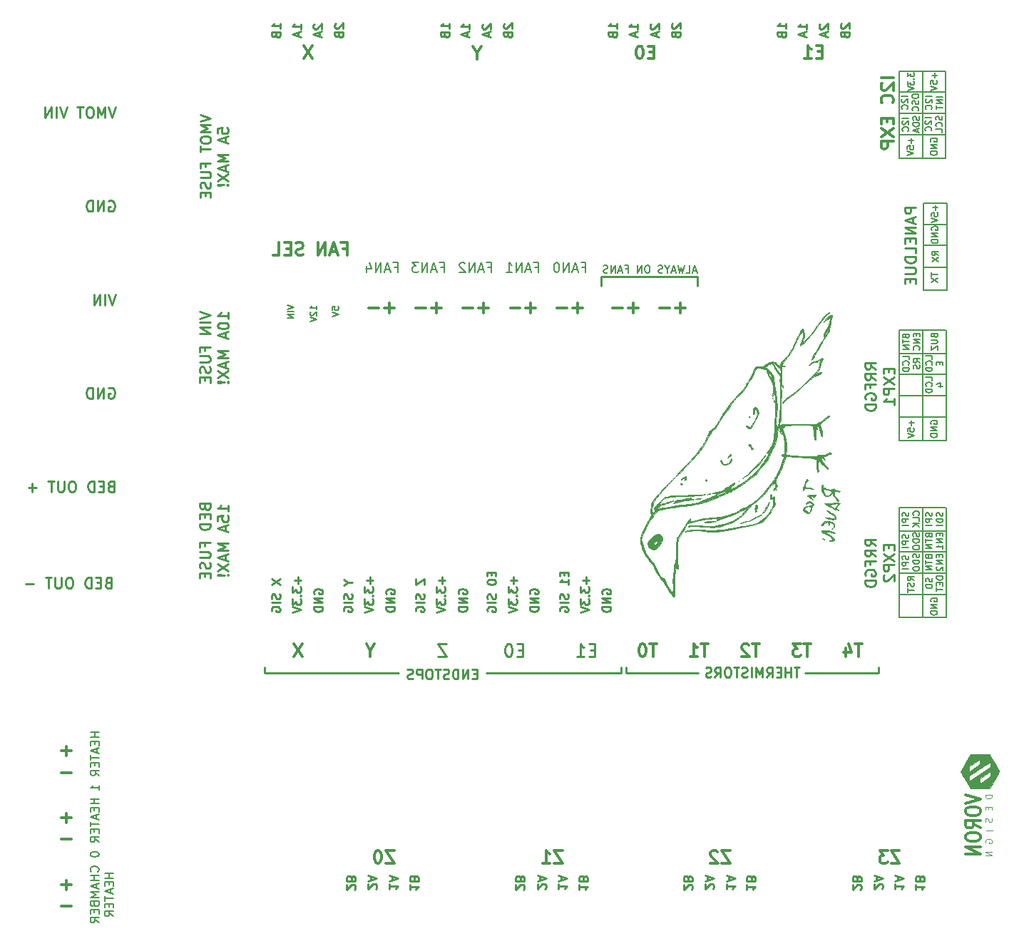
<source format=gbo>
G04 #@! TF.GenerationSoftware,KiCad,Pcbnew,(5.0.0)*
G04 #@! TF.CreationDate,2018-10-21T23:28:39-04:00*
G04 #@! TF.ProjectId,Voron_Klipper_Board,566F726F6E5F4B6C69707065725F426F,A*
G04 #@! TF.SameCoordinates,Original*
G04 #@! TF.FileFunction,Legend,Bot*
G04 #@! TF.FilePolarity,Positive*
%FSLAX46Y46*%
G04 Gerber Fmt 4.6, Leading zero omitted, Abs format (unit mm)*
G04 Created by KiCad (PCBNEW (5.0.0)) date 10/21/18 23:28:39*
%MOMM*%
%LPD*%
G01*
G04 APERTURE LIST*
%ADD10C,0.127000*%
%ADD11C,0.228600*%
%ADD12C,0.254000*%
%ADD13C,0.300000*%
%ADD14C,0.100000*%
%ADD15C,0.375000*%
%ADD16C,0.203200*%
%ADD17C,0.279400*%
%ADD18C,0.152400*%
%ADD19C,0.010000*%
G04 APERTURE END LIST*
D10*
X217373428Y-105769857D02*
X217409714Y-105878714D01*
X217409714Y-106060142D01*
X217373428Y-106132714D01*
X217337142Y-106169000D01*
X217264571Y-106205285D01*
X217192000Y-106205285D01*
X217119428Y-106169000D01*
X217083142Y-106132714D01*
X217046857Y-106060142D01*
X217010571Y-105915000D01*
X216974285Y-105842428D01*
X216938000Y-105806142D01*
X216865428Y-105769857D01*
X216792857Y-105769857D01*
X216720285Y-105806142D01*
X216684000Y-105842428D01*
X216647714Y-105915000D01*
X216647714Y-106096428D01*
X216684000Y-106205285D01*
X217409714Y-106531857D02*
X216647714Y-106531857D01*
X216647714Y-106822142D01*
X216684000Y-106894714D01*
X216720285Y-106931000D01*
X216792857Y-106967285D01*
X216901714Y-106967285D01*
X216974285Y-106931000D01*
X217010571Y-106894714D01*
X217046857Y-106822142D01*
X217046857Y-106531857D01*
X217409714Y-107293857D02*
X216647714Y-107293857D01*
X218643428Y-105552142D02*
X218679714Y-105661000D01*
X218679714Y-105842428D01*
X218643428Y-105915000D01*
X218607142Y-105951285D01*
X218534571Y-105987571D01*
X218462000Y-105987571D01*
X218389428Y-105951285D01*
X218353142Y-105915000D01*
X218316857Y-105842428D01*
X218280571Y-105697285D01*
X218244285Y-105624714D01*
X218208000Y-105588428D01*
X218135428Y-105552142D01*
X218062857Y-105552142D01*
X217990285Y-105588428D01*
X217954000Y-105624714D01*
X217917714Y-105697285D01*
X217917714Y-105878714D01*
X217954000Y-105987571D01*
X218679714Y-106314142D02*
X217917714Y-106314142D01*
X217917714Y-106495571D01*
X217954000Y-106604428D01*
X218026571Y-106677000D01*
X218099142Y-106713285D01*
X218244285Y-106749571D01*
X218353142Y-106749571D01*
X218498285Y-106713285D01*
X218570857Y-106677000D01*
X218643428Y-106604428D01*
X218679714Y-106495571D01*
X218679714Y-106314142D01*
X217917714Y-107221285D02*
X217917714Y-107366428D01*
X217954000Y-107439000D01*
X218026571Y-107511571D01*
X218171714Y-107547857D01*
X218425714Y-107547857D01*
X218570857Y-107511571D01*
X218643428Y-107439000D01*
X218679714Y-107366428D01*
X218679714Y-107221285D01*
X218643428Y-107148714D01*
X218570857Y-107076142D01*
X218425714Y-107039857D01*
X218171714Y-107039857D01*
X218026571Y-107076142D01*
X217954000Y-107148714D01*
X217917714Y-107221285D01*
X220173428Y-103119857D02*
X220209714Y-103228714D01*
X220209714Y-103410142D01*
X220173428Y-103482714D01*
X220137142Y-103519000D01*
X220064571Y-103555285D01*
X219992000Y-103555285D01*
X219919428Y-103519000D01*
X219883142Y-103482714D01*
X219846857Y-103410142D01*
X219810571Y-103265000D01*
X219774285Y-103192428D01*
X219738000Y-103156142D01*
X219665428Y-103119857D01*
X219592857Y-103119857D01*
X219520285Y-103156142D01*
X219484000Y-103192428D01*
X219447714Y-103265000D01*
X219447714Y-103446428D01*
X219484000Y-103555285D01*
X220209714Y-103881857D02*
X219447714Y-103881857D01*
X219447714Y-104172142D01*
X219484000Y-104244714D01*
X219520285Y-104281000D01*
X219592857Y-104317285D01*
X219701714Y-104317285D01*
X219774285Y-104281000D01*
X219810571Y-104244714D01*
X219846857Y-104172142D01*
X219846857Y-103881857D01*
X220209714Y-104643857D02*
X219447714Y-104643857D01*
X221443428Y-103119857D02*
X221479714Y-103228714D01*
X221479714Y-103410142D01*
X221443428Y-103482714D01*
X221407142Y-103519000D01*
X221334571Y-103555285D01*
X221262000Y-103555285D01*
X221189428Y-103519000D01*
X221153142Y-103482714D01*
X221116857Y-103410142D01*
X221080571Y-103265000D01*
X221044285Y-103192428D01*
X221008000Y-103156142D01*
X220935428Y-103119857D01*
X220862857Y-103119857D01*
X220790285Y-103156142D01*
X220754000Y-103192428D01*
X220717714Y-103265000D01*
X220717714Y-103446428D01*
X220754000Y-103555285D01*
X221479714Y-103881857D02*
X220717714Y-103881857D01*
X220717714Y-104063285D01*
X220754000Y-104172142D01*
X220826571Y-104244714D01*
X220899142Y-104281000D01*
X221044285Y-104317285D01*
X221153142Y-104317285D01*
X221298285Y-104281000D01*
X221370857Y-104244714D01*
X221443428Y-104172142D01*
X221479714Y-104063285D01*
X221479714Y-103881857D01*
X221479714Y-104643857D02*
X220717714Y-104643857D01*
X217373428Y-103119857D02*
X217409714Y-103228714D01*
X217409714Y-103410142D01*
X217373428Y-103482714D01*
X217337142Y-103519000D01*
X217264571Y-103555285D01*
X217192000Y-103555285D01*
X217119428Y-103519000D01*
X217083142Y-103482714D01*
X217046857Y-103410142D01*
X217010571Y-103265000D01*
X216974285Y-103192428D01*
X216938000Y-103156142D01*
X216865428Y-103119857D01*
X216792857Y-103119857D01*
X216720285Y-103156142D01*
X216684000Y-103192428D01*
X216647714Y-103265000D01*
X216647714Y-103446428D01*
X216684000Y-103555285D01*
X217409714Y-103881857D02*
X216647714Y-103881857D01*
X216647714Y-104172142D01*
X216684000Y-104244714D01*
X216720285Y-104281000D01*
X216792857Y-104317285D01*
X216901714Y-104317285D01*
X216974285Y-104281000D01*
X217010571Y-104244714D01*
X217046857Y-104172142D01*
X217046857Y-103881857D01*
X217409714Y-104643857D02*
X216647714Y-104643857D01*
X218607142Y-103446428D02*
X218643428Y-103410142D01*
X218679714Y-103301285D01*
X218679714Y-103228714D01*
X218643428Y-103119857D01*
X218570857Y-103047285D01*
X218498285Y-103011000D01*
X218353142Y-102974714D01*
X218244285Y-102974714D01*
X218099142Y-103011000D01*
X218026571Y-103047285D01*
X217954000Y-103119857D01*
X217917714Y-103228714D01*
X217917714Y-103301285D01*
X217954000Y-103410142D01*
X217990285Y-103446428D01*
X218679714Y-104135857D02*
X218679714Y-103773000D01*
X217917714Y-103773000D01*
X218679714Y-104389857D02*
X217917714Y-104389857D01*
X218679714Y-104825285D02*
X218244285Y-104498714D01*
X217917714Y-104825285D02*
X218353142Y-104389857D01*
X217373428Y-108269857D02*
X217409714Y-108378714D01*
X217409714Y-108560142D01*
X217373428Y-108632714D01*
X217337142Y-108669000D01*
X217264571Y-108705285D01*
X217192000Y-108705285D01*
X217119428Y-108669000D01*
X217083142Y-108632714D01*
X217046857Y-108560142D01*
X217010571Y-108415000D01*
X216974285Y-108342428D01*
X216938000Y-108306142D01*
X216865428Y-108269857D01*
X216792857Y-108269857D01*
X216720285Y-108306142D01*
X216684000Y-108342428D01*
X216647714Y-108415000D01*
X216647714Y-108596428D01*
X216684000Y-108705285D01*
X217409714Y-109031857D02*
X216647714Y-109031857D01*
X216647714Y-109322142D01*
X216684000Y-109394714D01*
X216720285Y-109431000D01*
X216792857Y-109467285D01*
X216901714Y-109467285D01*
X216974285Y-109431000D01*
X217010571Y-109394714D01*
X217046857Y-109322142D01*
X217046857Y-109031857D01*
X217409714Y-109793857D02*
X216647714Y-109793857D01*
X218643428Y-108052142D02*
X218679714Y-108161000D01*
X218679714Y-108342428D01*
X218643428Y-108415000D01*
X218607142Y-108451285D01*
X218534571Y-108487571D01*
X218462000Y-108487571D01*
X218389428Y-108451285D01*
X218353142Y-108415000D01*
X218316857Y-108342428D01*
X218280571Y-108197285D01*
X218244285Y-108124714D01*
X218208000Y-108088428D01*
X218135428Y-108052142D01*
X218062857Y-108052142D01*
X217990285Y-108088428D01*
X217954000Y-108124714D01*
X217917714Y-108197285D01*
X217917714Y-108378714D01*
X217954000Y-108487571D01*
X218679714Y-108814142D02*
X217917714Y-108814142D01*
X217917714Y-108995571D01*
X217954000Y-109104428D01*
X218026571Y-109177000D01*
X218099142Y-109213285D01*
X218244285Y-109249571D01*
X218353142Y-109249571D01*
X218498285Y-109213285D01*
X218570857Y-109177000D01*
X218643428Y-109104428D01*
X218679714Y-108995571D01*
X218679714Y-108814142D01*
X217917714Y-109721285D02*
X217917714Y-109866428D01*
X217954000Y-109939000D01*
X218026571Y-110011571D01*
X218171714Y-110047857D01*
X218425714Y-110047857D01*
X218570857Y-110011571D01*
X218643428Y-109939000D01*
X218679714Y-109866428D01*
X218679714Y-109721285D01*
X218643428Y-109648714D01*
X218570857Y-109576142D01*
X218425714Y-109539857D01*
X218171714Y-109539857D01*
X218026571Y-109576142D01*
X217954000Y-109648714D01*
X217917714Y-109721285D01*
X220173428Y-110951285D02*
X220209714Y-111060142D01*
X220209714Y-111241571D01*
X220173428Y-111314142D01*
X220137142Y-111350428D01*
X220064571Y-111386714D01*
X219992000Y-111386714D01*
X219919428Y-111350428D01*
X219883142Y-111314142D01*
X219846857Y-111241571D01*
X219810571Y-111096428D01*
X219774285Y-111023857D01*
X219738000Y-110987571D01*
X219665428Y-110951285D01*
X219592857Y-110951285D01*
X219520285Y-110987571D01*
X219484000Y-111023857D01*
X219447714Y-111096428D01*
X219447714Y-111277857D01*
X219484000Y-111386714D01*
X220209714Y-111713285D02*
X219447714Y-111713285D01*
X219447714Y-111894714D01*
X219484000Y-112003571D01*
X219556571Y-112076142D01*
X219629142Y-112112428D01*
X219774285Y-112148714D01*
X219883142Y-112148714D01*
X220028285Y-112112428D01*
X220100857Y-112076142D01*
X220173428Y-112003571D01*
X220209714Y-111894714D01*
X220209714Y-111713285D01*
X221479714Y-110715428D02*
X220717714Y-110715428D01*
X220717714Y-110896857D01*
X220754000Y-111005714D01*
X220826571Y-111078285D01*
X220899142Y-111114571D01*
X221044285Y-111150857D01*
X221153142Y-111150857D01*
X221298285Y-111114571D01*
X221370857Y-111078285D01*
X221443428Y-111005714D01*
X221479714Y-110896857D01*
X221479714Y-110715428D01*
X221080571Y-111477428D02*
X221080571Y-111731428D01*
X221479714Y-111840285D02*
X221479714Y-111477428D01*
X220717714Y-111477428D01*
X220717714Y-111840285D01*
X220717714Y-112058000D02*
X220717714Y-112493428D01*
X221479714Y-112275714D02*
X220717714Y-112275714D01*
D11*
X215815380Y-147242714D02*
X215815380Y-147823286D01*
X215815380Y-147533000D02*
X216831380Y-147533000D01*
X216686238Y-147629762D01*
X216589476Y-147726524D01*
X216541095Y-147823286D01*
X216105666Y-146855667D02*
X216105666Y-146371857D01*
X215815380Y-146952429D02*
X216831380Y-146613762D01*
X215815380Y-146275095D01*
X175840380Y-147242714D02*
X175840380Y-147823286D01*
X175840380Y-147533000D02*
X176856380Y-147533000D01*
X176711238Y-147629762D01*
X176614476Y-147726524D01*
X176566095Y-147823286D01*
X176130666Y-146855667D02*
X176130666Y-146371857D01*
X175840380Y-146952429D02*
X176856380Y-146613762D01*
X175840380Y-146275095D01*
X174234619Y-147823286D02*
X174283000Y-147774905D01*
X174331380Y-147678143D01*
X174331380Y-147436238D01*
X174283000Y-147339476D01*
X174234619Y-147291095D01*
X174137857Y-147242714D01*
X174041095Y-147242714D01*
X173895952Y-147291095D01*
X173315380Y-147871667D01*
X173315380Y-147242714D01*
X173605666Y-146855667D02*
X173605666Y-146371857D01*
X173315380Y-146952429D02*
X174331380Y-146613762D01*
X173315380Y-146275095D01*
X171684619Y-147895856D02*
X171733000Y-147847475D01*
X171781380Y-147750713D01*
X171781380Y-147508809D01*
X171733000Y-147412047D01*
X171684619Y-147363666D01*
X171587857Y-147315285D01*
X171491095Y-147315285D01*
X171345952Y-147363666D01*
X170765380Y-147944237D01*
X170765380Y-147315285D01*
X171297571Y-146541190D02*
X171249190Y-146396047D01*
X171200809Y-146347666D01*
X171104047Y-146299285D01*
X170958904Y-146299285D01*
X170862142Y-146347666D01*
X170813761Y-146396047D01*
X170765380Y-146492809D01*
X170765380Y-146879856D01*
X171781380Y-146879856D01*
X171781380Y-146541190D01*
X171733000Y-146444428D01*
X171684619Y-146396047D01*
X171587857Y-146347666D01*
X171491095Y-146347666D01*
X171394333Y-146396047D01*
X171345952Y-146444428D01*
X171297571Y-146541190D01*
X171297571Y-146879856D01*
X178265380Y-147315285D02*
X178265380Y-147895856D01*
X178265380Y-147605571D02*
X179281380Y-147605571D01*
X179136238Y-147702332D01*
X179039476Y-147799094D01*
X178991095Y-147895856D01*
X178797571Y-146541190D02*
X178749190Y-146396047D01*
X178700809Y-146347666D01*
X178604047Y-146299285D01*
X178458904Y-146299285D01*
X178362142Y-146347666D01*
X178313761Y-146396047D01*
X178265380Y-146492809D01*
X178265380Y-146879856D01*
X179281380Y-146879856D01*
X179281380Y-146541190D01*
X179233000Y-146444428D01*
X179184619Y-146396047D01*
X179087857Y-146347666D01*
X178991095Y-146347666D01*
X178894333Y-146396047D01*
X178845952Y-146444428D01*
X178797571Y-146541190D01*
X178797571Y-146879856D01*
X218240380Y-147315285D02*
X218240380Y-147895856D01*
X218240380Y-147605571D02*
X219256380Y-147605571D01*
X219111238Y-147702332D01*
X219014476Y-147799094D01*
X218966095Y-147895856D01*
X218772571Y-146541190D02*
X218724190Y-146396047D01*
X218675809Y-146347666D01*
X218579047Y-146299285D01*
X218433904Y-146299285D01*
X218337142Y-146347666D01*
X218288761Y-146396047D01*
X218240380Y-146492809D01*
X218240380Y-146879856D01*
X219256380Y-146879856D01*
X219256380Y-146541190D01*
X219208000Y-146444428D01*
X219159619Y-146396047D01*
X219062857Y-146347666D01*
X218966095Y-146347666D01*
X218869333Y-146396047D01*
X218820952Y-146444428D01*
X218772571Y-146541190D01*
X218772571Y-146879856D01*
X211659619Y-147895856D02*
X211708000Y-147847475D01*
X211756380Y-147750713D01*
X211756380Y-147508809D01*
X211708000Y-147412047D01*
X211659619Y-147363666D01*
X211562857Y-147315285D01*
X211466095Y-147315285D01*
X211320952Y-147363666D01*
X210740380Y-147944237D01*
X210740380Y-147315285D01*
X211272571Y-146541190D02*
X211224190Y-146396047D01*
X211175809Y-146347666D01*
X211079047Y-146299285D01*
X210933904Y-146299285D01*
X210837142Y-146347666D01*
X210788761Y-146396047D01*
X210740380Y-146492809D01*
X210740380Y-146879856D01*
X211756380Y-146879856D01*
X211756380Y-146541190D01*
X211708000Y-146444428D01*
X211659619Y-146396047D01*
X211562857Y-146347666D01*
X211466095Y-146347666D01*
X211369333Y-146396047D01*
X211320952Y-146444428D01*
X211272571Y-146541190D01*
X211272571Y-146879856D01*
X195765380Y-147242714D02*
X195765380Y-147823286D01*
X195765380Y-147533000D02*
X196781380Y-147533000D01*
X196636238Y-147629762D01*
X196539476Y-147726524D01*
X196491095Y-147823286D01*
X196055666Y-146855667D02*
X196055666Y-146371857D01*
X195765380Y-146952429D02*
X196781380Y-146613762D01*
X195765380Y-146275095D01*
X194159619Y-147823286D02*
X194208000Y-147774905D01*
X194256380Y-147678143D01*
X194256380Y-147436238D01*
X194208000Y-147339476D01*
X194159619Y-147291095D01*
X194062857Y-147242714D01*
X193966095Y-147242714D01*
X193820952Y-147291095D01*
X193240380Y-147871667D01*
X193240380Y-147242714D01*
X193530666Y-146855667D02*
X193530666Y-146371857D01*
X193240380Y-146952429D02*
X194256380Y-146613762D01*
X193240380Y-146275095D01*
X191609619Y-147895856D02*
X191658000Y-147847475D01*
X191706380Y-147750713D01*
X191706380Y-147508809D01*
X191658000Y-147412047D01*
X191609619Y-147363666D01*
X191512857Y-147315285D01*
X191416095Y-147315285D01*
X191270952Y-147363666D01*
X190690380Y-147944237D01*
X190690380Y-147315285D01*
X191222571Y-146541190D02*
X191174190Y-146396047D01*
X191125809Y-146347666D01*
X191029047Y-146299285D01*
X190883904Y-146299285D01*
X190787142Y-146347666D01*
X190738761Y-146396047D01*
X190690380Y-146492809D01*
X190690380Y-146879856D01*
X191706380Y-146879856D01*
X191706380Y-146541190D01*
X191658000Y-146444428D01*
X191609619Y-146396047D01*
X191512857Y-146347666D01*
X191416095Y-146347666D01*
X191319333Y-146396047D01*
X191270952Y-146444428D01*
X191222571Y-146541190D01*
X191222571Y-146879856D01*
X198190380Y-147315285D02*
X198190380Y-147895856D01*
X198190380Y-147605571D02*
X199206380Y-147605571D01*
X199061238Y-147702332D01*
X198964476Y-147799094D01*
X198916095Y-147895856D01*
X198722571Y-146541190D02*
X198674190Y-146396047D01*
X198625809Y-146347666D01*
X198529047Y-146299285D01*
X198383904Y-146299285D01*
X198287142Y-146347666D01*
X198238761Y-146396047D01*
X198190380Y-146492809D01*
X198190380Y-146879856D01*
X199206380Y-146879856D01*
X199206380Y-146541190D01*
X199158000Y-146444428D01*
X199109619Y-146396047D01*
X199012857Y-146347666D01*
X198916095Y-146347666D01*
X198819333Y-146396047D01*
X198770952Y-146444428D01*
X198722571Y-146541190D01*
X198722571Y-146879856D01*
X214209619Y-147823286D02*
X214258000Y-147774905D01*
X214306380Y-147678143D01*
X214306380Y-147436238D01*
X214258000Y-147339476D01*
X214209619Y-147291095D01*
X214112857Y-147242714D01*
X214016095Y-147242714D01*
X213870952Y-147291095D01*
X213290380Y-147871667D01*
X213290380Y-147242714D01*
X213580666Y-146855667D02*
X213580666Y-146371857D01*
X213290380Y-146952429D02*
X214306380Y-146613762D01*
X213290380Y-146275095D01*
X151609619Y-147895856D02*
X151658000Y-147847475D01*
X151706380Y-147750713D01*
X151706380Y-147508809D01*
X151658000Y-147412047D01*
X151609619Y-147363666D01*
X151512857Y-147315285D01*
X151416095Y-147315285D01*
X151270952Y-147363666D01*
X150690380Y-147944237D01*
X150690380Y-147315285D01*
X151222571Y-146541190D02*
X151174190Y-146396047D01*
X151125809Y-146347666D01*
X151029047Y-146299285D01*
X150883904Y-146299285D01*
X150787142Y-146347666D01*
X150738761Y-146396047D01*
X150690380Y-146492809D01*
X150690380Y-146879856D01*
X151706380Y-146879856D01*
X151706380Y-146541190D01*
X151658000Y-146444428D01*
X151609619Y-146396047D01*
X151512857Y-146347666D01*
X151416095Y-146347666D01*
X151319333Y-146396047D01*
X151270952Y-146444428D01*
X151222571Y-146541190D01*
X151222571Y-146879856D01*
X158190380Y-147315285D02*
X158190380Y-147895856D01*
X158190380Y-147605571D02*
X159206380Y-147605571D01*
X159061238Y-147702332D01*
X158964476Y-147799094D01*
X158916095Y-147895856D01*
X158722571Y-146541190D02*
X158674190Y-146396047D01*
X158625809Y-146347666D01*
X158529047Y-146299285D01*
X158383904Y-146299285D01*
X158287142Y-146347666D01*
X158238761Y-146396047D01*
X158190380Y-146492809D01*
X158190380Y-146879856D01*
X159206380Y-146879856D01*
X159206380Y-146541190D01*
X159158000Y-146444428D01*
X159109619Y-146396047D01*
X159012857Y-146347666D01*
X158916095Y-146347666D01*
X158819333Y-146396047D01*
X158770952Y-146444428D01*
X158722571Y-146541190D01*
X158722571Y-146879856D01*
X155765380Y-147242714D02*
X155765380Y-147823286D01*
X155765380Y-147533000D02*
X156781380Y-147533000D01*
X156636238Y-147629762D01*
X156539476Y-147726524D01*
X156491095Y-147823286D01*
X156055666Y-146855667D02*
X156055666Y-146371857D01*
X155765380Y-146952429D02*
X156781380Y-146613762D01*
X155765380Y-146275095D01*
X154159619Y-147823286D02*
X154208000Y-147774905D01*
X154256380Y-147678143D01*
X154256380Y-147436238D01*
X154208000Y-147339476D01*
X154159619Y-147291095D01*
X154062857Y-147242714D01*
X153966095Y-147242714D01*
X153820952Y-147291095D01*
X153240380Y-147871667D01*
X153240380Y-147242714D01*
X153530666Y-146855667D02*
X153530666Y-146371857D01*
X153240380Y-146952429D02*
X154256380Y-146613762D01*
X153240380Y-146275095D01*
X205259619Y-45707285D02*
X205259619Y-45126713D01*
X205259619Y-45416999D02*
X204243619Y-45416999D01*
X204388761Y-45320237D01*
X204485523Y-45223475D01*
X204533904Y-45126713D01*
X204969333Y-46094332D02*
X204969333Y-46578142D01*
X205259619Y-45997570D02*
X204243619Y-46336237D01*
X205259619Y-46674904D01*
X206865380Y-45126713D02*
X206817000Y-45175094D01*
X206768619Y-45271856D01*
X206768619Y-45513761D01*
X206817000Y-45610523D01*
X206865380Y-45658904D01*
X206962142Y-45707285D01*
X207058904Y-45707285D01*
X207204047Y-45658904D01*
X207784619Y-45078332D01*
X207784619Y-45707285D01*
X207494333Y-46094332D02*
X207494333Y-46578142D01*
X207784619Y-45997570D02*
X206768619Y-46336237D01*
X207784619Y-46674904D01*
X209415380Y-45054143D02*
X209367000Y-45102524D01*
X209318619Y-45199286D01*
X209318619Y-45441190D01*
X209367000Y-45537952D01*
X209415380Y-45586333D01*
X209512142Y-45634714D01*
X209608904Y-45634714D01*
X209754047Y-45586333D01*
X210334619Y-45005762D01*
X210334619Y-45634714D01*
X209802428Y-46408809D02*
X209850809Y-46553952D01*
X209899190Y-46602333D01*
X209995952Y-46650714D01*
X210141095Y-46650714D01*
X210237857Y-46602333D01*
X210286238Y-46553952D01*
X210334619Y-46457190D01*
X210334619Y-46070143D01*
X209318619Y-46070143D01*
X209318619Y-46408809D01*
X209367000Y-46505571D01*
X209415380Y-46553952D01*
X209512142Y-46602333D01*
X209608904Y-46602333D01*
X209705666Y-46553952D01*
X209754047Y-46505571D01*
X209802428Y-46408809D01*
X209802428Y-46070143D01*
X202834619Y-45634714D02*
X202834619Y-45054143D01*
X202834619Y-45344429D02*
X201818619Y-45344429D01*
X201963761Y-45247667D01*
X202060523Y-45150905D01*
X202108904Y-45054143D01*
X202302428Y-46408809D02*
X202350809Y-46553952D01*
X202399190Y-46602333D01*
X202495952Y-46650714D01*
X202641095Y-46650714D01*
X202737857Y-46602333D01*
X202786238Y-46553952D01*
X202834619Y-46457190D01*
X202834619Y-46070143D01*
X201818619Y-46070143D01*
X201818619Y-46408809D01*
X201867000Y-46505571D01*
X201915380Y-46553952D01*
X202012142Y-46602333D01*
X202108904Y-46602333D01*
X202205666Y-46553952D01*
X202254047Y-46505571D01*
X202302428Y-46408809D01*
X202302428Y-46070143D01*
X185184619Y-45707285D02*
X185184619Y-45126713D01*
X185184619Y-45416999D02*
X184168619Y-45416999D01*
X184313761Y-45320237D01*
X184410523Y-45223475D01*
X184458904Y-45126713D01*
X184894333Y-46094332D02*
X184894333Y-46578142D01*
X185184619Y-45997570D02*
X184168619Y-46336237D01*
X185184619Y-46674904D01*
X186790380Y-45126713D02*
X186742000Y-45175094D01*
X186693619Y-45271856D01*
X186693619Y-45513761D01*
X186742000Y-45610523D01*
X186790380Y-45658904D01*
X186887142Y-45707285D01*
X186983904Y-45707285D01*
X187129047Y-45658904D01*
X187709619Y-45078332D01*
X187709619Y-45707285D01*
X187419333Y-46094332D02*
X187419333Y-46578142D01*
X187709619Y-45997570D02*
X186693619Y-46336237D01*
X187709619Y-46674904D01*
X189340380Y-45054143D02*
X189292000Y-45102524D01*
X189243619Y-45199286D01*
X189243619Y-45441190D01*
X189292000Y-45537952D01*
X189340380Y-45586333D01*
X189437142Y-45634714D01*
X189533904Y-45634714D01*
X189679047Y-45586333D01*
X190259619Y-45005762D01*
X190259619Y-45634714D01*
X189727428Y-46408809D02*
X189775809Y-46553952D01*
X189824190Y-46602333D01*
X189920952Y-46650714D01*
X190066095Y-46650714D01*
X190162857Y-46602333D01*
X190211238Y-46553952D01*
X190259619Y-46457190D01*
X190259619Y-46070143D01*
X189243619Y-46070143D01*
X189243619Y-46408809D01*
X189292000Y-46505571D01*
X189340380Y-46553952D01*
X189437142Y-46602333D01*
X189533904Y-46602333D01*
X189630666Y-46553952D01*
X189679047Y-46505571D01*
X189727428Y-46408809D01*
X189727428Y-46070143D01*
X182759619Y-45634714D02*
X182759619Y-45054143D01*
X182759619Y-45344429D02*
X181743619Y-45344429D01*
X181888761Y-45247667D01*
X181985523Y-45150905D01*
X182033904Y-45054143D01*
X182227428Y-46408809D02*
X182275809Y-46553952D01*
X182324190Y-46602333D01*
X182420952Y-46650714D01*
X182566095Y-46650714D01*
X182662857Y-46602333D01*
X182711238Y-46553952D01*
X182759619Y-46457190D01*
X182759619Y-46070143D01*
X181743619Y-46070143D01*
X181743619Y-46408809D01*
X181792000Y-46505571D01*
X181840380Y-46553952D01*
X181937142Y-46602333D01*
X182033904Y-46602333D01*
X182130666Y-46553952D01*
X182179047Y-46505571D01*
X182227428Y-46408809D01*
X182227428Y-46070143D01*
X165259619Y-45707285D02*
X165259619Y-45126713D01*
X165259619Y-45416999D02*
X164243619Y-45416999D01*
X164388761Y-45320237D01*
X164485523Y-45223475D01*
X164533904Y-45126713D01*
X164969333Y-46094332D02*
X164969333Y-46578142D01*
X165259619Y-45997570D02*
X164243619Y-46336237D01*
X165259619Y-46674904D01*
X162834619Y-45634714D02*
X162834619Y-45054143D01*
X162834619Y-45344429D02*
X161818619Y-45344429D01*
X161963761Y-45247667D01*
X162060523Y-45150905D01*
X162108904Y-45054143D01*
X162302428Y-46408809D02*
X162350809Y-46553952D01*
X162399190Y-46602333D01*
X162495952Y-46650714D01*
X162641095Y-46650714D01*
X162737857Y-46602333D01*
X162786238Y-46553952D01*
X162834619Y-46457190D01*
X162834619Y-46070143D01*
X161818619Y-46070143D01*
X161818619Y-46408809D01*
X161867000Y-46505571D01*
X161915380Y-46553952D01*
X162012142Y-46602333D01*
X162108904Y-46602333D01*
X162205666Y-46553952D01*
X162254047Y-46505571D01*
X162302428Y-46408809D01*
X162302428Y-46070143D01*
X169415380Y-45054143D02*
X169367000Y-45102524D01*
X169318619Y-45199286D01*
X169318619Y-45441190D01*
X169367000Y-45537952D01*
X169415380Y-45586333D01*
X169512142Y-45634714D01*
X169608904Y-45634714D01*
X169754047Y-45586333D01*
X170334619Y-45005762D01*
X170334619Y-45634714D01*
X169802428Y-46408809D02*
X169850809Y-46553952D01*
X169899190Y-46602333D01*
X169995952Y-46650714D01*
X170141095Y-46650714D01*
X170237857Y-46602333D01*
X170286238Y-46553952D01*
X170334619Y-46457190D01*
X170334619Y-46070143D01*
X169318619Y-46070143D01*
X169318619Y-46408809D01*
X169367000Y-46505571D01*
X169415380Y-46553952D01*
X169512142Y-46602333D01*
X169608904Y-46602333D01*
X169705666Y-46553952D01*
X169754047Y-46505571D01*
X169802428Y-46408809D01*
X169802428Y-46070143D01*
X166865380Y-45126713D02*
X166817000Y-45175094D01*
X166768619Y-45271856D01*
X166768619Y-45513761D01*
X166817000Y-45610523D01*
X166865380Y-45658904D01*
X166962142Y-45707285D01*
X167058904Y-45707285D01*
X167204047Y-45658904D01*
X167784619Y-45078332D01*
X167784619Y-45707285D01*
X167494333Y-46094332D02*
X167494333Y-46578142D01*
X167784619Y-45997570D02*
X166768619Y-46336237D01*
X167784619Y-46674904D01*
X149365380Y-45054143D02*
X149317000Y-45102524D01*
X149268619Y-45199286D01*
X149268619Y-45441190D01*
X149317000Y-45537952D01*
X149365380Y-45586333D01*
X149462142Y-45634714D01*
X149558904Y-45634714D01*
X149704047Y-45586333D01*
X150284619Y-45005762D01*
X150284619Y-45634714D01*
X149752428Y-46408809D02*
X149800809Y-46553952D01*
X149849190Y-46602333D01*
X149945952Y-46650714D01*
X150091095Y-46650714D01*
X150187857Y-46602333D01*
X150236238Y-46553952D01*
X150284619Y-46457190D01*
X150284619Y-46070143D01*
X149268619Y-46070143D01*
X149268619Y-46408809D01*
X149317000Y-46505571D01*
X149365380Y-46553952D01*
X149462142Y-46602333D01*
X149558904Y-46602333D01*
X149655666Y-46553952D01*
X149704047Y-46505571D01*
X149752428Y-46408809D01*
X149752428Y-46070143D01*
X146815380Y-45126713D02*
X146767000Y-45175094D01*
X146718619Y-45271856D01*
X146718619Y-45513761D01*
X146767000Y-45610523D01*
X146815380Y-45658904D01*
X146912142Y-45707285D01*
X147008904Y-45707285D01*
X147154047Y-45658904D01*
X147734619Y-45078332D01*
X147734619Y-45707285D01*
X147444333Y-46094332D02*
X147444333Y-46578142D01*
X147734619Y-45997570D02*
X146718619Y-46336237D01*
X147734619Y-46674904D01*
X145209619Y-45707285D02*
X145209619Y-45126713D01*
X145209619Y-45416999D02*
X144193619Y-45416999D01*
X144338761Y-45320237D01*
X144435523Y-45223475D01*
X144483904Y-45126713D01*
X144919333Y-46094332D02*
X144919333Y-46578142D01*
X145209619Y-45997570D02*
X144193619Y-46336237D01*
X145209619Y-46674904D01*
X142784619Y-45634714D02*
X142784619Y-45054143D01*
X142784619Y-45344429D02*
X141768619Y-45344429D01*
X141913761Y-45247667D01*
X142010523Y-45150905D01*
X142058904Y-45054143D01*
X142252428Y-46408809D02*
X142300809Y-46553952D01*
X142349190Y-46602333D01*
X142445952Y-46650714D01*
X142591095Y-46650714D01*
X142687857Y-46602333D01*
X142736238Y-46553952D01*
X142784619Y-46457190D01*
X142784619Y-46070143D01*
X141768619Y-46070143D01*
X141768619Y-46408809D01*
X141817000Y-46505571D01*
X141865380Y-46553952D01*
X141962142Y-46602333D01*
X142058904Y-46602333D01*
X142155666Y-46553952D01*
X142204047Y-46505571D01*
X142252428Y-46408809D01*
X142252428Y-46070143D01*
X133303642Y-55886114D02*
X134522842Y-56292514D01*
X133303642Y-56698914D01*
X134522842Y-57105314D02*
X133303642Y-57105314D01*
X134174500Y-57511714D01*
X133303642Y-57918114D01*
X134522842Y-57918114D01*
X133303642Y-58730914D02*
X133303642Y-58963142D01*
X133361700Y-59079257D01*
X133477814Y-59195371D01*
X133710042Y-59253428D01*
X134116442Y-59253428D01*
X134348671Y-59195371D01*
X134464785Y-59079257D01*
X134522842Y-58963142D01*
X134522842Y-58730914D01*
X134464785Y-58614800D01*
X134348671Y-58498685D01*
X134116442Y-58440628D01*
X133710042Y-58440628D01*
X133477814Y-58498685D01*
X133361700Y-58614800D01*
X133303642Y-58730914D01*
X133303642Y-59601771D02*
X133303642Y-60298457D01*
X134522842Y-59950114D02*
X133303642Y-59950114D01*
X133884214Y-62040171D02*
X133884214Y-61633771D01*
X134522842Y-61633771D02*
X133303642Y-61633771D01*
X133303642Y-62214342D01*
X133303642Y-62678800D02*
X134290614Y-62678800D01*
X134406728Y-62736857D01*
X134464785Y-62794914D01*
X134522842Y-62911028D01*
X134522842Y-63143257D01*
X134464785Y-63259371D01*
X134406728Y-63317428D01*
X134290614Y-63375485D01*
X133303642Y-63375485D01*
X134464785Y-63898000D02*
X134522842Y-64072171D01*
X134522842Y-64362457D01*
X134464785Y-64478571D01*
X134406728Y-64536628D01*
X134290614Y-64594685D01*
X134174500Y-64594685D01*
X134058385Y-64536628D01*
X134000328Y-64478571D01*
X133942271Y-64362457D01*
X133884214Y-64130228D01*
X133826157Y-64014114D01*
X133768100Y-63956057D01*
X133651985Y-63898000D01*
X133535871Y-63898000D01*
X133419757Y-63956057D01*
X133361700Y-64014114D01*
X133303642Y-64130228D01*
X133303642Y-64420514D01*
X133361700Y-64594685D01*
X133884214Y-65117200D02*
X133884214Y-65523600D01*
X134522842Y-65697771D02*
X134522842Y-65117200D01*
X133303642Y-65117200D01*
X133303642Y-65697771D01*
X135361042Y-58063257D02*
X135361042Y-57482685D01*
X135941614Y-57424628D01*
X135883557Y-57482685D01*
X135825500Y-57598800D01*
X135825500Y-57889085D01*
X135883557Y-58005200D01*
X135941614Y-58063257D01*
X136057728Y-58121314D01*
X136348014Y-58121314D01*
X136464128Y-58063257D01*
X136522185Y-58005200D01*
X136580242Y-57889085D01*
X136580242Y-57598800D01*
X136522185Y-57482685D01*
X136464128Y-57424628D01*
X136231900Y-58585771D02*
X136231900Y-59166342D01*
X136580242Y-58469657D02*
X135361042Y-58876057D01*
X136580242Y-59282457D01*
X136580242Y-60617771D02*
X135361042Y-60617771D01*
X136231900Y-61024171D01*
X135361042Y-61430571D01*
X136580242Y-61430571D01*
X136231900Y-61953085D02*
X136231900Y-62533657D01*
X136580242Y-61836971D02*
X135361042Y-62243371D01*
X136580242Y-62649771D01*
X135361042Y-62940057D02*
X136580242Y-63752857D01*
X135361042Y-63752857D02*
X136580242Y-62940057D01*
X136464128Y-64217314D02*
X136522185Y-64275371D01*
X136580242Y-64217314D01*
X136522185Y-64159257D01*
X136464128Y-64217314D01*
X136580242Y-64217314D01*
X136115785Y-64217314D02*
X135419100Y-64159257D01*
X135361042Y-64217314D01*
X135419100Y-64275371D01*
X136115785Y-64217314D01*
X135361042Y-64217314D01*
D12*
X133217149Y-79286428D02*
X134487149Y-79709761D01*
X133217149Y-80133095D01*
X134487149Y-80556428D02*
X133217149Y-80556428D01*
X134487149Y-81161190D02*
X133217149Y-81161190D01*
X134487149Y-81886904D01*
X133217149Y-81886904D01*
X133821911Y-83882619D02*
X133821911Y-83459285D01*
X134487149Y-83459285D02*
X133217149Y-83459285D01*
X133217149Y-84064047D01*
X133217149Y-84547857D02*
X134245245Y-84547857D01*
X134366197Y-84608333D01*
X134426673Y-84668809D01*
X134487149Y-84789761D01*
X134487149Y-85031666D01*
X134426673Y-85152619D01*
X134366197Y-85213095D01*
X134245245Y-85273571D01*
X133217149Y-85273571D01*
X134426673Y-85817857D02*
X134487149Y-85999285D01*
X134487149Y-86301666D01*
X134426673Y-86422619D01*
X134366197Y-86483095D01*
X134245245Y-86543571D01*
X134124292Y-86543571D01*
X134003340Y-86483095D01*
X133942864Y-86422619D01*
X133882387Y-86301666D01*
X133821911Y-86059761D01*
X133761435Y-85938809D01*
X133700959Y-85878333D01*
X133580006Y-85817857D01*
X133459054Y-85817857D01*
X133338102Y-85878333D01*
X133277626Y-85938809D01*
X133217149Y-86059761D01*
X133217149Y-86362142D01*
X133277626Y-86543571D01*
X133821911Y-87087857D02*
X133821911Y-87511190D01*
X134487149Y-87692619D02*
X134487149Y-87087857D01*
X133217149Y-87087857D01*
X133217149Y-87692619D01*
X136646149Y-80102857D02*
X136646149Y-79377142D01*
X136646149Y-79740000D02*
X135376149Y-79740000D01*
X135557578Y-79619047D01*
X135678530Y-79498095D01*
X135739006Y-79377142D01*
X135376149Y-80889047D02*
X135376149Y-81010000D01*
X135436626Y-81130952D01*
X135497102Y-81191428D01*
X135618054Y-81251904D01*
X135859959Y-81312380D01*
X136162340Y-81312380D01*
X136404245Y-81251904D01*
X136525197Y-81191428D01*
X136585673Y-81130952D01*
X136646149Y-81010000D01*
X136646149Y-80889047D01*
X136585673Y-80768095D01*
X136525197Y-80707619D01*
X136404245Y-80647142D01*
X136162340Y-80586666D01*
X135859959Y-80586666D01*
X135618054Y-80647142D01*
X135497102Y-80707619D01*
X135436626Y-80768095D01*
X135376149Y-80889047D01*
X136283292Y-81796190D02*
X136283292Y-82400952D01*
X136646149Y-81675238D02*
X135376149Y-82098571D01*
X136646149Y-82521904D01*
X136646149Y-83912857D02*
X135376149Y-83912857D01*
X136283292Y-84336190D01*
X135376149Y-84759523D01*
X136646149Y-84759523D01*
X136283292Y-85303809D02*
X136283292Y-85908571D01*
X136646149Y-85182857D02*
X135376149Y-85606190D01*
X136646149Y-86029523D01*
X135376149Y-86331904D02*
X136646149Y-87178571D01*
X135376149Y-87178571D02*
X136646149Y-86331904D01*
X136525197Y-87662380D02*
X136585673Y-87722857D01*
X136646149Y-87662380D01*
X136585673Y-87601904D01*
X136525197Y-87662380D01*
X136646149Y-87662380D01*
X136162340Y-87662380D02*
X135436626Y-87601904D01*
X135376149Y-87662380D01*
X135436626Y-87722857D01*
X136162340Y-87662380D01*
X135376149Y-87662380D01*
X133821911Y-102458571D02*
X133882387Y-102640000D01*
X133942864Y-102700476D01*
X134063816Y-102760952D01*
X134245245Y-102760952D01*
X134366197Y-102700476D01*
X134426673Y-102640000D01*
X134487149Y-102519047D01*
X134487149Y-102035238D01*
X133217149Y-102035238D01*
X133217149Y-102458571D01*
X133277626Y-102579523D01*
X133338102Y-102640000D01*
X133459054Y-102700476D01*
X133580006Y-102700476D01*
X133700959Y-102640000D01*
X133761435Y-102579523D01*
X133821911Y-102458571D01*
X133821911Y-102035238D01*
X133821911Y-103305238D02*
X133821911Y-103728571D01*
X134487149Y-103910000D02*
X134487149Y-103305238D01*
X133217149Y-103305238D01*
X133217149Y-103910000D01*
X134487149Y-104454285D02*
X133217149Y-104454285D01*
X133217149Y-104756666D01*
X133277626Y-104938095D01*
X133398578Y-105059047D01*
X133519530Y-105119523D01*
X133761435Y-105180000D01*
X133942864Y-105180000D01*
X134184768Y-105119523D01*
X134305721Y-105059047D01*
X134426673Y-104938095D01*
X134487149Y-104756666D01*
X134487149Y-104454285D01*
X133821911Y-107115238D02*
X133821911Y-106691904D01*
X134487149Y-106691904D02*
X133217149Y-106691904D01*
X133217149Y-107296666D01*
X133217149Y-107780476D02*
X134245245Y-107780476D01*
X134366197Y-107840952D01*
X134426673Y-107901428D01*
X134487149Y-108022380D01*
X134487149Y-108264285D01*
X134426673Y-108385238D01*
X134366197Y-108445714D01*
X134245245Y-108506190D01*
X133217149Y-108506190D01*
X134426673Y-109050476D02*
X134487149Y-109231904D01*
X134487149Y-109534285D01*
X134426673Y-109655238D01*
X134366197Y-109715714D01*
X134245245Y-109776190D01*
X134124292Y-109776190D01*
X134003340Y-109715714D01*
X133942864Y-109655238D01*
X133882387Y-109534285D01*
X133821911Y-109292380D01*
X133761435Y-109171428D01*
X133700959Y-109110952D01*
X133580006Y-109050476D01*
X133459054Y-109050476D01*
X133338102Y-109110952D01*
X133277626Y-109171428D01*
X133217149Y-109292380D01*
X133217149Y-109594761D01*
X133277626Y-109776190D01*
X133821911Y-110320476D02*
X133821911Y-110743809D01*
X134487149Y-110925238D02*
X134487149Y-110320476D01*
X133217149Y-110320476D01*
X133217149Y-110925238D01*
X136646149Y-103002857D02*
X136646149Y-102277142D01*
X136646149Y-102640000D02*
X135376149Y-102640000D01*
X135557578Y-102519047D01*
X135678530Y-102398095D01*
X135739006Y-102277142D01*
X135376149Y-104151904D02*
X135376149Y-103547142D01*
X135980911Y-103486666D01*
X135920435Y-103547142D01*
X135859959Y-103668095D01*
X135859959Y-103970476D01*
X135920435Y-104091428D01*
X135980911Y-104151904D01*
X136101864Y-104212380D01*
X136404245Y-104212380D01*
X136525197Y-104151904D01*
X136585673Y-104091428D01*
X136646149Y-103970476D01*
X136646149Y-103668095D01*
X136585673Y-103547142D01*
X136525197Y-103486666D01*
X136283292Y-104696190D02*
X136283292Y-105300952D01*
X136646149Y-104575238D02*
X135376149Y-104998571D01*
X136646149Y-105421904D01*
X136646149Y-106812857D02*
X135376149Y-106812857D01*
X136283292Y-107236190D01*
X135376149Y-107659523D01*
X136646149Y-107659523D01*
X136283292Y-108203809D02*
X136283292Y-108808571D01*
X136646149Y-108082857D02*
X135376149Y-108506190D01*
X136646149Y-108929523D01*
X135376149Y-109231904D02*
X136646149Y-110078571D01*
X135376149Y-110078571D02*
X136646149Y-109231904D01*
X136525197Y-110562380D02*
X136585673Y-110622857D01*
X136646149Y-110562380D01*
X136585673Y-110501904D01*
X136525197Y-110562380D01*
X136646149Y-110562380D01*
X136162340Y-110562380D02*
X135436626Y-110501904D01*
X135376149Y-110562380D01*
X135436626Y-110622857D01*
X136162340Y-110562380D01*
X135376149Y-110562380D01*
D10*
X220132714Y-74644428D02*
X220132714Y-75079857D01*
X220894714Y-74862142D02*
X220132714Y-74862142D01*
X220132714Y-75261285D02*
X220894714Y-75769285D01*
X220132714Y-75769285D02*
X220894714Y-75261285D01*
X220919714Y-72598000D02*
X220556857Y-72344000D01*
X220919714Y-72162571D02*
X220157714Y-72162571D01*
X220157714Y-72452857D01*
X220194000Y-72525428D01*
X220230285Y-72561714D01*
X220302857Y-72598000D01*
X220411714Y-72598000D01*
X220484285Y-72561714D01*
X220520571Y-72525428D01*
X220556857Y-72452857D01*
X220556857Y-72162571D01*
X220157714Y-72852000D02*
X220919714Y-73360000D01*
X220157714Y-73360000D02*
X220919714Y-72852000D01*
X220579428Y-66620285D02*
X220579428Y-67200857D01*
X220869714Y-66910571D02*
X220289142Y-66910571D01*
X220107714Y-67926571D02*
X220107714Y-67563714D01*
X220470571Y-67527428D01*
X220434285Y-67563714D01*
X220398000Y-67636285D01*
X220398000Y-67817714D01*
X220434285Y-67890285D01*
X220470571Y-67926571D01*
X220543142Y-67962857D01*
X220724571Y-67962857D01*
X220797142Y-67926571D01*
X220833428Y-67890285D01*
X220869714Y-67817714D01*
X220869714Y-67636285D01*
X220833428Y-67563714D01*
X220797142Y-67527428D01*
X220107714Y-68180571D02*
X220869714Y-68434571D01*
X220107714Y-68688571D01*
X220169000Y-69569428D02*
X220132714Y-69496857D01*
X220132714Y-69388000D01*
X220169000Y-69279142D01*
X220241571Y-69206571D01*
X220314142Y-69170285D01*
X220459285Y-69134000D01*
X220568142Y-69134000D01*
X220713285Y-69170285D01*
X220785857Y-69206571D01*
X220858428Y-69279142D01*
X220894714Y-69388000D01*
X220894714Y-69460571D01*
X220858428Y-69569428D01*
X220822142Y-69605714D01*
X220568142Y-69605714D01*
X220568142Y-69460571D01*
X220894714Y-69932285D02*
X220132714Y-69932285D01*
X220894714Y-70367714D01*
X220132714Y-70367714D01*
X220894714Y-70730571D02*
X220132714Y-70730571D01*
X220132714Y-70912000D01*
X220169000Y-71020857D01*
X220241571Y-71093428D01*
X220314142Y-71129714D01*
X220459285Y-71166000D01*
X220568142Y-71166000D01*
X220713285Y-71129714D01*
X220785857Y-71093428D01*
X220858428Y-71020857D01*
X220894714Y-70912000D01*
X220894714Y-70730571D01*
X219150000Y-66400000D02*
X221925000Y-66400000D01*
X219150000Y-68900000D02*
X221900000Y-68900000D01*
X219150000Y-71425000D02*
X221900000Y-71425000D01*
X219150000Y-74000000D02*
X221925000Y-74000000D01*
X221925000Y-66400000D02*
X221925000Y-76725000D01*
X221925000Y-76725000D02*
X219150000Y-76725000D01*
X219150000Y-76725000D02*
X219150000Y-66400000D01*
X220134714Y-56256142D02*
X219372714Y-56256142D01*
X219445285Y-56582714D02*
X219409000Y-56619000D01*
X219372714Y-56691571D01*
X219372714Y-56873000D01*
X219409000Y-56945571D01*
X219445285Y-56981857D01*
X219517857Y-57018142D01*
X219590428Y-57018142D01*
X219699285Y-56981857D01*
X220134714Y-56546428D01*
X220134714Y-57018142D01*
X220062142Y-57780142D02*
X220098428Y-57743857D01*
X220134714Y-57635000D01*
X220134714Y-57562428D01*
X220098428Y-57453571D01*
X220025857Y-57381000D01*
X219953285Y-57344714D01*
X219808142Y-57308428D01*
X219699285Y-57308428D01*
X219554142Y-57344714D01*
X219481571Y-57381000D01*
X219409000Y-57453571D01*
X219372714Y-57562428D01*
X219372714Y-57635000D01*
X219409000Y-57743857D01*
X219445285Y-57780142D01*
X221368428Y-56092857D02*
X221404714Y-56201714D01*
X221404714Y-56383142D01*
X221368428Y-56455714D01*
X221332142Y-56492000D01*
X221259571Y-56528285D01*
X221187000Y-56528285D01*
X221114428Y-56492000D01*
X221078142Y-56455714D01*
X221041857Y-56383142D01*
X221005571Y-56238000D01*
X220969285Y-56165428D01*
X220933000Y-56129142D01*
X220860428Y-56092857D01*
X220787857Y-56092857D01*
X220715285Y-56129142D01*
X220679000Y-56165428D01*
X220642714Y-56238000D01*
X220642714Y-56419428D01*
X220679000Y-56528285D01*
X221332142Y-57290285D02*
X221368428Y-57254000D01*
X221404714Y-57145142D01*
X221404714Y-57072571D01*
X221368428Y-56963714D01*
X221295857Y-56891142D01*
X221223285Y-56854857D01*
X221078142Y-56818571D01*
X220969285Y-56818571D01*
X220824142Y-56854857D01*
X220751571Y-56891142D01*
X220679000Y-56963714D01*
X220642714Y-57072571D01*
X220642714Y-57145142D01*
X220679000Y-57254000D01*
X220715285Y-57290285D01*
X221404714Y-57979714D02*
X221404714Y-57616857D01*
X220642714Y-57616857D01*
X217409714Y-56281142D02*
X216647714Y-56281142D01*
X216720285Y-56607714D02*
X216684000Y-56644000D01*
X216647714Y-56716571D01*
X216647714Y-56898000D01*
X216684000Y-56970571D01*
X216720285Y-57006857D01*
X216792857Y-57043142D01*
X216865428Y-57043142D01*
X216974285Y-57006857D01*
X217409714Y-56571428D01*
X217409714Y-57043142D01*
X217337142Y-57805142D02*
X217373428Y-57768857D01*
X217409714Y-57660000D01*
X217409714Y-57587428D01*
X217373428Y-57478571D01*
X217300857Y-57406000D01*
X217228285Y-57369714D01*
X217083142Y-57333428D01*
X216974285Y-57333428D01*
X216829142Y-57369714D01*
X216756571Y-57406000D01*
X216684000Y-57478571D01*
X216647714Y-57587428D01*
X216647714Y-57660000D01*
X216684000Y-57768857D01*
X216720285Y-57805142D01*
X218643428Y-56099714D02*
X218679714Y-56208571D01*
X218679714Y-56390000D01*
X218643428Y-56462571D01*
X218607142Y-56498857D01*
X218534571Y-56535142D01*
X218462000Y-56535142D01*
X218389428Y-56498857D01*
X218353142Y-56462571D01*
X218316857Y-56390000D01*
X218280571Y-56244857D01*
X218244285Y-56172285D01*
X218208000Y-56136000D01*
X218135428Y-56099714D01*
X218062857Y-56099714D01*
X217990285Y-56136000D01*
X217954000Y-56172285D01*
X217917714Y-56244857D01*
X217917714Y-56426285D01*
X217954000Y-56535142D01*
X218679714Y-56861714D02*
X217917714Y-56861714D01*
X217917714Y-57043142D01*
X217954000Y-57152000D01*
X218026571Y-57224571D01*
X218099142Y-57260857D01*
X218244285Y-57297142D01*
X218353142Y-57297142D01*
X218498285Y-57260857D01*
X218570857Y-57224571D01*
X218643428Y-57152000D01*
X218679714Y-57043142D01*
X218679714Y-56861714D01*
X218462000Y-57587428D02*
X218462000Y-57950285D01*
X218679714Y-57514857D02*
X217917714Y-57768857D01*
X218679714Y-58022857D01*
X217309714Y-53681142D02*
X216547714Y-53681142D01*
X216620285Y-54007714D02*
X216584000Y-54044000D01*
X216547714Y-54116571D01*
X216547714Y-54298000D01*
X216584000Y-54370571D01*
X216620285Y-54406857D01*
X216692857Y-54443142D01*
X216765428Y-54443142D01*
X216874285Y-54406857D01*
X217309714Y-53971428D01*
X217309714Y-54443142D01*
X217237142Y-55205142D02*
X217273428Y-55168857D01*
X217309714Y-55060000D01*
X217309714Y-54987428D01*
X217273428Y-54878571D01*
X217200857Y-54806000D01*
X217128285Y-54769714D01*
X216983142Y-54733428D01*
X216874285Y-54733428D01*
X216729142Y-54769714D01*
X216656571Y-54806000D01*
X216584000Y-54878571D01*
X216547714Y-54987428D01*
X216547714Y-55060000D01*
X216584000Y-55168857D01*
X216620285Y-55205142D01*
X217817714Y-53608571D02*
X217817714Y-53753714D01*
X217854000Y-53826285D01*
X217926571Y-53898857D01*
X218071714Y-53935142D01*
X218325714Y-53935142D01*
X218470857Y-53898857D01*
X218543428Y-53826285D01*
X218579714Y-53753714D01*
X218579714Y-53608571D01*
X218543428Y-53536000D01*
X218470857Y-53463428D01*
X218325714Y-53427142D01*
X218071714Y-53427142D01*
X217926571Y-53463428D01*
X217854000Y-53536000D01*
X217817714Y-53608571D01*
X218543428Y-54225428D02*
X218579714Y-54334285D01*
X218579714Y-54515714D01*
X218543428Y-54588285D01*
X218507142Y-54624571D01*
X218434571Y-54660857D01*
X218362000Y-54660857D01*
X218289428Y-54624571D01*
X218253142Y-54588285D01*
X218216857Y-54515714D01*
X218180571Y-54370571D01*
X218144285Y-54298000D01*
X218108000Y-54261714D01*
X218035428Y-54225428D01*
X217962857Y-54225428D01*
X217890285Y-54261714D01*
X217854000Y-54298000D01*
X217817714Y-54370571D01*
X217817714Y-54552000D01*
X217854000Y-54660857D01*
X218507142Y-55422857D02*
X218543428Y-55386571D01*
X218579714Y-55277714D01*
X218579714Y-55205142D01*
X218543428Y-55096285D01*
X218470857Y-55023714D01*
X218398285Y-54987428D01*
X218253142Y-54951142D01*
X218144285Y-54951142D01*
X217999142Y-54987428D01*
X217926571Y-55023714D01*
X217854000Y-55096285D01*
X217817714Y-55205142D01*
X217817714Y-55277714D01*
X217854000Y-55386571D01*
X217890285Y-55422857D01*
X220479428Y-50920285D02*
X220479428Y-51500857D01*
X220769714Y-51210571D02*
X220189142Y-51210571D01*
X220007714Y-52226571D02*
X220007714Y-51863714D01*
X220370571Y-51827428D01*
X220334285Y-51863714D01*
X220298000Y-51936285D01*
X220298000Y-52117714D01*
X220334285Y-52190285D01*
X220370571Y-52226571D01*
X220443142Y-52262857D01*
X220624571Y-52262857D01*
X220697142Y-52226571D01*
X220733428Y-52190285D01*
X220769714Y-52117714D01*
X220769714Y-51936285D01*
X220733428Y-51863714D01*
X220697142Y-51827428D01*
X220007714Y-52480571D02*
X220769714Y-52734571D01*
X220007714Y-52988571D01*
X220159714Y-53706142D02*
X219397714Y-53706142D01*
X219470285Y-54032714D02*
X219434000Y-54069000D01*
X219397714Y-54141571D01*
X219397714Y-54323000D01*
X219434000Y-54395571D01*
X219470285Y-54431857D01*
X219542857Y-54468142D01*
X219615428Y-54468142D01*
X219724285Y-54431857D01*
X220159714Y-53996428D01*
X220159714Y-54468142D01*
X220087142Y-55230142D02*
X220123428Y-55193857D01*
X220159714Y-55085000D01*
X220159714Y-55012428D01*
X220123428Y-54903571D01*
X220050857Y-54831000D01*
X219978285Y-54794714D01*
X219833142Y-54758428D01*
X219724285Y-54758428D01*
X219579142Y-54794714D01*
X219506571Y-54831000D01*
X219434000Y-54903571D01*
X219397714Y-55012428D01*
X219397714Y-55085000D01*
X219434000Y-55193857D01*
X219470285Y-55230142D01*
X221429714Y-53760571D02*
X220667714Y-53760571D01*
X221429714Y-54123428D02*
X220667714Y-54123428D01*
X221429714Y-54558857D01*
X220667714Y-54558857D01*
X220667714Y-54812857D02*
X220667714Y-55248285D01*
X221429714Y-55030571D02*
X220667714Y-55030571D01*
X217704428Y-58670285D02*
X217704428Y-59250857D01*
X217994714Y-58960571D02*
X217414142Y-58960571D01*
X217232714Y-59976571D02*
X217232714Y-59613714D01*
X217595571Y-59577428D01*
X217559285Y-59613714D01*
X217523000Y-59686285D01*
X217523000Y-59867714D01*
X217559285Y-59940285D01*
X217595571Y-59976571D01*
X217668142Y-60012857D01*
X217849571Y-60012857D01*
X217922142Y-59976571D01*
X217958428Y-59940285D01*
X217994714Y-59867714D01*
X217994714Y-59686285D01*
X217958428Y-59613714D01*
X217922142Y-59577428D01*
X217232714Y-60230571D02*
X217994714Y-60484571D01*
X217232714Y-60738571D01*
X220044000Y-59094428D02*
X220007714Y-59021857D01*
X220007714Y-58913000D01*
X220044000Y-58804142D01*
X220116571Y-58731571D01*
X220189142Y-58695285D01*
X220334285Y-58659000D01*
X220443142Y-58659000D01*
X220588285Y-58695285D01*
X220660857Y-58731571D01*
X220733428Y-58804142D01*
X220769714Y-58913000D01*
X220769714Y-58985571D01*
X220733428Y-59094428D01*
X220697142Y-59130714D01*
X220443142Y-59130714D01*
X220443142Y-58985571D01*
X220769714Y-59457285D02*
X220007714Y-59457285D01*
X220769714Y-59892714D01*
X220007714Y-59892714D01*
X220769714Y-60255571D02*
X220007714Y-60255571D01*
X220007714Y-60437000D01*
X220044000Y-60545857D01*
X220116571Y-60618428D01*
X220189142Y-60654714D01*
X220334285Y-60691000D01*
X220443142Y-60691000D01*
X220588285Y-60654714D01*
X220660857Y-60618428D01*
X220733428Y-60545857D01*
X220769714Y-60437000D01*
X220769714Y-60255571D01*
X219050000Y-61025000D02*
X219050000Y-50700000D01*
X216250000Y-55725000D02*
X221800000Y-55725000D01*
X216275000Y-58300000D02*
X221825000Y-58300000D01*
X216250000Y-61025000D02*
X216250000Y-50700000D01*
X216250000Y-53200000D02*
X221800000Y-53200000D01*
X221825000Y-61025000D02*
X216250000Y-61025000D01*
X221825000Y-50700000D02*
X221825000Y-61025000D01*
X216250000Y-50700000D02*
X221825000Y-50700000D01*
X217307714Y-50875133D02*
X217307714Y-51315400D01*
X217598000Y-51078333D01*
X217598000Y-51179933D01*
X217634285Y-51247666D01*
X217670571Y-51281533D01*
X217743142Y-51315400D01*
X217924571Y-51315400D01*
X217997142Y-51281533D01*
X218033428Y-51247666D01*
X218069714Y-51179933D01*
X218069714Y-50976733D01*
X218033428Y-50909000D01*
X217997142Y-50875133D01*
X217997142Y-51620200D02*
X218033428Y-51654066D01*
X218069714Y-51620200D01*
X218033428Y-51586333D01*
X217997142Y-51620200D01*
X218069714Y-51620200D01*
X217307714Y-51891133D02*
X217307714Y-52331400D01*
X217598000Y-52094333D01*
X217598000Y-52195933D01*
X217634285Y-52263666D01*
X217670571Y-52297533D01*
X217743142Y-52331400D01*
X217924571Y-52331400D01*
X217997142Y-52297533D01*
X218033428Y-52263666D01*
X218069714Y-52195933D01*
X218069714Y-51992733D01*
X218033428Y-51925000D01*
X217997142Y-51891133D01*
X217307714Y-52534600D02*
X218069714Y-52771666D01*
X217307714Y-53008733D01*
X217459714Y-84923857D02*
X217459714Y-84561000D01*
X216697714Y-84561000D01*
X217387142Y-85613285D02*
X217423428Y-85577000D01*
X217459714Y-85468142D01*
X217459714Y-85395571D01*
X217423428Y-85286714D01*
X217350857Y-85214142D01*
X217278285Y-85177857D01*
X217133142Y-85141571D01*
X217024285Y-85141571D01*
X216879142Y-85177857D01*
X216806571Y-85214142D01*
X216734000Y-85286714D01*
X216697714Y-85395571D01*
X216697714Y-85468142D01*
X216734000Y-85577000D01*
X216770285Y-85613285D01*
X217459714Y-85939857D02*
X216697714Y-85939857D01*
X216697714Y-86121285D01*
X216734000Y-86230142D01*
X216806571Y-86302714D01*
X216879142Y-86339000D01*
X217024285Y-86375285D01*
X217133142Y-86375285D01*
X217278285Y-86339000D01*
X217350857Y-86302714D01*
X217423428Y-86230142D01*
X217459714Y-86121285D01*
X217459714Y-85939857D01*
X218729714Y-85323000D02*
X218366857Y-85069000D01*
X218729714Y-84887571D02*
X217967714Y-84887571D01*
X217967714Y-85177857D01*
X218004000Y-85250428D01*
X218040285Y-85286714D01*
X218112857Y-85323000D01*
X218221714Y-85323000D01*
X218294285Y-85286714D01*
X218330571Y-85250428D01*
X218366857Y-85177857D01*
X218366857Y-84887571D01*
X218693428Y-85613285D02*
X218729714Y-85722142D01*
X218729714Y-85903571D01*
X218693428Y-85976142D01*
X218657142Y-86012428D01*
X218584571Y-86048714D01*
X218512000Y-86048714D01*
X218439428Y-86012428D01*
X218403142Y-85976142D01*
X218366857Y-85903571D01*
X218330571Y-85758428D01*
X218294285Y-85685857D01*
X218258000Y-85649571D01*
X218185428Y-85613285D01*
X218112857Y-85613285D01*
X218040285Y-85649571D01*
X218004000Y-85685857D01*
X217967714Y-85758428D01*
X217967714Y-85939857D01*
X218004000Y-86048714D01*
X217035571Y-82190000D02*
X217071857Y-82298857D01*
X217108142Y-82335142D01*
X217180714Y-82371428D01*
X217289571Y-82371428D01*
X217362142Y-82335142D01*
X217398428Y-82298857D01*
X217434714Y-82226285D01*
X217434714Y-81936000D01*
X216672714Y-81936000D01*
X216672714Y-82190000D01*
X216709000Y-82262571D01*
X216745285Y-82298857D01*
X216817857Y-82335142D01*
X216890428Y-82335142D01*
X216963000Y-82298857D01*
X216999285Y-82262571D01*
X217035571Y-82190000D01*
X217035571Y-81936000D01*
X216672714Y-82589142D02*
X216672714Y-83024571D01*
X217434714Y-82806857D02*
X216672714Y-82806857D01*
X217434714Y-83278571D02*
X216672714Y-83278571D01*
X217434714Y-83714000D01*
X216672714Y-83714000D01*
X218305571Y-81881571D02*
X218305571Y-82135571D01*
X218704714Y-82244428D02*
X218704714Y-81881571D01*
X217942714Y-81881571D01*
X217942714Y-82244428D01*
X218704714Y-82571000D02*
X217942714Y-82571000D01*
X218704714Y-83006428D01*
X217942714Y-83006428D01*
X218632142Y-83804714D02*
X218668428Y-83768428D01*
X218704714Y-83659571D01*
X218704714Y-83587000D01*
X218668428Y-83478142D01*
X218595857Y-83405571D01*
X218523285Y-83369285D01*
X218378142Y-83333000D01*
X218269285Y-83333000D01*
X218124142Y-83369285D01*
X218051571Y-83405571D01*
X217979000Y-83478142D01*
X217942714Y-83587000D01*
X217942714Y-83659571D01*
X217979000Y-83768428D01*
X218015285Y-83804714D01*
X220445571Y-82117428D02*
X220481857Y-82226285D01*
X220518142Y-82262571D01*
X220590714Y-82298857D01*
X220699571Y-82298857D01*
X220772142Y-82262571D01*
X220808428Y-82226285D01*
X220844714Y-82153714D01*
X220844714Y-81863428D01*
X220082714Y-81863428D01*
X220082714Y-82117428D01*
X220119000Y-82190000D01*
X220155285Y-82226285D01*
X220227857Y-82262571D01*
X220300428Y-82262571D01*
X220373000Y-82226285D01*
X220409285Y-82190000D01*
X220445571Y-82117428D01*
X220445571Y-81863428D01*
X220082714Y-82625428D02*
X220699571Y-82625428D01*
X220772142Y-82661714D01*
X220808428Y-82698000D01*
X220844714Y-82770571D01*
X220844714Y-82915714D01*
X220808428Y-82988285D01*
X220772142Y-83024571D01*
X220699571Y-83060857D01*
X220082714Y-83060857D01*
X220082714Y-83351142D02*
X220082714Y-83859142D01*
X220844714Y-83351142D01*
X220844714Y-83859142D01*
X217729428Y-92195285D02*
X217729428Y-92775857D01*
X218019714Y-92485571D02*
X217439142Y-92485571D01*
X217257714Y-93501571D02*
X217257714Y-93138714D01*
X217620571Y-93102428D01*
X217584285Y-93138714D01*
X217548000Y-93211285D01*
X217548000Y-93392714D01*
X217584285Y-93465285D01*
X217620571Y-93501571D01*
X217693142Y-93537857D01*
X217874571Y-93537857D01*
X217947142Y-93501571D01*
X217983428Y-93465285D01*
X218019714Y-93392714D01*
X218019714Y-93211285D01*
X217983428Y-93138714D01*
X217947142Y-93102428D01*
X217257714Y-93755571D02*
X218019714Y-94009571D01*
X217257714Y-94263571D01*
X220184714Y-87448857D02*
X220184714Y-87086000D01*
X219422714Y-87086000D01*
X220112142Y-88138285D02*
X220148428Y-88102000D01*
X220184714Y-87993142D01*
X220184714Y-87920571D01*
X220148428Y-87811714D01*
X220075857Y-87739142D01*
X220003285Y-87702857D01*
X219858142Y-87666571D01*
X219749285Y-87666571D01*
X219604142Y-87702857D01*
X219531571Y-87739142D01*
X219459000Y-87811714D01*
X219422714Y-87920571D01*
X219422714Y-87993142D01*
X219459000Y-88102000D01*
X219495285Y-88138285D01*
X220184714Y-88464857D02*
X219422714Y-88464857D01*
X219422714Y-88646285D01*
X219459000Y-88755142D01*
X219531571Y-88827714D01*
X219604142Y-88864000D01*
X219749285Y-88900285D01*
X219858142Y-88900285D01*
X220003285Y-88864000D01*
X220075857Y-88827714D01*
X220148428Y-88755142D01*
X220184714Y-88646285D01*
X220184714Y-88464857D01*
X220946714Y-88120142D02*
X221454714Y-88120142D01*
X220656428Y-87938714D02*
X221200714Y-87757285D01*
X221200714Y-88229000D01*
X220069000Y-92619428D02*
X220032714Y-92546857D01*
X220032714Y-92438000D01*
X220069000Y-92329142D01*
X220141571Y-92256571D01*
X220214142Y-92220285D01*
X220359285Y-92184000D01*
X220468142Y-92184000D01*
X220613285Y-92220285D01*
X220685857Y-92256571D01*
X220758428Y-92329142D01*
X220794714Y-92438000D01*
X220794714Y-92510571D01*
X220758428Y-92619428D01*
X220722142Y-92655714D01*
X220468142Y-92655714D01*
X220468142Y-92510571D01*
X220794714Y-92982285D02*
X220032714Y-92982285D01*
X220794714Y-93417714D01*
X220032714Y-93417714D01*
X220794714Y-93780571D02*
X220032714Y-93780571D01*
X220032714Y-93962000D01*
X220069000Y-94070857D01*
X220141571Y-94143428D01*
X220214142Y-94179714D01*
X220359285Y-94216000D01*
X220468142Y-94216000D01*
X220613285Y-94179714D01*
X220685857Y-94143428D01*
X220758428Y-94070857D01*
X220794714Y-93962000D01*
X220794714Y-93780571D01*
X219075000Y-94550000D02*
X219075000Y-81500000D01*
X216275000Y-89250000D02*
X221825000Y-89250000D01*
X216275000Y-94550000D02*
X216275000Y-81475000D01*
X216275000Y-86725000D02*
X221825000Y-86725000D01*
X216275000Y-81475000D02*
X221750000Y-81475000D01*
X216300000Y-91825000D02*
X221850000Y-91825000D01*
X221850000Y-94550000D02*
X216275000Y-94550000D01*
X221850000Y-81475000D02*
X221850000Y-94550000D01*
X216350000Y-84225000D02*
X221825000Y-84225000D01*
X220209714Y-84898857D02*
X220209714Y-84536000D01*
X219447714Y-84536000D01*
X220137142Y-85588285D02*
X220173428Y-85552000D01*
X220209714Y-85443142D01*
X220209714Y-85370571D01*
X220173428Y-85261714D01*
X220100857Y-85189142D01*
X220028285Y-85152857D01*
X219883142Y-85116571D01*
X219774285Y-85116571D01*
X219629142Y-85152857D01*
X219556571Y-85189142D01*
X219484000Y-85261714D01*
X219447714Y-85370571D01*
X219447714Y-85443142D01*
X219484000Y-85552000D01*
X219520285Y-85588285D01*
X220209714Y-85914857D02*
X219447714Y-85914857D01*
X219447714Y-86096285D01*
X219484000Y-86205142D01*
X219556571Y-86277714D01*
X219629142Y-86314000D01*
X219774285Y-86350285D01*
X219883142Y-86350285D01*
X220028285Y-86314000D01*
X220100857Y-86277714D01*
X220173428Y-86205142D01*
X220209714Y-86096285D01*
X220209714Y-85914857D01*
X221080571Y-85261714D02*
X221080571Y-85515714D01*
X221479714Y-85624571D02*
X221479714Y-85261714D01*
X220717714Y-85261714D01*
X220717714Y-85624571D01*
X219810571Y-105865000D02*
X219846857Y-105973857D01*
X219883142Y-106010142D01*
X219955714Y-106046428D01*
X220064571Y-106046428D01*
X220137142Y-106010142D01*
X220173428Y-105973857D01*
X220209714Y-105901285D01*
X220209714Y-105611000D01*
X219447714Y-105611000D01*
X219447714Y-105865000D01*
X219484000Y-105937571D01*
X219520285Y-105973857D01*
X219592857Y-106010142D01*
X219665428Y-106010142D01*
X219738000Y-105973857D01*
X219774285Y-105937571D01*
X219810571Y-105865000D01*
X219810571Y-105611000D01*
X219447714Y-106264142D02*
X219447714Y-106699571D01*
X220209714Y-106481857D02*
X219447714Y-106481857D01*
X220209714Y-106953571D02*
X219447714Y-106953571D01*
X220209714Y-107389000D01*
X219447714Y-107389000D01*
X221080571Y-105574714D02*
X221080571Y-105828714D01*
X221479714Y-105937571D02*
X221479714Y-105574714D01*
X220717714Y-105574714D01*
X220717714Y-105937571D01*
X221479714Y-106264142D02*
X220717714Y-106264142D01*
X221479714Y-106699571D01*
X220717714Y-106699571D01*
X221479714Y-107461571D02*
X221479714Y-107026142D01*
X221479714Y-107243857D02*
X220717714Y-107243857D01*
X220826571Y-107171285D01*
X220899142Y-107098714D01*
X220935428Y-107026142D01*
X219785571Y-108415000D02*
X219821857Y-108523857D01*
X219858142Y-108560142D01*
X219930714Y-108596428D01*
X220039571Y-108596428D01*
X220112142Y-108560142D01*
X220148428Y-108523857D01*
X220184714Y-108451285D01*
X220184714Y-108161000D01*
X219422714Y-108161000D01*
X219422714Y-108415000D01*
X219459000Y-108487571D01*
X219495285Y-108523857D01*
X219567857Y-108560142D01*
X219640428Y-108560142D01*
X219713000Y-108523857D01*
X219749285Y-108487571D01*
X219785571Y-108415000D01*
X219785571Y-108161000D01*
X219422714Y-108814142D02*
X219422714Y-109249571D01*
X220184714Y-109031857D02*
X219422714Y-109031857D01*
X220184714Y-109503571D02*
X219422714Y-109503571D01*
X220184714Y-109939000D01*
X219422714Y-109939000D01*
X221055571Y-108124714D02*
X221055571Y-108378714D01*
X221454714Y-108487571D02*
X221454714Y-108124714D01*
X220692714Y-108124714D01*
X220692714Y-108487571D01*
X221454714Y-108814142D02*
X220692714Y-108814142D01*
X221454714Y-109249571D01*
X220692714Y-109249571D01*
X220765285Y-109576142D02*
X220729000Y-109612428D01*
X220692714Y-109685000D01*
X220692714Y-109866428D01*
X220729000Y-109939000D01*
X220765285Y-109975285D01*
X220837857Y-110011571D01*
X220910428Y-110011571D01*
X221019285Y-109975285D01*
X221454714Y-109539857D01*
X221454714Y-110011571D01*
X220069000Y-113694428D02*
X220032714Y-113621857D01*
X220032714Y-113513000D01*
X220069000Y-113404142D01*
X220141571Y-113331571D01*
X220214142Y-113295285D01*
X220359285Y-113259000D01*
X220468142Y-113259000D01*
X220613285Y-113295285D01*
X220685857Y-113331571D01*
X220758428Y-113404142D01*
X220794714Y-113513000D01*
X220794714Y-113585571D01*
X220758428Y-113694428D01*
X220722142Y-113730714D01*
X220468142Y-113730714D01*
X220468142Y-113585571D01*
X220794714Y-114057285D02*
X220032714Y-114057285D01*
X220794714Y-114492714D01*
X220032714Y-114492714D01*
X220794714Y-114855571D02*
X220032714Y-114855571D01*
X220032714Y-115037000D01*
X220069000Y-115145857D01*
X220141571Y-115218428D01*
X220214142Y-115254714D01*
X220359285Y-115291000D01*
X220468142Y-115291000D01*
X220613285Y-115254714D01*
X220685857Y-115218428D01*
X220758428Y-115145857D01*
X220794714Y-115037000D01*
X220794714Y-114855571D01*
X218019714Y-111207714D02*
X217656857Y-110953714D01*
X218019714Y-110772285D02*
X217257714Y-110772285D01*
X217257714Y-111062571D01*
X217294000Y-111135142D01*
X217330285Y-111171428D01*
X217402857Y-111207714D01*
X217511714Y-111207714D01*
X217584285Y-111171428D01*
X217620571Y-111135142D01*
X217656857Y-111062571D01*
X217656857Y-110772285D01*
X217983428Y-111498000D02*
X218019714Y-111606857D01*
X218019714Y-111788285D01*
X217983428Y-111860857D01*
X217947142Y-111897142D01*
X217874571Y-111933428D01*
X217802000Y-111933428D01*
X217729428Y-111897142D01*
X217693142Y-111860857D01*
X217656857Y-111788285D01*
X217620571Y-111643142D01*
X217584285Y-111570571D01*
X217548000Y-111534285D01*
X217475428Y-111498000D01*
X217402857Y-111498000D01*
X217330285Y-111534285D01*
X217294000Y-111570571D01*
X217257714Y-111643142D01*
X217257714Y-111824571D01*
X217294000Y-111933428D01*
X217257714Y-112151142D02*
X217257714Y-112586571D01*
X218019714Y-112368857D02*
X217257714Y-112368857D01*
X221850000Y-115625000D02*
X216275000Y-115625000D01*
X216275000Y-107800000D02*
X221825000Y-107800000D01*
X216300000Y-112900000D02*
X221850000Y-112900000D01*
X216275000Y-102550000D02*
X221750000Y-102550000D01*
X221850000Y-102550000D02*
X221850000Y-115625000D01*
X216350000Y-105300000D02*
X221825000Y-105300000D01*
X216275000Y-115625000D02*
X216275000Y-102550000D01*
X216275000Y-110325000D02*
X221825000Y-110325000D01*
X219075000Y-115625000D02*
X219075000Y-102575000D01*
D11*
X176452428Y-110214933D02*
X176452428Y-110553600D01*
X176984619Y-110698743D02*
X176984619Y-110214933D01*
X175968619Y-110214933D01*
X175968619Y-110698743D01*
X176984619Y-111666362D02*
X176984619Y-111085790D01*
X176984619Y-111376076D02*
X175968619Y-111376076D01*
X176113761Y-111279314D01*
X176210523Y-111182552D01*
X176258904Y-111085790D01*
X176936238Y-112827505D02*
X176984619Y-112972648D01*
X176984619Y-113214552D01*
X176936238Y-113311314D01*
X176887857Y-113359695D01*
X176791095Y-113408076D01*
X176694333Y-113408076D01*
X176597571Y-113359695D01*
X176549190Y-113311314D01*
X176500809Y-113214552D01*
X176452428Y-113021029D01*
X176404047Y-112924267D01*
X176355666Y-112875886D01*
X176258904Y-112827505D01*
X176162142Y-112827505D01*
X176065380Y-112875886D01*
X176017000Y-112924267D01*
X175968619Y-113021029D01*
X175968619Y-113262933D01*
X176017000Y-113408076D01*
X176984619Y-113843505D02*
X175968619Y-113843505D01*
X176017000Y-114859505D02*
X175968619Y-114762743D01*
X175968619Y-114617600D01*
X176017000Y-114472457D01*
X176113761Y-114375695D01*
X176210523Y-114327314D01*
X176404047Y-114278933D01*
X176549190Y-114278933D01*
X176742714Y-114327314D01*
X176839476Y-114375695D01*
X176936238Y-114472457D01*
X176984619Y-114617600D01*
X176984619Y-114714362D01*
X176936238Y-114859505D01*
X176887857Y-114907886D01*
X176549190Y-114907886D01*
X176549190Y-114714362D01*
X181067000Y-112779124D02*
X181018619Y-112682362D01*
X181018619Y-112537219D01*
X181067000Y-112392076D01*
X181163761Y-112295314D01*
X181260523Y-112246933D01*
X181454047Y-112198552D01*
X181599190Y-112198552D01*
X181792714Y-112246933D01*
X181889476Y-112295314D01*
X181986238Y-112392076D01*
X182034619Y-112537219D01*
X182034619Y-112633981D01*
X181986238Y-112779124D01*
X181937857Y-112827505D01*
X181599190Y-112827505D01*
X181599190Y-112633981D01*
X182034619Y-113262933D02*
X181018619Y-113262933D01*
X182034619Y-113843505D01*
X181018619Y-113843505D01*
X182034619Y-114327314D02*
X181018619Y-114327314D01*
X181018619Y-114569219D01*
X181067000Y-114714362D01*
X181163761Y-114811124D01*
X181260523Y-114859505D01*
X181454047Y-114907886D01*
X181599190Y-114907886D01*
X181792714Y-114859505D01*
X181889476Y-114811124D01*
X181986238Y-114714362D01*
X182034619Y-114569219D01*
X182034619Y-114327314D01*
X179097571Y-110795505D02*
X179097571Y-111569600D01*
X179484619Y-111182552D02*
X178710523Y-111182552D01*
X178468619Y-111956648D02*
X178468619Y-112585600D01*
X178855666Y-112246933D01*
X178855666Y-112392076D01*
X178904047Y-112488838D01*
X178952428Y-112537219D01*
X179049190Y-112585600D01*
X179291095Y-112585600D01*
X179387857Y-112537219D01*
X179436238Y-112488838D01*
X179484619Y-112392076D01*
X179484619Y-112101790D01*
X179436238Y-112005029D01*
X179387857Y-111956648D01*
X179387857Y-113021029D02*
X179436238Y-113069410D01*
X179484619Y-113021029D01*
X179436238Y-112972648D01*
X179387857Y-113021029D01*
X179484619Y-113021029D01*
X178468619Y-113408076D02*
X178468619Y-114037029D01*
X178855666Y-113698362D01*
X178855666Y-113843505D01*
X178904047Y-113940267D01*
X178952428Y-113988648D01*
X179049190Y-114037029D01*
X179291095Y-114037029D01*
X179387857Y-113988648D01*
X179436238Y-113940267D01*
X179484619Y-113843505D01*
X179484619Y-113553219D01*
X179436238Y-113456457D01*
X179387857Y-113408076D01*
X178468619Y-114327314D02*
X179484619Y-114665981D01*
X178468619Y-115004648D01*
X167852428Y-110214933D02*
X167852428Y-110553600D01*
X168384619Y-110698743D02*
X168384619Y-110214933D01*
X167368619Y-110214933D01*
X167368619Y-110698743D01*
X167368619Y-111327695D02*
X167368619Y-111424457D01*
X167417000Y-111521219D01*
X167465380Y-111569600D01*
X167562142Y-111617981D01*
X167755666Y-111666362D01*
X167997571Y-111666362D01*
X168191095Y-111617981D01*
X168287857Y-111569600D01*
X168336238Y-111521219D01*
X168384619Y-111424457D01*
X168384619Y-111327695D01*
X168336238Y-111230933D01*
X168287857Y-111182552D01*
X168191095Y-111134171D01*
X167997571Y-111085790D01*
X167755666Y-111085790D01*
X167562142Y-111134171D01*
X167465380Y-111182552D01*
X167417000Y-111230933D01*
X167368619Y-111327695D01*
X168336238Y-112827505D02*
X168384619Y-112972648D01*
X168384619Y-113214552D01*
X168336238Y-113311314D01*
X168287857Y-113359695D01*
X168191095Y-113408076D01*
X168094333Y-113408076D01*
X167997571Y-113359695D01*
X167949190Y-113311314D01*
X167900809Y-113214552D01*
X167852428Y-113021029D01*
X167804047Y-112924267D01*
X167755666Y-112875886D01*
X167658904Y-112827505D01*
X167562142Y-112827505D01*
X167465380Y-112875886D01*
X167417000Y-112924267D01*
X167368619Y-113021029D01*
X167368619Y-113262933D01*
X167417000Y-113408076D01*
X168384619Y-113843505D02*
X167368619Y-113843505D01*
X167417000Y-114859505D02*
X167368619Y-114762743D01*
X167368619Y-114617600D01*
X167417000Y-114472457D01*
X167513761Y-114375695D01*
X167610523Y-114327314D01*
X167804047Y-114278933D01*
X167949190Y-114278933D01*
X168142714Y-114327314D01*
X168239476Y-114375695D01*
X168336238Y-114472457D01*
X168384619Y-114617600D01*
X168384619Y-114714362D01*
X168336238Y-114859505D01*
X168287857Y-114907886D01*
X167949190Y-114907886D01*
X167949190Y-114714362D01*
X172467000Y-112779124D02*
X172418619Y-112682362D01*
X172418619Y-112537219D01*
X172467000Y-112392076D01*
X172563761Y-112295314D01*
X172660523Y-112246933D01*
X172854047Y-112198552D01*
X172999190Y-112198552D01*
X173192714Y-112246933D01*
X173289476Y-112295314D01*
X173386238Y-112392076D01*
X173434619Y-112537219D01*
X173434619Y-112633981D01*
X173386238Y-112779124D01*
X173337857Y-112827505D01*
X172999190Y-112827505D01*
X172999190Y-112633981D01*
X173434619Y-113262933D02*
X172418619Y-113262933D01*
X173434619Y-113843505D01*
X172418619Y-113843505D01*
X173434619Y-114327314D02*
X172418619Y-114327314D01*
X172418619Y-114569219D01*
X172467000Y-114714362D01*
X172563761Y-114811124D01*
X172660523Y-114859505D01*
X172854047Y-114907886D01*
X172999190Y-114907886D01*
X173192714Y-114859505D01*
X173289476Y-114811124D01*
X173386238Y-114714362D01*
X173434619Y-114569219D01*
X173434619Y-114327314D01*
X170497571Y-110795505D02*
X170497571Y-111569600D01*
X170884619Y-111182552D02*
X170110523Y-111182552D01*
X169868619Y-111956648D02*
X169868619Y-112585600D01*
X170255666Y-112246933D01*
X170255666Y-112392076D01*
X170304047Y-112488838D01*
X170352428Y-112537219D01*
X170449190Y-112585600D01*
X170691095Y-112585600D01*
X170787857Y-112537219D01*
X170836238Y-112488838D01*
X170884619Y-112392076D01*
X170884619Y-112101790D01*
X170836238Y-112005029D01*
X170787857Y-111956648D01*
X170787857Y-113021029D02*
X170836238Y-113069410D01*
X170884619Y-113021029D01*
X170836238Y-112972648D01*
X170787857Y-113021029D01*
X170884619Y-113021029D01*
X169868619Y-113408076D02*
X169868619Y-114037029D01*
X170255666Y-113698362D01*
X170255666Y-113843505D01*
X170304047Y-113940267D01*
X170352428Y-113988648D01*
X170449190Y-114037029D01*
X170691095Y-114037029D01*
X170787857Y-113988648D01*
X170836238Y-113940267D01*
X170884619Y-113843505D01*
X170884619Y-113553219D01*
X170836238Y-113456457D01*
X170787857Y-113408076D01*
X169868619Y-114327314D02*
X170884619Y-114665981D01*
X169868619Y-115004648D01*
X158868619Y-111037410D02*
X158868619Y-111714743D01*
X159884619Y-111037410D01*
X159884619Y-111714743D01*
X159836238Y-112827505D02*
X159884619Y-112972648D01*
X159884619Y-113214552D01*
X159836238Y-113311314D01*
X159787857Y-113359695D01*
X159691095Y-113408076D01*
X159594333Y-113408076D01*
X159497571Y-113359695D01*
X159449190Y-113311314D01*
X159400809Y-113214552D01*
X159352428Y-113021029D01*
X159304047Y-112924267D01*
X159255666Y-112875886D01*
X159158904Y-112827505D01*
X159062142Y-112827505D01*
X158965380Y-112875886D01*
X158917000Y-112924267D01*
X158868619Y-113021029D01*
X158868619Y-113262933D01*
X158917000Y-113408076D01*
X159884619Y-113843505D02*
X158868619Y-113843505D01*
X158917000Y-114859505D02*
X158868619Y-114762743D01*
X158868619Y-114617600D01*
X158917000Y-114472457D01*
X159013761Y-114375695D01*
X159110523Y-114327314D01*
X159304047Y-114278933D01*
X159449190Y-114278933D01*
X159642714Y-114327314D01*
X159739476Y-114375695D01*
X159836238Y-114472457D01*
X159884619Y-114617600D01*
X159884619Y-114714362D01*
X159836238Y-114859505D01*
X159787857Y-114907886D01*
X159449190Y-114907886D01*
X159449190Y-114714362D01*
X163967000Y-112779124D02*
X163918619Y-112682362D01*
X163918619Y-112537219D01*
X163967000Y-112392076D01*
X164063761Y-112295314D01*
X164160523Y-112246933D01*
X164354047Y-112198552D01*
X164499190Y-112198552D01*
X164692714Y-112246933D01*
X164789476Y-112295314D01*
X164886238Y-112392076D01*
X164934619Y-112537219D01*
X164934619Y-112633981D01*
X164886238Y-112779124D01*
X164837857Y-112827505D01*
X164499190Y-112827505D01*
X164499190Y-112633981D01*
X164934619Y-113262933D02*
X163918619Y-113262933D01*
X164934619Y-113843505D01*
X163918619Y-113843505D01*
X164934619Y-114327314D02*
X163918619Y-114327314D01*
X163918619Y-114569219D01*
X163967000Y-114714362D01*
X164063761Y-114811124D01*
X164160523Y-114859505D01*
X164354047Y-114907886D01*
X164499190Y-114907886D01*
X164692714Y-114859505D01*
X164789476Y-114811124D01*
X164886238Y-114714362D01*
X164934619Y-114569219D01*
X164934619Y-114327314D01*
X161997571Y-110795505D02*
X161997571Y-111569600D01*
X162384619Y-111182552D02*
X161610523Y-111182552D01*
X161368619Y-111956648D02*
X161368619Y-112585600D01*
X161755666Y-112246933D01*
X161755666Y-112392076D01*
X161804047Y-112488838D01*
X161852428Y-112537219D01*
X161949190Y-112585600D01*
X162191095Y-112585600D01*
X162287857Y-112537219D01*
X162336238Y-112488838D01*
X162384619Y-112392076D01*
X162384619Y-112101790D01*
X162336238Y-112005029D01*
X162287857Y-111956648D01*
X162287857Y-113021029D02*
X162336238Y-113069410D01*
X162384619Y-113021029D01*
X162336238Y-112972648D01*
X162287857Y-113021029D01*
X162384619Y-113021029D01*
X161368619Y-113408076D02*
X161368619Y-114037029D01*
X161755666Y-113698362D01*
X161755666Y-113843505D01*
X161804047Y-113940267D01*
X161852428Y-113988648D01*
X161949190Y-114037029D01*
X162191095Y-114037029D01*
X162287857Y-113988648D01*
X162336238Y-113940267D01*
X162384619Y-113843505D01*
X162384619Y-113553219D01*
X162336238Y-113456457D01*
X162287857Y-113408076D01*
X161368619Y-114327314D02*
X162384619Y-114665981D01*
X161368619Y-115004648D01*
X150825809Y-111424457D02*
X151309619Y-111424457D01*
X150293619Y-111085790D02*
X150825809Y-111424457D01*
X150293619Y-111763124D01*
X151261238Y-112827505D02*
X151309619Y-112972648D01*
X151309619Y-113214552D01*
X151261238Y-113311314D01*
X151212857Y-113359695D01*
X151116095Y-113408076D01*
X151019333Y-113408076D01*
X150922571Y-113359695D01*
X150874190Y-113311314D01*
X150825809Y-113214552D01*
X150777428Y-113021029D01*
X150729047Y-112924267D01*
X150680666Y-112875886D01*
X150583904Y-112827505D01*
X150487142Y-112827505D01*
X150390380Y-112875886D01*
X150342000Y-112924267D01*
X150293619Y-113021029D01*
X150293619Y-113262933D01*
X150342000Y-113408076D01*
X151309619Y-113843505D02*
X150293619Y-113843505D01*
X150342000Y-114859505D02*
X150293619Y-114762743D01*
X150293619Y-114617600D01*
X150342000Y-114472457D01*
X150438761Y-114375695D01*
X150535523Y-114327314D01*
X150729047Y-114278933D01*
X150874190Y-114278933D01*
X151067714Y-114327314D01*
X151164476Y-114375695D01*
X151261238Y-114472457D01*
X151309619Y-114617600D01*
X151309619Y-114714362D01*
X151261238Y-114859505D01*
X151212857Y-114907886D01*
X150874190Y-114907886D01*
X150874190Y-114714362D01*
X155392000Y-112779124D02*
X155343619Y-112682362D01*
X155343619Y-112537219D01*
X155392000Y-112392076D01*
X155488761Y-112295314D01*
X155585523Y-112246933D01*
X155779047Y-112198552D01*
X155924190Y-112198552D01*
X156117714Y-112246933D01*
X156214476Y-112295314D01*
X156311238Y-112392076D01*
X156359619Y-112537219D01*
X156359619Y-112633981D01*
X156311238Y-112779124D01*
X156262857Y-112827505D01*
X155924190Y-112827505D01*
X155924190Y-112633981D01*
X156359619Y-113262933D02*
X155343619Y-113262933D01*
X156359619Y-113843505D01*
X155343619Y-113843505D01*
X156359619Y-114327314D02*
X155343619Y-114327314D01*
X155343619Y-114569219D01*
X155392000Y-114714362D01*
X155488761Y-114811124D01*
X155585523Y-114859505D01*
X155779047Y-114907886D01*
X155924190Y-114907886D01*
X156117714Y-114859505D01*
X156214476Y-114811124D01*
X156311238Y-114714362D01*
X156359619Y-114569219D01*
X156359619Y-114327314D01*
X153422571Y-110795505D02*
X153422571Y-111569600D01*
X153809619Y-111182552D02*
X153035523Y-111182552D01*
X152793619Y-111956648D02*
X152793619Y-112585600D01*
X153180666Y-112246933D01*
X153180666Y-112392076D01*
X153229047Y-112488838D01*
X153277428Y-112537219D01*
X153374190Y-112585600D01*
X153616095Y-112585600D01*
X153712857Y-112537219D01*
X153761238Y-112488838D01*
X153809619Y-112392076D01*
X153809619Y-112101790D01*
X153761238Y-112005029D01*
X153712857Y-111956648D01*
X153712857Y-113021029D02*
X153761238Y-113069410D01*
X153809619Y-113021029D01*
X153761238Y-112972648D01*
X153712857Y-113021029D01*
X153809619Y-113021029D01*
X152793619Y-113408076D02*
X152793619Y-114037029D01*
X153180666Y-113698362D01*
X153180666Y-113843505D01*
X153229047Y-113940267D01*
X153277428Y-113988648D01*
X153374190Y-114037029D01*
X153616095Y-114037029D01*
X153712857Y-113988648D01*
X153761238Y-113940267D01*
X153809619Y-113843505D01*
X153809619Y-113553219D01*
X153761238Y-113456457D01*
X153712857Y-113408076D01*
X152793619Y-114327314D02*
X153809619Y-114665981D01*
X152793619Y-115004648D01*
X146842000Y-112779124D02*
X146793619Y-112682362D01*
X146793619Y-112537219D01*
X146842000Y-112392076D01*
X146938761Y-112295314D01*
X147035523Y-112246933D01*
X147229047Y-112198552D01*
X147374190Y-112198552D01*
X147567714Y-112246933D01*
X147664476Y-112295314D01*
X147761238Y-112392076D01*
X147809619Y-112537219D01*
X147809619Y-112633981D01*
X147761238Y-112779124D01*
X147712857Y-112827505D01*
X147374190Y-112827505D01*
X147374190Y-112633981D01*
X147809619Y-113262933D02*
X146793619Y-113262933D01*
X147809619Y-113843505D01*
X146793619Y-113843505D01*
X147809619Y-114327314D02*
X146793619Y-114327314D01*
X146793619Y-114569219D01*
X146842000Y-114714362D01*
X146938761Y-114811124D01*
X147035523Y-114859505D01*
X147229047Y-114907886D01*
X147374190Y-114907886D01*
X147567714Y-114859505D01*
X147664476Y-114811124D01*
X147761238Y-114714362D01*
X147809619Y-114569219D01*
X147809619Y-114327314D01*
X144872571Y-110795505D02*
X144872571Y-111569600D01*
X145259619Y-111182552D02*
X144485523Y-111182552D01*
X144243619Y-111956648D02*
X144243619Y-112585600D01*
X144630666Y-112246933D01*
X144630666Y-112392076D01*
X144679047Y-112488838D01*
X144727428Y-112537219D01*
X144824190Y-112585600D01*
X145066095Y-112585600D01*
X145162857Y-112537219D01*
X145211238Y-112488838D01*
X145259619Y-112392076D01*
X145259619Y-112101790D01*
X145211238Y-112005029D01*
X145162857Y-111956648D01*
X145162857Y-113021029D02*
X145211238Y-113069410D01*
X145259619Y-113021029D01*
X145211238Y-112972648D01*
X145162857Y-113021029D01*
X145259619Y-113021029D01*
X144243619Y-113408076D02*
X144243619Y-114037029D01*
X144630666Y-113698362D01*
X144630666Y-113843505D01*
X144679047Y-113940267D01*
X144727428Y-113988648D01*
X144824190Y-114037029D01*
X145066095Y-114037029D01*
X145162857Y-113988648D01*
X145211238Y-113940267D01*
X145259619Y-113843505D01*
X145259619Y-113553219D01*
X145211238Y-113456457D01*
X145162857Y-113408076D01*
X144243619Y-114327314D02*
X145259619Y-114665981D01*
X144243619Y-115004648D01*
X141743619Y-111037410D02*
X142759619Y-111714743D01*
X141743619Y-111714743D02*
X142759619Y-111037410D01*
X142711238Y-112827505D02*
X142759619Y-112972648D01*
X142759619Y-113214552D01*
X142711238Y-113311314D01*
X142662857Y-113359695D01*
X142566095Y-113408076D01*
X142469333Y-113408076D01*
X142372571Y-113359695D01*
X142324190Y-113311314D01*
X142275809Y-113214552D01*
X142227428Y-113021029D01*
X142179047Y-112924267D01*
X142130666Y-112875886D01*
X142033904Y-112827505D01*
X141937142Y-112827505D01*
X141840380Y-112875886D01*
X141792000Y-112924267D01*
X141743619Y-113021029D01*
X141743619Y-113262933D01*
X141792000Y-113408076D01*
X142759619Y-113843505D02*
X141743619Y-113843505D01*
X141792000Y-114859505D02*
X141743619Y-114762743D01*
X141743619Y-114617600D01*
X141792000Y-114472457D01*
X141888761Y-114375695D01*
X141985523Y-114327314D01*
X142179047Y-114278933D01*
X142324190Y-114278933D01*
X142517714Y-114327314D01*
X142614476Y-114375695D01*
X142711238Y-114472457D01*
X142759619Y-114617600D01*
X142759619Y-114714362D01*
X142711238Y-114859505D01*
X142662857Y-114907886D01*
X142324190Y-114907886D01*
X142324190Y-114714362D01*
D13*
X190850000Y-78832142D02*
X189707142Y-78832142D01*
X190278571Y-79403571D02*
X190278571Y-78260714D01*
X188992857Y-78832142D02*
X187850000Y-78832142D01*
X185275000Y-78832142D02*
X184132142Y-78832142D01*
X184703571Y-79403571D02*
X184703571Y-78260714D01*
X183417857Y-78832142D02*
X182275000Y-78832142D01*
X178675000Y-78832142D02*
X177532142Y-78832142D01*
X178103571Y-79403571D02*
X178103571Y-78260714D01*
X176817857Y-78832142D02*
X175675000Y-78832142D01*
X173100000Y-78832142D02*
X171957142Y-78832142D01*
X172528571Y-79403571D02*
X172528571Y-78260714D01*
X171242857Y-78832142D02*
X170100000Y-78832142D01*
X167500000Y-78832142D02*
X166357142Y-78832142D01*
X166928571Y-79403571D02*
X166928571Y-78260714D01*
X165642857Y-78832142D02*
X164500000Y-78832142D01*
X161900000Y-78832142D02*
X160757142Y-78832142D01*
X161328571Y-79403571D02*
X161328571Y-78260714D01*
X160042857Y-78832142D02*
X158900000Y-78832142D01*
X156300000Y-78832142D02*
X155157142Y-78832142D01*
X155728571Y-79403571D02*
X155728571Y-78260714D01*
X154442857Y-78832142D02*
X153300000Y-78832142D01*
D14*
X227288904Y-143421428D02*
X226488904Y-143421428D01*
X227288904Y-143878571D01*
X226488904Y-143878571D01*
X227386904Y-140914763D02*
X226586904Y-140914763D01*
X226527000Y-142377619D02*
X226488904Y-142301429D01*
X226488904Y-142187143D01*
X226527000Y-142072857D01*
X226603190Y-141996667D01*
X226679380Y-141958572D01*
X226831761Y-141920476D01*
X226946047Y-141920476D01*
X227098428Y-141958572D01*
X227174619Y-141996667D01*
X227250809Y-142072857D01*
X227288904Y-142187143D01*
X227288904Y-142263334D01*
X227250809Y-142377619D01*
X227212714Y-142415715D01*
X226946047Y-142415715D01*
X226946047Y-142263334D01*
X226869857Y-138103334D02*
X226869857Y-138370001D01*
X227288904Y-138484286D02*
X227288904Y-138103334D01*
X226488904Y-138103334D01*
X226488904Y-138484286D01*
X227250809Y-139451905D02*
X227288904Y-139566191D01*
X227288904Y-139756667D01*
X227250809Y-139832857D01*
X227212714Y-139870953D01*
X227136523Y-139909048D01*
X227060333Y-139909048D01*
X226984142Y-139870953D01*
X226946047Y-139832857D01*
X226907952Y-139756667D01*
X226869857Y-139604286D01*
X226831761Y-139528096D01*
X226793666Y-139490000D01*
X226717476Y-139451905D01*
X226641285Y-139451905D01*
X226565095Y-139490000D01*
X226527000Y-139528096D01*
X226488904Y-139604286D01*
X226488904Y-139794762D01*
X226527000Y-139909048D01*
X227288904Y-136640476D02*
X226488904Y-136640476D01*
X226488904Y-136830952D01*
X226527000Y-136945238D01*
X226603190Y-137021428D01*
X226679380Y-137059523D01*
X226831761Y-137097619D01*
X226946047Y-137097619D01*
X227098428Y-137059523D01*
X227174619Y-137021428D01*
X227250809Y-136945238D01*
X227288904Y-136830952D01*
X227288904Y-136640476D01*
D15*
X224164285Y-136667857D02*
X225964285Y-137167857D01*
X224164285Y-137667857D01*
X224164285Y-138453571D02*
X224164285Y-138739285D01*
X224250000Y-138882142D01*
X224421428Y-139025000D01*
X224764285Y-139096428D01*
X225364285Y-139096428D01*
X225707142Y-139025000D01*
X225878571Y-138882142D01*
X225964285Y-138739285D01*
X225964285Y-138453571D01*
X225878571Y-138310714D01*
X225707142Y-138167857D01*
X225364285Y-138096428D01*
X224764285Y-138096428D01*
X224421428Y-138167857D01*
X224250000Y-138310714D01*
X224164285Y-138453571D01*
X225964285Y-140596428D02*
X225107142Y-140096428D01*
X225964285Y-139739285D02*
X224164285Y-139739285D01*
X224164285Y-140310714D01*
X224250000Y-140453571D01*
X224335714Y-140525000D01*
X224507142Y-140596428D01*
X224764285Y-140596428D01*
X224935714Y-140525000D01*
X225021428Y-140453571D01*
X225107142Y-140310714D01*
X225107142Y-139739285D01*
X224164285Y-141525000D02*
X224164285Y-141810714D01*
X224250000Y-141953571D01*
X224421428Y-142096428D01*
X224764285Y-142167857D01*
X225364285Y-142167857D01*
X225707142Y-142096428D01*
X225878571Y-141953571D01*
X225964285Y-141810714D01*
X225964285Y-141525000D01*
X225878571Y-141382142D01*
X225707142Y-141239285D01*
X225364285Y-141167857D01*
X224764285Y-141167857D01*
X224421428Y-141239285D01*
X224250000Y-141382142D01*
X224164285Y-141525000D01*
X225964285Y-142810714D02*
X224164285Y-142810714D01*
X225964285Y-143667857D01*
X224164285Y-143667857D01*
D13*
X117971428Y-131457142D02*
X116828571Y-131457142D01*
X117400000Y-132028571D02*
X117400000Y-130885714D01*
X117971428Y-134007142D02*
X116828571Y-134007142D01*
X117971428Y-139407142D02*
X116828571Y-139407142D01*
X117400000Y-139978571D02*
X117400000Y-138835714D01*
X117971428Y-141957142D02*
X116828571Y-141957142D01*
X117971428Y-147357142D02*
X116828571Y-147357142D01*
X117400000Y-147928571D02*
X117400000Y-146785714D01*
X117971428Y-149907142D02*
X116828571Y-149907142D01*
D16*
X121309619Y-129239142D02*
X120293619Y-129239142D01*
X120777428Y-129239142D02*
X120777428Y-129819714D01*
X121309619Y-129819714D02*
X120293619Y-129819714D01*
X120777428Y-130303523D02*
X120777428Y-130642190D01*
X121309619Y-130787333D02*
X121309619Y-130303523D01*
X120293619Y-130303523D01*
X120293619Y-130787333D01*
X121019333Y-131174380D02*
X121019333Y-131658190D01*
X121309619Y-131077619D02*
X120293619Y-131416285D01*
X121309619Y-131754952D01*
X120293619Y-131948476D02*
X120293619Y-132529047D01*
X121309619Y-132238761D02*
X120293619Y-132238761D01*
X120777428Y-132867714D02*
X120777428Y-133206380D01*
X121309619Y-133351523D02*
X121309619Y-132867714D01*
X120293619Y-132867714D01*
X120293619Y-133351523D01*
X121309619Y-134367523D02*
X120825809Y-134028857D01*
X121309619Y-133786952D02*
X120293619Y-133786952D01*
X120293619Y-134174000D01*
X120342000Y-134270761D01*
X120390380Y-134319142D01*
X120487142Y-134367523D01*
X120632285Y-134367523D01*
X120729047Y-134319142D01*
X120777428Y-134270761D01*
X120825809Y-134174000D01*
X120825809Y-133786952D01*
X121309619Y-136109238D02*
X121309619Y-135528666D01*
X121309619Y-135818952D02*
X120293619Y-135818952D01*
X120438761Y-135722190D01*
X120535523Y-135625428D01*
X120583904Y-135528666D01*
X121259619Y-137139142D02*
X120243619Y-137139142D01*
X120727428Y-137139142D02*
X120727428Y-137719714D01*
X121259619Y-137719714D02*
X120243619Y-137719714D01*
X120727428Y-138203523D02*
X120727428Y-138542190D01*
X121259619Y-138687333D02*
X121259619Y-138203523D01*
X120243619Y-138203523D01*
X120243619Y-138687333D01*
X120969333Y-139074380D02*
X120969333Y-139558190D01*
X121259619Y-138977619D02*
X120243619Y-139316285D01*
X121259619Y-139654952D01*
X120243619Y-139848476D02*
X120243619Y-140429047D01*
X121259619Y-140138761D02*
X120243619Y-140138761D01*
X120727428Y-140767714D02*
X120727428Y-141106380D01*
X121259619Y-141251523D02*
X121259619Y-140767714D01*
X120243619Y-140767714D01*
X120243619Y-141251523D01*
X121259619Y-142267523D02*
X120775809Y-141928857D01*
X121259619Y-141686952D02*
X120243619Y-141686952D01*
X120243619Y-142074000D01*
X120292000Y-142170761D01*
X120340380Y-142219142D01*
X120437142Y-142267523D01*
X120582285Y-142267523D01*
X120679047Y-142219142D01*
X120727428Y-142170761D01*
X120775809Y-142074000D01*
X120775809Y-141686952D01*
X120243619Y-143670571D02*
X120243619Y-143767333D01*
X120292000Y-143864095D01*
X120340380Y-143912476D01*
X120437142Y-143960857D01*
X120630666Y-144009238D01*
X120872571Y-144009238D01*
X121066095Y-143960857D01*
X121162857Y-143912476D01*
X121211238Y-143864095D01*
X121259619Y-143767333D01*
X121259619Y-143670571D01*
X121211238Y-143573809D01*
X121162857Y-143525428D01*
X121066095Y-143477047D01*
X120872571Y-143428666D01*
X120630666Y-143428666D01*
X120437142Y-143477047D01*
X120340380Y-143525428D01*
X120292000Y-143573809D01*
X120243619Y-143670571D01*
X121149257Y-145790666D02*
X121197638Y-145742285D01*
X121246019Y-145597142D01*
X121246019Y-145500380D01*
X121197638Y-145355238D01*
X121100876Y-145258476D01*
X121004114Y-145210095D01*
X120810590Y-145161714D01*
X120665447Y-145161714D01*
X120471923Y-145210095D01*
X120375161Y-145258476D01*
X120278400Y-145355238D01*
X120230019Y-145500380D01*
X120230019Y-145597142D01*
X120278400Y-145742285D01*
X120326780Y-145790666D01*
X121246019Y-146226095D02*
X120230019Y-146226095D01*
X120713828Y-146226095D02*
X120713828Y-146806666D01*
X121246019Y-146806666D02*
X120230019Y-146806666D01*
X120955733Y-147242095D02*
X120955733Y-147725904D01*
X121246019Y-147145333D02*
X120230019Y-147484000D01*
X121246019Y-147822666D01*
X121246019Y-148161333D02*
X120230019Y-148161333D01*
X120955733Y-148500000D01*
X120230019Y-148838666D01*
X121246019Y-148838666D01*
X120713828Y-149661142D02*
X120762209Y-149806285D01*
X120810590Y-149854666D01*
X120907352Y-149903047D01*
X121052495Y-149903047D01*
X121149257Y-149854666D01*
X121197638Y-149806285D01*
X121246019Y-149709523D01*
X121246019Y-149322476D01*
X120230019Y-149322476D01*
X120230019Y-149661142D01*
X120278400Y-149757904D01*
X120326780Y-149806285D01*
X120423542Y-149854666D01*
X120520304Y-149854666D01*
X120617066Y-149806285D01*
X120665447Y-149757904D01*
X120713828Y-149661142D01*
X120713828Y-149322476D01*
X120713828Y-150338476D02*
X120713828Y-150677142D01*
X121246019Y-150822285D02*
X121246019Y-150338476D01*
X120230019Y-150338476D01*
X120230019Y-150822285D01*
X121246019Y-151838285D02*
X120762209Y-151499619D01*
X121246019Y-151257714D02*
X120230019Y-151257714D01*
X120230019Y-151644761D01*
X120278400Y-151741523D01*
X120326780Y-151789904D01*
X120423542Y-151838285D01*
X120568685Y-151838285D01*
X120665447Y-151789904D01*
X120713828Y-151741523D01*
X120762209Y-151644761D01*
X120762209Y-151257714D01*
X122973219Y-145960000D02*
X121957219Y-145960000D01*
X122441028Y-145960000D02*
X122441028Y-146540571D01*
X122973219Y-146540571D02*
X121957219Y-146540571D01*
X122441028Y-147024380D02*
X122441028Y-147363047D01*
X122973219Y-147508190D02*
X122973219Y-147024380D01*
X121957219Y-147024380D01*
X121957219Y-147508190D01*
X122682933Y-147895238D02*
X122682933Y-148379047D01*
X122973219Y-147798476D02*
X121957219Y-148137142D01*
X122973219Y-148475809D01*
X121957219Y-148669333D02*
X121957219Y-149249904D01*
X122973219Y-148959619D02*
X121957219Y-148959619D01*
X122441028Y-149588571D02*
X122441028Y-149927238D01*
X122973219Y-150072380D02*
X122973219Y-149588571D01*
X121957219Y-149588571D01*
X121957219Y-150072380D01*
X122973219Y-151088380D02*
X122489409Y-150749714D01*
X122973219Y-150507809D02*
X121957219Y-150507809D01*
X121957219Y-150894857D01*
X122005600Y-150991619D01*
X122053980Y-151040000D01*
X122150742Y-151088380D01*
X122295885Y-151088380D01*
X122392647Y-151040000D01*
X122441028Y-150991619D01*
X122489409Y-150894857D01*
X122489409Y-150507809D01*
D13*
X216314285Y-143278571D02*
X215314285Y-143278571D01*
X216314285Y-144778571D01*
X215314285Y-144778571D01*
X214885714Y-143278571D02*
X213957142Y-143278571D01*
X214457142Y-143850000D01*
X214242857Y-143850000D01*
X214100000Y-143921428D01*
X214028571Y-143992857D01*
X213957142Y-144135714D01*
X213957142Y-144492857D01*
X214028571Y-144635714D01*
X214100000Y-144707142D01*
X214242857Y-144778571D01*
X214671428Y-144778571D01*
X214814285Y-144707142D01*
X214885714Y-144635714D01*
X196214285Y-143278571D02*
X195214285Y-143278571D01*
X196214285Y-144778571D01*
X195214285Y-144778571D01*
X194714285Y-143421428D02*
X194642857Y-143350000D01*
X194500000Y-143278571D01*
X194142857Y-143278571D01*
X194000000Y-143350000D01*
X193928571Y-143421428D01*
X193857142Y-143564285D01*
X193857142Y-143707142D01*
X193928571Y-143921428D01*
X194785714Y-144778571D01*
X193857142Y-144778571D01*
X176314285Y-143278571D02*
X175314285Y-143278571D01*
X176314285Y-144778571D01*
X175314285Y-144778571D01*
X173957142Y-144778571D02*
X174814285Y-144778571D01*
X174385714Y-144778571D02*
X174385714Y-143278571D01*
X174528571Y-143492857D01*
X174671428Y-143635714D01*
X174814285Y-143707142D01*
X156314285Y-143278571D02*
X155314285Y-143278571D01*
X156314285Y-144778571D01*
X155314285Y-144778571D01*
X154457142Y-143278571D02*
X154314285Y-143278571D01*
X154171428Y-143350000D01*
X154100000Y-143421428D01*
X154028571Y-143564285D01*
X153957142Y-143850000D01*
X153957142Y-144207142D01*
X154028571Y-144492857D01*
X154100000Y-144635714D01*
X154171428Y-144707142D01*
X154314285Y-144778571D01*
X154457142Y-144778571D01*
X154600000Y-144707142D01*
X154671428Y-144635714D01*
X154742857Y-144492857D01*
X154814285Y-144207142D01*
X154814285Y-143850000D01*
X154742857Y-143564285D01*
X154671428Y-143421428D01*
X154600000Y-143350000D01*
X154457142Y-143278571D01*
X207135714Y-48392857D02*
X206635714Y-48392857D01*
X206421428Y-49178571D02*
X207135714Y-49178571D01*
X207135714Y-47678571D01*
X206421428Y-47678571D01*
X204992857Y-49178571D02*
X205850000Y-49178571D01*
X205421428Y-49178571D02*
X205421428Y-47678571D01*
X205564285Y-47892857D01*
X205707142Y-48035714D01*
X205850000Y-48107142D01*
X187185714Y-48442857D02*
X186685714Y-48442857D01*
X186471428Y-49228571D02*
X187185714Y-49228571D01*
X187185714Y-47728571D01*
X186471428Y-47728571D01*
X185542857Y-47728571D02*
X185400000Y-47728571D01*
X185257142Y-47800000D01*
X185185714Y-47871428D01*
X185114285Y-48014285D01*
X185042857Y-48300000D01*
X185042857Y-48657142D01*
X185114285Y-48942857D01*
X185185714Y-49085714D01*
X185257142Y-49157142D01*
X185400000Y-49228571D01*
X185542857Y-49228571D01*
X185685714Y-49157142D01*
X185757142Y-49085714D01*
X185828571Y-48942857D01*
X185900000Y-48657142D01*
X185900000Y-48300000D01*
X185828571Y-48014285D01*
X185757142Y-47871428D01*
X185685714Y-47800000D01*
X185542857Y-47728571D01*
X166150000Y-48564285D02*
X166150000Y-49278571D01*
X166650000Y-47778571D02*
X166150000Y-48564285D01*
X165650000Y-47778571D01*
D12*
X213495023Y-107043809D02*
X212890261Y-106620476D01*
X213495023Y-106318095D02*
X212225023Y-106318095D01*
X212225023Y-106801904D01*
X212285500Y-106922857D01*
X212345976Y-106983333D01*
X212466928Y-107043809D01*
X212648357Y-107043809D01*
X212769309Y-106983333D01*
X212829785Y-106922857D01*
X212890261Y-106801904D01*
X212890261Y-106318095D01*
X213495023Y-108313809D02*
X212890261Y-107890476D01*
X213495023Y-107588095D02*
X212225023Y-107588095D01*
X212225023Y-108071904D01*
X212285500Y-108192857D01*
X212345976Y-108253333D01*
X212466928Y-108313809D01*
X212648357Y-108313809D01*
X212769309Y-108253333D01*
X212829785Y-108192857D01*
X212890261Y-108071904D01*
X212890261Y-107588095D01*
X212829785Y-109281428D02*
X212829785Y-108858095D01*
X213495023Y-108858095D02*
X212225023Y-108858095D01*
X212225023Y-109462857D01*
X212285500Y-110611904D02*
X212225023Y-110490952D01*
X212225023Y-110309523D01*
X212285500Y-110128095D01*
X212406452Y-110007142D01*
X212527404Y-109946666D01*
X212769309Y-109886190D01*
X212950738Y-109886190D01*
X213192642Y-109946666D01*
X213313595Y-110007142D01*
X213434547Y-110128095D01*
X213495023Y-110309523D01*
X213495023Y-110430476D01*
X213434547Y-110611904D01*
X213374071Y-110672380D01*
X212950738Y-110672380D01*
X212950738Y-110430476D01*
X213495023Y-111216666D02*
X212225023Y-111216666D01*
X212225023Y-111519047D01*
X212285500Y-111700476D01*
X212406452Y-111821428D01*
X212527404Y-111881904D01*
X212769309Y-111942380D01*
X212950738Y-111942380D01*
X213192642Y-111881904D01*
X213313595Y-111821428D01*
X213434547Y-111700476D01*
X213495023Y-111519047D01*
X213495023Y-111216666D01*
X214988785Y-106983333D02*
X214988785Y-107406666D01*
X215654023Y-107588095D02*
X215654023Y-106983333D01*
X214384023Y-106983333D01*
X214384023Y-107588095D01*
X214384023Y-108011428D02*
X215654023Y-108858095D01*
X214384023Y-108858095D02*
X215654023Y-108011428D01*
X215654023Y-109341904D02*
X214384023Y-109341904D01*
X214384023Y-109825714D01*
X214444500Y-109946666D01*
X214504976Y-110007142D01*
X214625928Y-110067619D01*
X214807357Y-110067619D01*
X214928309Y-110007142D01*
X214988785Y-109946666D01*
X215049261Y-109825714D01*
X215049261Y-109341904D01*
X214504976Y-110551428D02*
X214444500Y-110611904D01*
X214384023Y-110732857D01*
X214384023Y-111035238D01*
X214444500Y-111156190D01*
X214504976Y-111216666D01*
X214625928Y-111277142D01*
X214746880Y-111277142D01*
X214928309Y-111216666D01*
X215654023Y-110490952D01*
X215654023Y-111277142D01*
X218249523Y-66894523D02*
X216979523Y-66894523D01*
X216979523Y-67378333D01*
X217040000Y-67499285D01*
X217100476Y-67559761D01*
X217221428Y-67620238D01*
X217402857Y-67620238D01*
X217523809Y-67559761D01*
X217584285Y-67499285D01*
X217644761Y-67378333D01*
X217644761Y-66894523D01*
X217886666Y-68104047D02*
X217886666Y-68708809D01*
X218249523Y-67983095D02*
X216979523Y-68406428D01*
X218249523Y-68829761D01*
X218249523Y-69253095D02*
X216979523Y-69253095D01*
X218249523Y-69978809D01*
X216979523Y-69978809D01*
X217584285Y-70583571D02*
X217584285Y-71006904D01*
X218249523Y-71188333D02*
X218249523Y-70583571D01*
X216979523Y-70583571D01*
X216979523Y-71188333D01*
X218249523Y-72337380D02*
X218249523Y-71732619D01*
X216979523Y-71732619D01*
X218249523Y-72760714D02*
X216979523Y-72760714D01*
X216979523Y-73063095D01*
X217040000Y-73244523D01*
X217160952Y-73365476D01*
X217281904Y-73425952D01*
X217523809Y-73486428D01*
X217705238Y-73486428D01*
X217947142Y-73425952D01*
X218068095Y-73365476D01*
X218189047Y-73244523D01*
X218249523Y-73063095D01*
X218249523Y-72760714D01*
X216979523Y-74030714D02*
X218007619Y-74030714D01*
X218128571Y-74091190D01*
X218189047Y-74151666D01*
X218249523Y-74272619D01*
X218249523Y-74514523D01*
X218189047Y-74635476D01*
X218128571Y-74695952D01*
X218007619Y-74756428D01*
X216979523Y-74756428D01*
X217584285Y-75361190D02*
X217584285Y-75784523D01*
X218249523Y-75965952D02*
X218249523Y-75361190D01*
X216979523Y-75361190D01*
X216979523Y-75965952D01*
X213495023Y-86093809D02*
X212890261Y-85670476D01*
X213495023Y-85368095D02*
X212225023Y-85368095D01*
X212225023Y-85851904D01*
X212285500Y-85972857D01*
X212345976Y-86033333D01*
X212466928Y-86093809D01*
X212648357Y-86093809D01*
X212769309Y-86033333D01*
X212829785Y-85972857D01*
X212890261Y-85851904D01*
X212890261Y-85368095D01*
X213495023Y-87363809D02*
X212890261Y-86940476D01*
X213495023Y-86638095D02*
X212225023Y-86638095D01*
X212225023Y-87121904D01*
X212285500Y-87242857D01*
X212345976Y-87303333D01*
X212466928Y-87363809D01*
X212648357Y-87363809D01*
X212769309Y-87303333D01*
X212829785Y-87242857D01*
X212890261Y-87121904D01*
X212890261Y-86638095D01*
X212829785Y-88331428D02*
X212829785Y-87908095D01*
X213495023Y-87908095D02*
X212225023Y-87908095D01*
X212225023Y-88512857D01*
X212285500Y-89661904D02*
X212225023Y-89540952D01*
X212225023Y-89359523D01*
X212285500Y-89178095D01*
X212406452Y-89057142D01*
X212527404Y-88996666D01*
X212769309Y-88936190D01*
X212950738Y-88936190D01*
X213192642Y-88996666D01*
X213313595Y-89057142D01*
X213434547Y-89178095D01*
X213495023Y-89359523D01*
X213495023Y-89480476D01*
X213434547Y-89661904D01*
X213374071Y-89722380D01*
X212950738Y-89722380D01*
X212950738Y-89480476D01*
X213495023Y-90266666D02*
X212225023Y-90266666D01*
X212225023Y-90569047D01*
X212285500Y-90750476D01*
X212406452Y-90871428D01*
X212527404Y-90931904D01*
X212769309Y-90992380D01*
X212950738Y-90992380D01*
X213192642Y-90931904D01*
X213313595Y-90871428D01*
X213434547Y-90750476D01*
X213495023Y-90569047D01*
X213495023Y-90266666D01*
X214988785Y-86033333D02*
X214988785Y-86456666D01*
X215654023Y-86638095D02*
X215654023Y-86033333D01*
X214384023Y-86033333D01*
X214384023Y-86638095D01*
X214384023Y-87061428D02*
X215654023Y-87908095D01*
X214384023Y-87908095D02*
X215654023Y-87061428D01*
X215654023Y-88391904D02*
X214384023Y-88391904D01*
X214384023Y-88875714D01*
X214444500Y-88996666D01*
X214504976Y-89057142D01*
X214625928Y-89117619D01*
X214807357Y-89117619D01*
X214928309Y-89057142D01*
X214988785Y-88996666D01*
X215049261Y-88875714D01*
X215049261Y-88391904D01*
X215654023Y-90327142D02*
X215654023Y-89601428D01*
X215654023Y-89964285D02*
X214384023Y-89964285D01*
X214565452Y-89843333D01*
X214686404Y-89722380D01*
X214746880Y-89601428D01*
D13*
X211892857Y-118748421D02*
X211035714Y-118748421D01*
X211464285Y-120248421D02*
X211464285Y-118748421D01*
X209892857Y-119248421D02*
X209892857Y-120248421D01*
X210250000Y-118676992D02*
X210607142Y-119748421D01*
X209678571Y-119748421D01*
X187517857Y-118748421D02*
X186660714Y-118748421D01*
X187089285Y-120248421D02*
X187089285Y-118748421D01*
X185875000Y-118748421D02*
X185732142Y-118748421D01*
X185589285Y-118819850D01*
X185517857Y-118891278D01*
X185446428Y-119034135D01*
X185375000Y-119319850D01*
X185375000Y-119676992D01*
X185446428Y-119962707D01*
X185517857Y-120105564D01*
X185589285Y-120176992D01*
X185732142Y-120248421D01*
X185875000Y-120248421D01*
X186017857Y-120176992D01*
X186089285Y-120105564D01*
X186160714Y-119962707D01*
X186232142Y-119676992D01*
X186232142Y-119319850D01*
X186160714Y-119034135D01*
X186089285Y-118891278D01*
X186017857Y-118819850D01*
X185875000Y-118748421D01*
D12*
X183875000Y-121475000D02*
X183875000Y-122175000D01*
X183875000Y-122175000D02*
X192375000Y-122175000D01*
X213825000Y-121475000D02*
X213825000Y-122175000D01*
X205125000Y-122175000D02*
X213825000Y-122175000D01*
D17*
X162500000Y-118753571D02*
X161500000Y-118753571D01*
X162500000Y-120253571D01*
X161500000Y-120253571D01*
X171610714Y-119467857D02*
X171110714Y-119467857D01*
X170896428Y-120253571D02*
X171610714Y-120253571D01*
X171610714Y-118753571D01*
X170896428Y-118753571D01*
X169967857Y-118753571D02*
X169825000Y-118753571D01*
X169682142Y-118825000D01*
X169610714Y-118896428D01*
X169539285Y-119039285D01*
X169467857Y-119325000D01*
X169467857Y-119682142D01*
X169539285Y-119967857D01*
X169610714Y-120110714D01*
X169682142Y-120182142D01*
X169825000Y-120253571D01*
X169967857Y-120253571D01*
X170110714Y-120182142D01*
X170182142Y-120110714D01*
X170253571Y-119967857D01*
X170325000Y-119682142D01*
X170325000Y-119325000D01*
X170253571Y-119039285D01*
X170182142Y-118896428D01*
X170110714Y-118825000D01*
X169967857Y-118753571D01*
D12*
X183225000Y-122175000D02*
X183225000Y-121475000D01*
D17*
X180160714Y-119467857D02*
X179660714Y-119467857D01*
X179446428Y-120253571D02*
X180160714Y-120253571D01*
X180160714Y-118753571D01*
X179446428Y-118753571D01*
X178017857Y-120253571D02*
X178875000Y-120253571D01*
X178446428Y-120253571D02*
X178446428Y-118753571D01*
X178589285Y-118967857D01*
X178732142Y-119110714D01*
X178875000Y-119182142D01*
D11*
X166134357Y-122293357D02*
X165753357Y-122293357D01*
X165590071Y-122892071D02*
X166134357Y-122892071D01*
X166134357Y-121749071D01*
X165590071Y-121749071D01*
X165100214Y-122892071D02*
X165100214Y-121749071D01*
X164447071Y-122892071D01*
X164447071Y-121749071D01*
X163902785Y-122892071D02*
X163902785Y-121749071D01*
X163630642Y-121749071D01*
X163467357Y-121803500D01*
X163358500Y-121912357D01*
X163304071Y-122021214D01*
X163249642Y-122238928D01*
X163249642Y-122402214D01*
X163304071Y-122619928D01*
X163358500Y-122728785D01*
X163467357Y-122837642D01*
X163630642Y-122892071D01*
X163902785Y-122892071D01*
X162814214Y-122837642D02*
X162650928Y-122892071D01*
X162378785Y-122892071D01*
X162269928Y-122837642D01*
X162215500Y-122783214D01*
X162161071Y-122674357D01*
X162161071Y-122565500D01*
X162215500Y-122456642D01*
X162269928Y-122402214D01*
X162378785Y-122347785D01*
X162596500Y-122293357D01*
X162705357Y-122238928D01*
X162759785Y-122184500D01*
X162814214Y-122075642D01*
X162814214Y-121966785D01*
X162759785Y-121857928D01*
X162705357Y-121803500D01*
X162596500Y-121749071D01*
X162324357Y-121749071D01*
X162161071Y-121803500D01*
X161834500Y-121749071D02*
X161181357Y-121749071D01*
X161507928Y-122892071D02*
X161507928Y-121749071D01*
X160582642Y-121749071D02*
X160364928Y-121749071D01*
X160256071Y-121803500D01*
X160147214Y-121912357D01*
X160092785Y-122130071D01*
X160092785Y-122511071D01*
X160147214Y-122728785D01*
X160256071Y-122837642D01*
X160364928Y-122892071D01*
X160582642Y-122892071D01*
X160691500Y-122837642D01*
X160800357Y-122728785D01*
X160854785Y-122511071D01*
X160854785Y-122130071D01*
X160800357Y-121912357D01*
X160691500Y-121803500D01*
X160582642Y-121749071D01*
X159602928Y-122892071D02*
X159602928Y-121749071D01*
X159167500Y-121749071D01*
X159058642Y-121803500D01*
X159004214Y-121857928D01*
X158949785Y-121966785D01*
X158949785Y-122130071D01*
X159004214Y-122238928D01*
X159058642Y-122293357D01*
X159167500Y-122347785D01*
X159602928Y-122347785D01*
X158514357Y-122837642D02*
X158351071Y-122892071D01*
X158078928Y-122892071D01*
X157970071Y-122837642D01*
X157915642Y-122783214D01*
X157861214Y-122674357D01*
X157861214Y-122565500D01*
X157915642Y-122456642D01*
X157970071Y-122402214D01*
X158078928Y-122347785D01*
X158296642Y-122293357D01*
X158405500Y-122238928D01*
X158459928Y-122184500D01*
X158514357Y-122075642D01*
X158514357Y-121966785D01*
X158459928Y-121857928D01*
X158405500Y-121803500D01*
X158296642Y-121749071D01*
X158024500Y-121749071D01*
X157861214Y-121803500D01*
D13*
X145425000Y-118748421D02*
X144425000Y-120248421D01*
X144425000Y-118748421D02*
X145425000Y-120248421D01*
D11*
X204458357Y-121549071D02*
X203805214Y-121549071D01*
X204131785Y-122692071D02*
X204131785Y-121549071D01*
X203424214Y-122692071D02*
X203424214Y-121549071D01*
X203424214Y-122093357D02*
X202771071Y-122093357D01*
X202771071Y-122692071D02*
X202771071Y-121549071D01*
X202226785Y-122093357D02*
X201845785Y-122093357D01*
X201682500Y-122692071D02*
X202226785Y-122692071D01*
X202226785Y-121549071D01*
X201682500Y-121549071D01*
X200539500Y-122692071D02*
X200920500Y-122147785D01*
X201192642Y-122692071D02*
X201192642Y-121549071D01*
X200757214Y-121549071D01*
X200648357Y-121603500D01*
X200593928Y-121657928D01*
X200539500Y-121766785D01*
X200539500Y-121930071D01*
X200593928Y-122038928D01*
X200648357Y-122093357D01*
X200757214Y-122147785D01*
X201192642Y-122147785D01*
X200049642Y-122692071D02*
X200049642Y-121549071D01*
X199668642Y-122365500D01*
X199287642Y-121549071D01*
X199287642Y-122692071D01*
X198743357Y-122692071D02*
X198743357Y-121549071D01*
X198253500Y-122637642D02*
X198090214Y-122692071D01*
X197818071Y-122692071D01*
X197709214Y-122637642D01*
X197654785Y-122583214D01*
X197600357Y-122474357D01*
X197600357Y-122365500D01*
X197654785Y-122256642D01*
X197709214Y-122202214D01*
X197818071Y-122147785D01*
X198035785Y-122093357D01*
X198144642Y-122038928D01*
X198199071Y-121984500D01*
X198253500Y-121875642D01*
X198253500Y-121766785D01*
X198199071Y-121657928D01*
X198144642Y-121603500D01*
X198035785Y-121549071D01*
X197763642Y-121549071D01*
X197600357Y-121603500D01*
X197273785Y-121549071D02*
X196620642Y-121549071D01*
X196947214Y-122692071D02*
X196947214Y-121549071D01*
X196021928Y-121549071D02*
X195804214Y-121549071D01*
X195695357Y-121603500D01*
X195586500Y-121712357D01*
X195532071Y-121930071D01*
X195532071Y-122311071D01*
X195586500Y-122528785D01*
X195695357Y-122637642D01*
X195804214Y-122692071D01*
X196021928Y-122692071D01*
X196130785Y-122637642D01*
X196239642Y-122528785D01*
X196294071Y-122311071D01*
X196294071Y-121930071D01*
X196239642Y-121712357D01*
X196130785Y-121603500D01*
X196021928Y-121549071D01*
X194389071Y-122692071D02*
X194770071Y-122147785D01*
X195042214Y-122692071D02*
X195042214Y-121549071D01*
X194606785Y-121549071D01*
X194497928Y-121603500D01*
X194443500Y-121657928D01*
X194389071Y-121766785D01*
X194389071Y-121930071D01*
X194443500Y-122038928D01*
X194497928Y-122093357D01*
X194606785Y-122147785D01*
X195042214Y-122147785D01*
X193953642Y-122637642D02*
X193790357Y-122692071D01*
X193518214Y-122692071D01*
X193409357Y-122637642D01*
X193354928Y-122583214D01*
X193300500Y-122474357D01*
X193300500Y-122365500D01*
X193354928Y-122256642D01*
X193409357Y-122202214D01*
X193518214Y-122147785D01*
X193735928Y-122093357D01*
X193844785Y-122038928D01*
X193899214Y-121984500D01*
X193953642Y-121875642D01*
X193953642Y-121766785D01*
X193899214Y-121657928D01*
X193844785Y-121603500D01*
X193735928Y-121549071D01*
X193463785Y-121549071D01*
X193300500Y-121603500D01*
D13*
X153500000Y-119534135D02*
X153500000Y-120248421D01*
X154000000Y-118748421D02*
X153500000Y-119534135D01*
X153000000Y-118748421D01*
D12*
X140925000Y-122175000D02*
X140925000Y-121475000D01*
X140925000Y-122175000D02*
X156875000Y-122175000D01*
X167275000Y-122175000D02*
X183225000Y-122175000D01*
D13*
X199717857Y-118748421D02*
X198860714Y-118748421D01*
X199289285Y-120248421D02*
X199289285Y-118748421D01*
X198432142Y-118891278D02*
X198360714Y-118819850D01*
X198217857Y-118748421D01*
X197860714Y-118748421D01*
X197717857Y-118819850D01*
X197646428Y-118891278D01*
X197575000Y-119034135D01*
X197575000Y-119176992D01*
X197646428Y-119391278D01*
X198503571Y-120248421D01*
X197575000Y-120248421D01*
X193617857Y-118748421D02*
X192760714Y-118748421D01*
X193189285Y-120248421D02*
X193189285Y-118748421D01*
X191475000Y-120248421D02*
X192332142Y-120248421D01*
X191903571Y-120248421D02*
X191903571Y-118748421D01*
X192046428Y-118962707D01*
X192189285Y-119105564D01*
X192332142Y-119176992D01*
X205817857Y-118748421D02*
X204960714Y-118748421D01*
X205389285Y-120248421D02*
X205389285Y-118748421D01*
X204603571Y-118748421D02*
X203675000Y-118748421D01*
X204175000Y-119319850D01*
X203960714Y-119319850D01*
X203817857Y-119391278D01*
X203746428Y-119462707D01*
X203675000Y-119605564D01*
X203675000Y-119962707D01*
X203746428Y-120105564D01*
X203817857Y-120176992D01*
X203960714Y-120248421D01*
X204389285Y-120248421D01*
X204532142Y-120176992D01*
X204603571Y-120105564D01*
D16*
X178644571Y-73993357D02*
X179025571Y-73993357D01*
X179025571Y-74592071D02*
X179025571Y-73449071D01*
X178481285Y-73449071D01*
X178100285Y-74265500D02*
X177556000Y-74265500D01*
X178209142Y-74592071D02*
X177828142Y-73449071D01*
X177447142Y-74592071D01*
X177066142Y-74592071D02*
X177066142Y-73449071D01*
X176413000Y-74592071D01*
X176413000Y-73449071D01*
X175651000Y-73449071D02*
X175542142Y-73449071D01*
X175433285Y-73503500D01*
X175378857Y-73557928D01*
X175324428Y-73666785D01*
X175270000Y-73884500D01*
X175270000Y-74156642D01*
X175324428Y-74374357D01*
X175378857Y-74483214D01*
X175433285Y-74537642D01*
X175542142Y-74592071D01*
X175651000Y-74592071D01*
X175759857Y-74537642D01*
X175814285Y-74483214D01*
X175868714Y-74374357D01*
X175923142Y-74156642D01*
X175923142Y-73884500D01*
X175868714Y-73666785D01*
X175814285Y-73557928D01*
X175759857Y-73503500D01*
X175651000Y-73449071D01*
X167444571Y-73993357D02*
X167825571Y-73993357D01*
X167825571Y-74592071D02*
X167825571Y-73449071D01*
X167281285Y-73449071D01*
X166900285Y-74265500D02*
X166356000Y-74265500D01*
X167009142Y-74592071D02*
X166628142Y-73449071D01*
X166247142Y-74592071D01*
X165866142Y-74592071D02*
X165866142Y-73449071D01*
X165213000Y-74592071D01*
X165213000Y-73449071D01*
X164723142Y-73557928D02*
X164668714Y-73503500D01*
X164559857Y-73449071D01*
X164287714Y-73449071D01*
X164178857Y-73503500D01*
X164124428Y-73557928D01*
X164070000Y-73666785D01*
X164070000Y-73775642D01*
X164124428Y-73938928D01*
X164777571Y-74592071D01*
X164070000Y-74592071D01*
D12*
X181000000Y-75075000D02*
X192300000Y-75075000D01*
X192300000Y-75075000D02*
X192300000Y-76175000D01*
X180900000Y-75075000D02*
X180900000Y-76175000D01*
D16*
X161844571Y-73993357D02*
X162225571Y-73993357D01*
X162225571Y-74592071D02*
X162225571Y-73449071D01*
X161681285Y-73449071D01*
X161300285Y-74265500D02*
X160756000Y-74265500D01*
X161409142Y-74592071D02*
X161028142Y-73449071D01*
X160647142Y-74592071D01*
X160266142Y-74592071D02*
X160266142Y-73449071D01*
X159613000Y-74592071D01*
X159613000Y-73449071D01*
X159177571Y-73449071D02*
X158470000Y-73449071D01*
X158851000Y-73884500D01*
X158687714Y-73884500D01*
X158578857Y-73938928D01*
X158524428Y-73993357D01*
X158470000Y-74102214D01*
X158470000Y-74374357D01*
X158524428Y-74483214D01*
X158578857Y-74537642D01*
X158687714Y-74592071D01*
X159014285Y-74592071D01*
X159123142Y-74537642D01*
X159177571Y-74483214D01*
X156344571Y-73993357D02*
X156725571Y-73993357D01*
X156725571Y-74592071D02*
X156725571Y-73449071D01*
X156181285Y-73449071D01*
X155800285Y-74265500D02*
X155256000Y-74265500D01*
X155909142Y-74592071D02*
X155528142Y-73449071D01*
X155147142Y-74592071D01*
X154766142Y-74592071D02*
X154766142Y-73449071D01*
X154113000Y-74592071D01*
X154113000Y-73449071D01*
X153078857Y-73830071D02*
X153078857Y-74592071D01*
X153351000Y-73394642D02*
X153623142Y-74211071D01*
X152915571Y-74211071D01*
X173044571Y-73993357D02*
X173425571Y-73993357D01*
X173425571Y-74592071D02*
X173425571Y-73449071D01*
X172881285Y-73449071D01*
X172500285Y-74265500D02*
X171956000Y-74265500D01*
X172609142Y-74592071D02*
X172228142Y-73449071D01*
X171847142Y-74592071D01*
X171466142Y-74592071D02*
X171466142Y-73449071D01*
X170813000Y-74592071D01*
X170813000Y-73449071D01*
X169670000Y-74592071D02*
X170323142Y-74592071D01*
X169996571Y-74592071D02*
X169996571Y-73449071D01*
X170105428Y-73612357D01*
X170214285Y-73721214D01*
X170323142Y-73775642D01*
D18*
X192224500Y-74423166D02*
X191801166Y-74423166D01*
X192309166Y-74677166D02*
X192012833Y-73788166D01*
X191716500Y-74677166D01*
X190996833Y-74677166D02*
X191420166Y-74677166D01*
X191420166Y-73788166D01*
X190785166Y-73788166D02*
X190573500Y-74677166D01*
X190404166Y-74042166D01*
X190234833Y-74677166D01*
X190023166Y-73788166D01*
X189726833Y-74423166D02*
X189303500Y-74423166D01*
X189811500Y-74677166D02*
X189515166Y-73788166D01*
X189218833Y-74677166D01*
X188753166Y-74253833D02*
X188753166Y-74677166D01*
X189049500Y-73788166D02*
X188753166Y-74253833D01*
X188456833Y-73788166D01*
X188202833Y-74634833D02*
X188075833Y-74677166D01*
X187864166Y-74677166D01*
X187779500Y-74634833D01*
X187737166Y-74592500D01*
X187694833Y-74507833D01*
X187694833Y-74423166D01*
X187737166Y-74338500D01*
X187779500Y-74296166D01*
X187864166Y-74253833D01*
X188033500Y-74211500D01*
X188118166Y-74169166D01*
X188160500Y-74126833D01*
X188202833Y-74042166D01*
X188202833Y-73957500D01*
X188160500Y-73872833D01*
X188118166Y-73830500D01*
X188033500Y-73788166D01*
X187821833Y-73788166D01*
X187694833Y-73830500D01*
X186467166Y-73788166D02*
X186297833Y-73788166D01*
X186213166Y-73830500D01*
X186128500Y-73915166D01*
X186086166Y-74084500D01*
X186086166Y-74380833D01*
X186128500Y-74550166D01*
X186213166Y-74634833D01*
X186297833Y-74677166D01*
X186467166Y-74677166D01*
X186551833Y-74634833D01*
X186636500Y-74550166D01*
X186678833Y-74380833D01*
X186678833Y-74084500D01*
X186636500Y-73915166D01*
X186551833Y-73830500D01*
X186467166Y-73788166D01*
X185705166Y-74677166D02*
X185705166Y-73788166D01*
X185197166Y-74677166D01*
X185197166Y-73788166D01*
X183800166Y-74211500D02*
X184096500Y-74211500D01*
X184096500Y-74677166D02*
X184096500Y-73788166D01*
X183673166Y-73788166D01*
X183376833Y-74423166D02*
X182953500Y-74423166D01*
X183461500Y-74677166D02*
X183165166Y-73788166D01*
X182868833Y-74677166D01*
X182572500Y-74677166D02*
X182572500Y-73788166D01*
X182064500Y-74677166D01*
X182064500Y-73788166D01*
X181683500Y-74634833D02*
X181556500Y-74677166D01*
X181344833Y-74677166D01*
X181260166Y-74634833D01*
X181217833Y-74592500D01*
X181175500Y-74507833D01*
X181175500Y-74423166D01*
X181217833Y-74338500D01*
X181260166Y-74296166D01*
X181344833Y-74253833D01*
X181514166Y-74211500D01*
X181598833Y-74169166D01*
X181641166Y-74126833D01*
X181683500Y-74042166D01*
X181683500Y-73957500D01*
X181641166Y-73872833D01*
X181598833Y-73830500D01*
X181514166Y-73788166D01*
X181302500Y-73788166D01*
X181175500Y-73830500D01*
D10*
X143632714Y-78465428D02*
X144394714Y-78719428D01*
X143632714Y-78973428D01*
X144394714Y-79227428D02*
X143632714Y-79227428D01*
X144394714Y-79590285D02*
X143632714Y-79590285D01*
X144394714Y-80025714D01*
X143632714Y-80025714D01*
X147094714Y-79028285D02*
X147094714Y-78592857D01*
X147094714Y-78810571D02*
X146332714Y-78810571D01*
X146441571Y-78738000D01*
X146514142Y-78665428D01*
X146550428Y-78592857D01*
X146405285Y-79318571D02*
X146369000Y-79354857D01*
X146332714Y-79427428D01*
X146332714Y-79608857D01*
X146369000Y-79681428D01*
X146405285Y-79717714D01*
X146477857Y-79754000D01*
X146550428Y-79754000D01*
X146659285Y-79717714D01*
X147094714Y-79282285D01*
X147094714Y-79754000D01*
X146332714Y-79971714D02*
X147094714Y-80225714D01*
X146332714Y-80479714D01*
X148932714Y-79054857D02*
X148932714Y-78692000D01*
X149295571Y-78655714D01*
X149259285Y-78692000D01*
X149223000Y-78764571D01*
X149223000Y-78946000D01*
X149259285Y-79018571D01*
X149295571Y-79054857D01*
X149368142Y-79091142D01*
X149549571Y-79091142D01*
X149622142Y-79054857D01*
X149658428Y-79018571D01*
X149694714Y-78946000D01*
X149694714Y-78764571D01*
X149658428Y-78692000D01*
X149622142Y-78655714D01*
X148932714Y-79308857D02*
X149694714Y-79562857D01*
X148932714Y-79816857D01*
D13*
X150235714Y-71792857D02*
X150735714Y-71792857D01*
X150735714Y-72578571D02*
X150735714Y-71078571D01*
X150021428Y-71078571D01*
X149521428Y-72150000D02*
X148807142Y-72150000D01*
X149664285Y-72578571D02*
X149164285Y-71078571D01*
X148664285Y-72578571D01*
X148164285Y-72578571D02*
X148164285Y-71078571D01*
X147307142Y-72578571D01*
X147307142Y-71078571D01*
X145521428Y-72507142D02*
X145307142Y-72578571D01*
X144950000Y-72578571D01*
X144807142Y-72507142D01*
X144735714Y-72435714D01*
X144664285Y-72292857D01*
X144664285Y-72150000D01*
X144735714Y-72007142D01*
X144807142Y-71935714D01*
X144950000Y-71864285D01*
X145235714Y-71792857D01*
X145378571Y-71721428D01*
X145450000Y-71650000D01*
X145521428Y-71507142D01*
X145521428Y-71364285D01*
X145450000Y-71221428D01*
X145378571Y-71150000D01*
X145235714Y-71078571D01*
X144878571Y-71078571D01*
X144664285Y-71150000D01*
X144021428Y-71792857D02*
X143521428Y-71792857D01*
X143307142Y-72578571D02*
X144021428Y-72578571D01*
X144021428Y-71078571D01*
X143307142Y-71078571D01*
X141950000Y-72578571D02*
X142664285Y-72578571D01*
X142664285Y-71078571D01*
X145600000Y-47678571D02*
X146600000Y-49178571D01*
X146600000Y-47678571D02*
X145600000Y-49178571D01*
X215628571Y-51496428D02*
X214128571Y-51496428D01*
X214271428Y-52139285D02*
X214200000Y-52210714D01*
X214128571Y-52353571D01*
X214128571Y-52710714D01*
X214200000Y-52853571D01*
X214271428Y-52925000D01*
X214414285Y-52996428D01*
X214557142Y-52996428D01*
X214771428Y-52925000D01*
X215628571Y-52067857D01*
X215628571Y-52996428D01*
X215485714Y-54496428D02*
X215557142Y-54425000D01*
X215628571Y-54210714D01*
X215628571Y-54067857D01*
X215557142Y-53853571D01*
X215414285Y-53710714D01*
X215271428Y-53639285D01*
X214985714Y-53567857D01*
X214771428Y-53567857D01*
X214485714Y-53639285D01*
X214342857Y-53710714D01*
X214200000Y-53853571D01*
X214128571Y-54067857D01*
X214128571Y-54210714D01*
X214200000Y-54425000D01*
X214271428Y-54496428D01*
X214842857Y-56282142D02*
X214842857Y-56782142D01*
X215628571Y-56996428D02*
X215628571Y-56282142D01*
X214128571Y-56282142D01*
X214128571Y-56996428D01*
X214128571Y-57496428D02*
X215628571Y-58496428D01*
X214128571Y-58496428D02*
X215628571Y-57496428D01*
X215628571Y-59067857D02*
X214128571Y-59067857D01*
X214128571Y-59639285D01*
X214200000Y-59782142D01*
X214271428Y-59853571D01*
X214414285Y-59925000D01*
X214628571Y-59925000D01*
X214771428Y-59853571D01*
X214842857Y-59782142D01*
X214914285Y-59639285D01*
X214914285Y-59067857D01*
D12*
X123266666Y-54979523D02*
X122843333Y-56249523D01*
X122419999Y-54979523D01*
X121996666Y-56249523D02*
X121996666Y-54979523D01*
X121573333Y-55886666D01*
X121149999Y-54979523D01*
X121149999Y-56249523D01*
X120303333Y-54979523D02*
X120061428Y-54979523D01*
X119940476Y-55040000D01*
X119819523Y-55160952D01*
X119759047Y-55402857D01*
X119759047Y-55826190D01*
X119819523Y-56068095D01*
X119940476Y-56189047D01*
X120061428Y-56249523D01*
X120303333Y-56249523D01*
X120424285Y-56189047D01*
X120545237Y-56068095D01*
X120605714Y-55826190D01*
X120605714Y-55402857D01*
X120545237Y-55160952D01*
X120424285Y-55040000D01*
X120303333Y-54979523D01*
X119396190Y-54979523D02*
X118670476Y-54979523D01*
X119033333Y-56249523D02*
X119033333Y-54979523D01*
X117460952Y-54979523D02*
X117037618Y-56249523D01*
X116614285Y-54979523D01*
X116190952Y-56249523D02*
X116190952Y-54979523D01*
X115586190Y-56249523D02*
X115586190Y-54979523D01*
X114860476Y-56249523D01*
X114860476Y-54979523D01*
X122420000Y-66146250D02*
X122540952Y-66085773D01*
X122722381Y-66085773D01*
X122903809Y-66146250D01*
X123024761Y-66267202D01*
X123085238Y-66388154D01*
X123145714Y-66630059D01*
X123145714Y-66811488D01*
X123085238Y-67053392D01*
X123024761Y-67174345D01*
X122903809Y-67295297D01*
X122722381Y-67355773D01*
X122601428Y-67355773D01*
X122420000Y-67295297D01*
X122359523Y-67234821D01*
X122359523Y-66811488D01*
X122601428Y-66811488D01*
X121815238Y-67355773D02*
X121815238Y-66085773D01*
X121089523Y-67355773D01*
X121089523Y-66085773D01*
X120484761Y-67355773D02*
X120484761Y-66085773D01*
X120182381Y-66085773D01*
X120000952Y-66146250D01*
X119880000Y-66267202D01*
X119819523Y-66388154D01*
X119759047Y-66630059D01*
X119759047Y-66811488D01*
X119819523Y-67053392D01*
X119880000Y-67174345D01*
X120000952Y-67295297D01*
X120182381Y-67355773D01*
X120484761Y-67355773D01*
X123266666Y-77192023D02*
X122843333Y-78462023D01*
X122419999Y-77192023D01*
X121996666Y-78462023D02*
X121996666Y-77192023D01*
X121391904Y-78462023D02*
X121391904Y-77192023D01*
X120666190Y-78462023D01*
X120666190Y-77192023D01*
X122420000Y-88358750D02*
X122540952Y-88298273D01*
X122722381Y-88298273D01*
X122903809Y-88358750D01*
X123024761Y-88479702D01*
X123085238Y-88600654D01*
X123145714Y-88842559D01*
X123145714Y-89023988D01*
X123085238Y-89265892D01*
X123024761Y-89386845D01*
X122903809Y-89507797D01*
X122722381Y-89568273D01*
X122601428Y-89568273D01*
X122420000Y-89507797D01*
X122359523Y-89447321D01*
X122359523Y-89023988D01*
X122601428Y-89023988D01*
X121815238Y-89568273D02*
X121815238Y-88298273D01*
X121089523Y-89568273D01*
X121089523Y-88298273D01*
X120484761Y-89568273D02*
X120484761Y-88298273D01*
X120182381Y-88298273D01*
X120000952Y-88358750D01*
X119880000Y-88479702D01*
X119819523Y-88600654D01*
X119759047Y-88842559D01*
X119759047Y-89023988D01*
X119819523Y-89265892D01*
X119880000Y-89386845D01*
X120000952Y-89507797D01*
X120182381Y-89568273D01*
X120484761Y-89568273D01*
X122661904Y-100009285D02*
X122480476Y-100069761D01*
X122420000Y-100130238D01*
X122359523Y-100251190D01*
X122359523Y-100432619D01*
X122420000Y-100553571D01*
X122480476Y-100614047D01*
X122601428Y-100674523D01*
X123085238Y-100674523D01*
X123085238Y-99404523D01*
X122661904Y-99404523D01*
X122540952Y-99465000D01*
X122480476Y-99525476D01*
X122420000Y-99646428D01*
X122420000Y-99767380D01*
X122480476Y-99888333D01*
X122540952Y-99948809D01*
X122661904Y-100009285D01*
X123085238Y-100009285D01*
X121815238Y-100009285D02*
X121391904Y-100009285D01*
X121210476Y-100674523D02*
X121815238Y-100674523D01*
X121815238Y-99404523D01*
X121210476Y-99404523D01*
X120666190Y-100674523D02*
X120666190Y-99404523D01*
X120363809Y-99404523D01*
X120182380Y-99465000D01*
X120061428Y-99585952D01*
X120000952Y-99706904D01*
X119940476Y-99948809D01*
X119940476Y-100130238D01*
X120000952Y-100372142D01*
X120061428Y-100493095D01*
X120182380Y-100614047D01*
X120363809Y-100674523D01*
X120666190Y-100674523D01*
X118186666Y-99404523D02*
X117944761Y-99404523D01*
X117823809Y-99465000D01*
X117702857Y-99585952D01*
X117642380Y-99827857D01*
X117642380Y-100251190D01*
X117702857Y-100493095D01*
X117823809Y-100614047D01*
X117944761Y-100674523D01*
X118186666Y-100674523D01*
X118307619Y-100614047D01*
X118428571Y-100493095D01*
X118489047Y-100251190D01*
X118489047Y-99827857D01*
X118428571Y-99585952D01*
X118307619Y-99465000D01*
X118186666Y-99404523D01*
X117098095Y-99404523D02*
X117098095Y-100432619D01*
X117037619Y-100553571D01*
X116977142Y-100614047D01*
X116856190Y-100674523D01*
X116614285Y-100674523D01*
X116493333Y-100614047D01*
X116432857Y-100553571D01*
X116372380Y-100432619D01*
X116372380Y-99404523D01*
X115949047Y-99404523D02*
X115223333Y-99404523D01*
X115586190Y-100674523D02*
X115586190Y-99404523D01*
X113832380Y-100190714D02*
X112864761Y-100190714D01*
X113348571Y-100674523D02*
X113348571Y-99706904D01*
X122336904Y-111459285D02*
X122155476Y-111519761D01*
X122095000Y-111580238D01*
X122034523Y-111701190D01*
X122034523Y-111882619D01*
X122095000Y-112003571D01*
X122155476Y-112064047D01*
X122276428Y-112124523D01*
X122760238Y-112124523D01*
X122760238Y-110854523D01*
X122336904Y-110854523D01*
X122215952Y-110915000D01*
X122155476Y-110975476D01*
X122095000Y-111096428D01*
X122095000Y-111217380D01*
X122155476Y-111338333D01*
X122215952Y-111398809D01*
X122336904Y-111459285D01*
X122760238Y-111459285D01*
X121490238Y-111459285D02*
X121066904Y-111459285D01*
X120885476Y-112124523D02*
X121490238Y-112124523D01*
X121490238Y-110854523D01*
X120885476Y-110854523D01*
X120341190Y-112124523D02*
X120341190Y-110854523D01*
X120038809Y-110854523D01*
X119857380Y-110915000D01*
X119736428Y-111035952D01*
X119675952Y-111156904D01*
X119615476Y-111398809D01*
X119615476Y-111580238D01*
X119675952Y-111822142D01*
X119736428Y-111943095D01*
X119857380Y-112064047D01*
X120038809Y-112124523D01*
X120341190Y-112124523D01*
X117861666Y-110854523D02*
X117619761Y-110854523D01*
X117498809Y-110915000D01*
X117377857Y-111035952D01*
X117317380Y-111277857D01*
X117317380Y-111701190D01*
X117377857Y-111943095D01*
X117498809Y-112064047D01*
X117619761Y-112124523D01*
X117861666Y-112124523D01*
X117982619Y-112064047D01*
X118103571Y-111943095D01*
X118164047Y-111701190D01*
X118164047Y-111277857D01*
X118103571Y-111035952D01*
X117982619Y-110915000D01*
X117861666Y-110854523D01*
X116773095Y-110854523D02*
X116773095Y-111882619D01*
X116712619Y-112003571D01*
X116652142Y-112064047D01*
X116531190Y-112124523D01*
X116289285Y-112124523D01*
X116168333Y-112064047D01*
X116107857Y-112003571D01*
X116047380Y-111882619D01*
X116047380Y-110854523D01*
X115624047Y-110854523D02*
X114898333Y-110854523D01*
X115261190Y-112124523D02*
X115261190Y-110854523D01*
X113507380Y-111640714D02*
X112539761Y-111640714D01*
D19*
G04 #@! TO.C,G2*
G36*
X223579695Y-133893680D02*
X223605186Y-133941055D01*
X223645800Y-134014419D01*
X223700007Y-134111067D01*
X223766277Y-134228293D01*
X223843078Y-134363393D01*
X223928880Y-134513660D01*
X224022152Y-134676389D01*
X224121365Y-134848876D01*
X224145954Y-134891535D01*
X224721050Y-135888857D01*
X227029299Y-135888857D01*
X227604221Y-134891519D01*
X227704620Y-134716970D01*
X227799416Y-134551419D01*
X227887080Y-134397584D01*
X227966084Y-134258183D01*
X228034899Y-134135935D01*
X228091995Y-134033559D01*
X228135844Y-133953774D01*
X228164917Y-133899297D01*
X228177685Y-133872849D01*
X228178153Y-133870983D01*
X228169123Y-133851596D01*
X228143414Y-133803551D01*
X228102567Y-133729572D01*
X228048120Y-133632381D01*
X227981614Y-133514701D01*
X227904590Y-133379256D01*
X227818586Y-133228767D01*
X227725144Y-133065959D01*
X227625803Y-132893553D01*
X227603228Y-132854465D01*
X227145877Y-132062919D01*
X227145877Y-132727252D01*
X227135929Y-133356108D01*
X227129599Y-133360275D01*
X227129599Y-133859881D01*
X227134648Y-133874985D01*
X227139002Y-133920629D01*
X227142367Y-133991070D01*
X227144452Y-134080565D01*
X227145000Y-134161608D01*
X227145000Y-134469383D01*
X226522160Y-134879763D01*
X226387624Y-134968218D01*
X226262489Y-135050129D01*
X226149994Y-135123402D01*
X226053378Y-135185945D01*
X225975882Y-135235662D01*
X225920746Y-135270460D01*
X225891208Y-135288246D01*
X225887160Y-135290143D01*
X225883152Y-135272990D01*
X225879723Y-135225488D01*
X225877106Y-135153570D01*
X225875536Y-135063172D01*
X225875186Y-134986250D01*
X225875372Y-134682357D01*
X226494785Y-134274143D01*
X226629131Y-134185701D01*
X226754195Y-134103558D01*
X226866701Y-134029850D01*
X226963375Y-133966714D01*
X227040943Y-133916286D01*
X227096130Y-133880704D01*
X227125661Y-133862104D01*
X227129599Y-133859881D01*
X227129599Y-133360275D01*
X225875000Y-134186340D01*
X224614072Y-135016572D01*
X224609082Y-134714496D01*
X224607863Y-134593488D01*
X224608935Y-134504597D01*
X224612526Y-134443712D01*
X224618868Y-134406721D01*
X224627225Y-134390359D01*
X224645694Y-134377142D01*
X224692164Y-134345564D01*
X224764299Y-134297173D01*
X224859762Y-134233519D01*
X224976220Y-134156149D01*
X225111335Y-134066614D01*
X225262774Y-133966461D01*
X225428200Y-133857239D01*
X225605279Y-133740497D01*
X225791674Y-133617785D01*
X225856857Y-133574911D01*
X226046373Y-133450286D01*
X226227765Y-133331003D01*
X226398653Y-133218628D01*
X226556657Y-133114725D01*
X226699399Y-133020858D01*
X226824498Y-132938594D01*
X226929573Y-132869496D01*
X227012247Y-132815130D01*
X227070138Y-132777061D01*
X227100868Y-132756853D01*
X227104617Y-132754387D01*
X227145877Y-132727252D01*
X227145877Y-132062919D01*
X227029292Y-131861143D01*
X225875000Y-131861143D01*
X225875000Y-132443295D01*
X225874814Y-132755469D01*
X225874629Y-133067643D01*
X225255216Y-133475857D01*
X225120869Y-133564299D01*
X224995806Y-133646442D01*
X224883300Y-133720150D01*
X224786626Y-133783287D01*
X224709058Y-133833714D01*
X224653871Y-133869296D01*
X224624339Y-133887896D01*
X224620401Y-133890119D01*
X224615352Y-133875016D01*
X224610997Y-133829374D01*
X224607631Y-133758937D01*
X224605547Y-133669450D01*
X224605000Y-133588524D01*
X224605000Y-133280882D01*
X225240000Y-132862088D01*
X225875000Y-132443295D01*
X225875000Y-131861143D01*
X224721050Y-131861143D01*
X224145954Y-132858465D01*
X224045540Y-133032895D01*
X223950699Y-133198220D01*
X223862959Y-133351733D01*
X223783853Y-133490729D01*
X223714909Y-133612504D01*
X223657660Y-133714351D01*
X223613635Y-133793565D01*
X223584365Y-133847440D01*
X223571380Y-133873272D01*
X223570857Y-133875000D01*
X223579695Y-133893680D01*
X223579695Y-133893680D01*
G37*
X223579695Y-133893680D02*
X223605186Y-133941055D01*
X223645800Y-134014419D01*
X223700007Y-134111067D01*
X223766277Y-134228293D01*
X223843078Y-134363393D01*
X223928880Y-134513660D01*
X224022152Y-134676389D01*
X224121365Y-134848876D01*
X224145954Y-134891535D01*
X224721050Y-135888857D01*
X227029299Y-135888857D01*
X227604221Y-134891519D01*
X227704620Y-134716970D01*
X227799416Y-134551419D01*
X227887080Y-134397584D01*
X227966084Y-134258183D01*
X228034899Y-134135935D01*
X228091995Y-134033559D01*
X228135844Y-133953774D01*
X228164917Y-133899297D01*
X228177685Y-133872849D01*
X228178153Y-133870983D01*
X228169123Y-133851596D01*
X228143414Y-133803551D01*
X228102567Y-133729572D01*
X228048120Y-133632381D01*
X227981614Y-133514701D01*
X227904590Y-133379256D01*
X227818586Y-133228767D01*
X227725144Y-133065959D01*
X227625803Y-132893553D01*
X227603228Y-132854465D01*
X227145877Y-132062919D01*
X227145877Y-132727252D01*
X227135929Y-133356108D01*
X227129599Y-133360275D01*
X227129599Y-133859881D01*
X227134648Y-133874985D01*
X227139002Y-133920629D01*
X227142367Y-133991070D01*
X227144452Y-134080565D01*
X227145000Y-134161608D01*
X227145000Y-134469383D01*
X226522160Y-134879763D01*
X226387624Y-134968218D01*
X226262489Y-135050129D01*
X226149994Y-135123402D01*
X226053378Y-135185945D01*
X225975882Y-135235662D01*
X225920746Y-135270460D01*
X225891208Y-135288246D01*
X225887160Y-135290143D01*
X225883152Y-135272990D01*
X225879723Y-135225488D01*
X225877106Y-135153570D01*
X225875536Y-135063172D01*
X225875186Y-134986250D01*
X225875372Y-134682357D01*
X226494785Y-134274143D01*
X226629131Y-134185701D01*
X226754195Y-134103558D01*
X226866701Y-134029850D01*
X226963375Y-133966714D01*
X227040943Y-133916286D01*
X227096130Y-133880704D01*
X227125661Y-133862104D01*
X227129599Y-133859881D01*
X227129599Y-133360275D01*
X225875000Y-134186340D01*
X224614072Y-135016572D01*
X224609082Y-134714496D01*
X224607863Y-134593488D01*
X224608935Y-134504597D01*
X224612526Y-134443712D01*
X224618868Y-134406721D01*
X224627225Y-134390359D01*
X224645694Y-134377142D01*
X224692164Y-134345564D01*
X224764299Y-134297173D01*
X224859762Y-134233519D01*
X224976220Y-134156149D01*
X225111335Y-134066614D01*
X225262774Y-133966461D01*
X225428200Y-133857239D01*
X225605279Y-133740497D01*
X225791674Y-133617785D01*
X225856857Y-133574911D01*
X226046373Y-133450286D01*
X226227765Y-133331003D01*
X226398653Y-133218628D01*
X226556657Y-133114725D01*
X226699399Y-133020858D01*
X226824498Y-132938594D01*
X226929573Y-132869496D01*
X227012247Y-132815130D01*
X227070138Y-132777061D01*
X227100868Y-132756853D01*
X227104617Y-132754387D01*
X227145877Y-132727252D01*
X227145877Y-132062919D01*
X227029292Y-131861143D01*
X225875000Y-131861143D01*
X225875000Y-132443295D01*
X225874814Y-132755469D01*
X225874629Y-133067643D01*
X225255216Y-133475857D01*
X225120869Y-133564299D01*
X224995806Y-133646442D01*
X224883300Y-133720150D01*
X224786626Y-133783287D01*
X224709058Y-133833714D01*
X224653871Y-133869296D01*
X224624339Y-133887896D01*
X224620401Y-133890119D01*
X224615352Y-133875016D01*
X224610997Y-133829374D01*
X224607631Y-133758937D01*
X224605547Y-133669450D01*
X224605000Y-133588524D01*
X224605000Y-133280882D01*
X225240000Y-132862088D01*
X225875000Y-132443295D01*
X225875000Y-131861143D01*
X224721050Y-131861143D01*
X224145954Y-132858465D01*
X224045540Y-133032895D01*
X223950699Y-133198220D01*
X223862959Y-133351733D01*
X223783853Y-133490729D01*
X223714909Y-133612504D01*
X223657660Y-133714351D01*
X223613635Y-133793565D01*
X223584365Y-133847440D01*
X223571380Y-133873272D01*
X223570857Y-133875000D01*
X223579695Y-133893680D01*
G04 #@! TO.C,G\002A\002A\002A*
G36*
X207056232Y-100337731D02*
X207090399Y-100483718D01*
X207215436Y-100862726D01*
X207374598Y-101105261D01*
X207572151Y-101216888D01*
X207659700Y-101226143D01*
X207808206Y-101193552D01*
X207986716Y-101114788D01*
X208142515Y-101018365D01*
X208222891Y-100932795D01*
X208225286Y-100920210D01*
X208284283Y-100869649D01*
X208334143Y-100863285D01*
X208422781Y-100923860D01*
X208443000Y-101009139D01*
X208495829Y-101164002D01*
X208593859Y-101281282D01*
X208741729Y-101442602D01*
X208849722Y-101607143D01*
X208945129Y-101747279D01*
X209028612Y-101806699D01*
X209029538Y-101806714D01*
X209049335Y-101756158D01*
X209003106Y-101631866D01*
X208913638Y-101474900D01*
X208803718Y-101326321D01*
X208715143Y-101240170D01*
X208613936Y-101075998D01*
X208588143Y-100859170D01*
X208600253Y-100675899D01*
X208657435Y-100590540D01*
X208790971Y-100586721D01*
X209005908Y-100640505D01*
X209166451Y-100665658D01*
X209242454Y-100641466D01*
X209210814Y-100586330D01*
X209126493Y-100544478D01*
X208968431Y-100511091D01*
X208808386Y-100500428D01*
X208638221Y-100462059D01*
X208559162Y-100337143D01*
X208518176Y-100225799D01*
X208472801Y-100246176D01*
X208436912Y-100303221D01*
X208314301Y-100386661D01*
X208088461Y-100388902D01*
X207753087Y-100309431D01*
X207512363Y-100228054D01*
X207455748Y-100203115D01*
X207455748Y-100354358D01*
X207679382Y-100395148D01*
X207826143Y-100432218D01*
X208098617Y-100506804D01*
X208249758Y-100566690D01*
X208298834Y-100633209D01*
X208265112Y-100727690D01*
X208191891Y-100837136D01*
X208048978Y-100972745D01*
X207860141Y-101081947D01*
X207692777Y-101135986D01*
X207581482Y-101110375D01*
X207492071Y-101033182D01*
X207383549Y-100864322D01*
X207310035Y-100643838D01*
X207306325Y-100623090D01*
X207292889Y-100459638D01*
X207334806Y-100372958D01*
X207455748Y-100354358D01*
X207455748Y-100203115D01*
X207314619Y-100140944D01*
X207233352Y-100056942D01*
X207233407Y-99980598D01*
X207232689Y-99842396D01*
X207157249Y-99812558D01*
X207062292Y-99885802D01*
X207018894Y-99974910D01*
X207016314Y-100113641D01*
X207056232Y-100337731D01*
X207056232Y-100337731D01*
G37*
X207056232Y-100337731D02*
X207090399Y-100483718D01*
X207215436Y-100862726D01*
X207374598Y-101105261D01*
X207572151Y-101216888D01*
X207659700Y-101226143D01*
X207808206Y-101193552D01*
X207986716Y-101114788D01*
X208142515Y-101018365D01*
X208222891Y-100932795D01*
X208225286Y-100920210D01*
X208284283Y-100869649D01*
X208334143Y-100863285D01*
X208422781Y-100923860D01*
X208443000Y-101009139D01*
X208495829Y-101164002D01*
X208593859Y-101281282D01*
X208741729Y-101442602D01*
X208849722Y-101607143D01*
X208945129Y-101747279D01*
X209028612Y-101806699D01*
X209029538Y-101806714D01*
X209049335Y-101756158D01*
X209003106Y-101631866D01*
X208913638Y-101474900D01*
X208803718Y-101326321D01*
X208715143Y-101240170D01*
X208613936Y-101075998D01*
X208588143Y-100859170D01*
X208600253Y-100675899D01*
X208657435Y-100590540D01*
X208790971Y-100586721D01*
X209005908Y-100640505D01*
X209166451Y-100665658D01*
X209242454Y-100641466D01*
X209210814Y-100586330D01*
X209126493Y-100544478D01*
X208968431Y-100511091D01*
X208808386Y-100500428D01*
X208638221Y-100462059D01*
X208559162Y-100337143D01*
X208518176Y-100225799D01*
X208472801Y-100246176D01*
X208436912Y-100303221D01*
X208314301Y-100386661D01*
X208088461Y-100388902D01*
X207753087Y-100309431D01*
X207512363Y-100228054D01*
X207455748Y-100203115D01*
X207455748Y-100354358D01*
X207679382Y-100395148D01*
X207826143Y-100432218D01*
X208098617Y-100506804D01*
X208249758Y-100566690D01*
X208298834Y-100633209D01*
X208265112Y-100727690D01*
X208191891Y-100837136D01*
X208048978Y-100972745D01*
X207860141Y-101081947D01*
X207692777Y-101135986D01*
X207581482Y-101110375D01*
X207492071Y-101033182D01*
X207383549Y-100864322D01*
X207310035Y-100643838D01*
X207306325Y-100623090D01*
X207292889Y-100459638D01*
X207334806Y-100372958D01*
X207455748Y-100354358D01*
X207455748Y-100203115D01*
X207314619Y-100140944D01*
X207233352Y-100056942D01*
X207233407Y-99980598D01*
X207232689Y-99842396D01*
X207157249Y-99812558D01*
X207062292Y-99885802D01*
X207018894Y-99974910D01*
X207016314Y-100113641D01*
X207056232Y-100337731D01*
G36*
X207479298Y-102115727D02*
X207608429Y-102199286D01*
X207855229Y-102345675D01*
X208141111Y-102497749D01*
X208434285Y-102640811D01*
X208702960Y-102760161D01*
X208915346Y-102841100D01*
X209039651Y-102868929D01*
X209051701Y-102866603D01*
X209057097Y-102824489D01*
X208969143Y-102782848D01*
X208834145Y-102690660D01*
X208824105Y-102547156D01*
X208936942Y-102371210D01*
X209023572Y-102289565D01*
X209182052Y-102146648D01*
X209226691Y-102063093D01*
X209159696Y-102011091D01*
X209048253Y-101978745D01*
X208882784Y-101965410D01*
X208860286Y-101966296D01*
X208860286Y-102065017D01*
X208987733Y-102075876D01*
X209007740Y-102138396D01*
X208917906Y-102267351D01*
X208808303Y-102384783D01*
X208665602Y-102520733D01*
X208565313Y-102598169D01*
X208547363Y-102605000D01*
X208450463Y-102563687D01*
X208307126Y-102466196D01*
X208168635Y-102352195D01*
X208086270Y-102261354D01*
X208080143Y-102243580D01*
X208145473Y-102196981D01*
X208313800Y-102146130D01*
X208543631Y-102100525D01*
X208793473Y-102069663D01*
X208860286Y-102065017D01*
X208860286Y-101966296D01*
X208626979Y-101975494D01*
X208333353Y-102006729D01*
X208304396Y-102010860D01*
X208005055Y-102045421D01*
X207733786Y-102060824D01*
X207545771Y-102054082D01*
X207535857Y-102052474D01*
X207412650Y-102033758D01*
X207391179Y-102049547D01*
X207479298Y-102115727D01*
X207479298Y-102115727D01*
G37*
X207479298Y-102115727D02*
X207608429Y-102199286D01*
X207855229Y-102345675D01*
X208141111Y-102497749D01*
X208434285Y-102640811D01*
X208702960Y-102760161D01*
X208915346Y-102841100D01*
X209039651Y-102868929D01*
X209051701Y-102866603D01*
X209057097Y-102824489D01*
X208969143Y-102782848D01*
X208834145Y-102690660D01*
X208824105Y-102547156D01*
X208936942Y-102371210D01*
X209023572Y-102289565D01*
X209182052Y-102146648D01*
X209226691Y-102063093D01*
X209159696Y-102011091D01*
X209048253Y-101978745D01*
X208882784Y-101965410D01*
X208860286Y-101966296D01*
X208860286Y-102065017D01*
X208987733Y-102075876D01*
X209007740Y-102138396D01*
X208917906Y-102267351D01*
X208808303Y-102384783D01*
X208665602Y-102520733D01*
X208565313Y-102598169D01*
X208547363Y-102605000D01*
X208450463Y-102563687D01*
X208307126Y-102466196D01*
X208168635Y-102352195D01*
X208086270Y-102261354D01*
X208080143Y-102243580D01*
X208145473Y-102196981D01*
X208313800Y-102146130D01*
X208543631Y-102100525D01*
X208793473Y-102069663D01*
X208860286Y-102065017D01*
X208860286Y-101966296D01*
X208626979Y-101975494D01*
X208333353Y-102006729D01*
X208304396Y-102010860D01*
X208005055Y-102045421D01*
X207733786Y-102060824D01*
X207545771Y-102054082D01*
X207535857Y-102052474D01*
X207412650Y-102033758D01*
X207391179Y-102049547D01*
X207479298Y-102115727D01*
G36*
X207522912Y-103762621D02*
X207671531Y-103813079D01*
X207892577Y-103869561D01*
X208064409Y-103905255D01*
X208434335Y-103955548D01*
X208675164Y-103940425D01*
X208787662Y-103859301D01*
X208772591Y-103711593D01*
X208630716Y-103496716D01*
X208617978Y-103481425D01*
X208480957Y-103339648D01*
X208372125Y-103262721D01*
X208352685Y-103258143D01*
X208250227Y-103217236D01*
X208089701Y-103115251D01*
X208037407Y-103076714D01*
X207859954Y-102958784D01*
X207735603Y-102905367D01*
X207685350Y-102916240D01*
X207730194Y-102991179D01*
X207826143Y-103078963D01*
X207982196Y-103194173D01*
X208094775Y-103254982D01*
X208109579Y-103257782D01*
X208230105Y-103305779D01*
X208390348Y-103421652D01*
X208543977Y-103564631D01*
X208644660Y-103693944D01*
X208660715Y-103742783D01*
X208657589Y-103789412D01*
X208633216Y-103818552D01*
X208565103Y-103829828D01*
X208430754Y-103822864D01*
X208207677Y-103797283D01*
X207873378Y-103752710D01*
X207681000Y-103726402D01*
X207510709Y-103711381D01*
X207463659Y-103726088D01*
X207522912Y-103762621D01*
X207522912Y-103762621D01*
G37*
X207522912Y-103762621D02*
X207671531Y-103813079D01*
X207892577Y-103869561D01*
X208064409Y-103905255D01*
X208434335Y-103955548D01*
X208675164Y-103940425D01*
X208787662Y-103859301D01*
X208772591Y-103711593D01*
X208630716Y-103496716D01*
X208617978Y-103481425D01*
X208480957Y-103339648D01*
X208372125Y-103262721D01*
X208352685Y-103258143D01*
X208250227Y-103217236D01*
X208089701Y-103115251D01*
X208037407Y-103076714D01*
X207859954Y-102958784D01*
X207735603Y-102905367D01*
X207685350Y-102916240D01*
X207730194Y-102991179D01*
X207826143Y-103078963D01*
X207982196Y-103194173D01*
X208094775Y-103254982D01*
X208109579Y-103257782D01*
X208230105Y-103305779D01*
X208390348Y-103421652D01*
X208543977Y-103564631D01*
X208644660Y-103693944D01*
X208660715Y-103742783D01*
X208657589Y-103789412D01*
X208633216Y-103818552D01*
X208565103Y-103829828D01*
X208430754Y-103822864D01*
X208207677Y-103797283D01*
X207873378Y-103752710D01*
X207681000Y-103726402D01*
X207510709Y-103711381D01*
X207463659Y-103726088D01*
X207522912Y-103762621D01*
G36*
X207123793Y-105474803D02*
X207206046Y-105568786D01*
X207241237Y-105580428D01*
X207423051Y-105622073D01*
X207665583Y-105728878D01*
X207917580Y-105873650D01*
X208127789Y-106029195D01*
X208179011Y-106078001D01*
X208315588Y-106260266D01*
X208320826Y-106383262D01*
X208195163Y-106445057D01*
X208094003Y-106452397D01*
X207971088Y-106465049D01*
X207982122Y-106505360D01*
X208000756Y-106518109D01*
X208160159Y-106554696D01*
X208364020Y-106533010D01*
X208529051Y-106463682D01*
X208546763Y-106448411D01*
X208574237Y-106329882D01*
X208478175Y-106164879D01*
X208268063Y-105964989D01*
X207984689Y-105761857D01*
X207757815Y-105613212D01*
X207640214Y-105525039D01*
X207618994Y-105479440D01*
X207681265Y-105458513D01*
X207759891Y-105449712D01*
X207970474Y-105460264D01*
X208224266Y-105513196D01*
X208301344Y-105537212D01*
X208532618Y-105608367D01*
X208636123Y-105617481D01*
X208615414Y-105564322D01*
X208566482Y-105519994D01*
X208410834Y-105436714D01*
X208170005Y-105357467D01*
X207883449Y-105289399D01*
X207590622Y-105239658D01*
X207330977Y-105215391D01*
X207143968Y-105223745D01*
X207079462Y-105250633D01*
X207069942Y-105344989D01*
X207123793Y-105474803D01*
X207123793Y-105474803D01*
G37*
X207123793Y-105474803D02*
X207206046Y-105568786D01*
X207241237Y-105580428D01*
X207423051Y-105622073D01*
X207665583Y-105728878D01*
X207917580Y-105873650D01*
X208127789Y-106029195D01*
X208179011Y-106078001D01*
X208315588Y-106260266D01*
X208320826Y-106383262D01*
X208195163Y-106445057D01*
X208094003Y-106452397D01*
X207971088Y-106465049D01*
X207982122Y-106505360D01*
X208000756Y-106518109D01*
X208160159Y-106554696D01*
X208364020Y-106533010D01*
X208529051Y-106463682D01*
X208546763Y-106448411D01*
X208574237Y-106329882D01*
X208478175Y-106164879D01*
X208268063Y-105964989D01*
X207984689Y-105761857D01*
X207757815Y-105613212D01*
X207640214Y-105525039D01*
X207618994Y-105479440D01*
X207681265Y-105458513D01*
X207759891Y-105449712D01*
X207970474Y-105460264D01*
X208224266Y-105513196D01*
X208301344Y-105537212D01*
X208532618Y-105608367D01*
X208636123Y-105617481D01*
X208615414Y-105564322D01*
X208566482Y-105519994D01*
X208410834Y-105436714D01*
X208170005Y-105357467D01*
X207883449Y-105289399D01*
X207590622Y-105239658D01*
X207330977Y-105215391D01*
X207143968Y-105223745D01*
X207079462Y-105250633D01*
X207069942Y-105344989D01*
X207123793Y-105474803D01*
G36*
X207045810Y-104701432D02*
X207182709Y-104623466D01*
X207294920Y-104533798D01*
X207548979Y-104344374D01*
X207726937Y-104277195D01*
X207830736Y-104332132D01*
X207862429Y-104496140D01*
X207882083Y-104641217D01*
X207932511Y-104674717D01*
X207935000Y-104673285D01*
X207991177Y-104573251D01*
X208007572Y-104451288D01*
X208046208Y-104308000D01*
X208162346Y-104287110D01*
X208356334Y-104388555D01*
X208358495Y-104390067D01*
X208473684Y-104506247D01*
X208488299Y-104658192D01*
X208475740Y-104725717D01*
X208457612Y-104875730D01*
X208498799Y-104900800D01*
X208507812Y-104895796D01*
X208578239Y-104777568D01*
X208578997Y-104595445D01*
X208516915Y-104408875D01*
X208440281Y-104307967D01*
X208233366Y-104204117D01*
X207896318Y-104145805D01*
X207854451Y-104142474D01*
X207607297Y-104129532D01*
X207453382Y-104146940D01*
X207341429Y-104211589D01*
X207220161Y-104340370D01*
X207206977Y-104355754D01*
X207053224Y-104558021D01*
X207001075Y-104676432D01*
X207045810Y-104701432D01*
X207045810Y-104701432D01*
G37*
X207045810Y-104701432D02*
X207182709Y-104623466D01*
X207294920Y-104533798D01*
X207548979Y-104344374D01*
X207726937Y-104277195D01*
X207830736Y-104332132D01*
X207862429Y-104496140D01*
X207882083Y-104641217D01*
X207932511Y-104674717D01*
X207935000Y-104673285D01*
X207991177Y-104573251D01*
X208007572Y-104451288D01*
X208046208Y-104308000D01*
X208162346Y-104287110D01*
X208356334Y-104388555D01*
X208358495Y-104390067D01*
X208473684Y-104506247D01*
X208488299Y-104658192D01*
X208475740Y-104725717D01*
X208457612Y-104875730D01*
X208498799Y-104900800D01*
X208507812Y-104895796D01*
X208578239Y-104777568D01*
X208578997Y-104595445D01*
X208516915Y-104408875D01*
X208440281Y-104307967D01*
X208233366Y-104204117D01*
X207896318Y-104145805D01*
X207854451Y-104142474D01*
X207607297Y-104129532D01*
X207453382Y-104146940D01*
X207341429Y-104211589D01*
X207220161Y-104340370D01*
X207206977Y-104355754D01*
X207053224Y-104558021D01*
X207001075Y-104676432D01*
X207045810Y-104701432D01*
G36*
X208272163Y-105122231D02*
X208297857Y-105108714D01*
X208367163Y-105040336D01*
X208370429Y-105027577D01*
X208323552Y-105022625D01*
X208297857Y-105036143D01*
X208228552Y-105104520D01*
X208225286Y-105117280D01*
X208272163Y-105122231D01*
X208272163Y-105122231D01*
G37*
X208272163Y-105122231D02*
X208297857Y-105108714D01*
X208367163Y-105040336D01*
X208370429Y-105027577D01*
X208323552Y-105022625D01*
X208297857Y-105036143D01*
X208228552Y-105104520D01*
X208225286Y-105117280D01*
X208272163Y-105122231D01*
G36*
X207311025Y-82548476D02*
X207318501Y-82539000D01*
X207585656Y-82192051D01*
X207772743Y-81925423D01*
X207895559Y-81710457D01*
X207969899Y-81518494D01*
X208011560Y-81320875D01*
X208018503Y-81269000D01*
X208059916Y-80987770D01*
X208120217Y-80642337D01*
X208182652Y-80325571D01*
X208246607Y-80017931D01*
X208282413Y-79825423D01*
X208293169Y-79721442D01*
X208281972Y-79679379D01*
X208258681Y-79672428D01*
X208143161Y-79706326D01*
X207982959Y-79788893D01*
X207823262Y-79891443D01*
X207709257Y-79985289D01*
X207682720Y-80038068D01*
X207664656Y-80097882D01*
X207612712Y-80107857D01*
X207513535Y-80152616D01*
X207499572Y-80193894D01*
X207454953Y-80303282D01*
X207346515Y-80452785D01*
X207336286Y-80464516D01*
X207300582Y-80515332D01*
X207359105Y-80476716D01*
X207499112Y-80357336D01*
X207516093Y-80342193D01*
X207712079Y-80181434D01*
X207878638Y-80070326D01*
X207968276Y-80035285D01*
X208046111Y-80094867D01*
X208054393Y-80262280D01*
X207997625Y-80520525D01*
X207880309Y-80852603D01*
X207808000Y-81014818D01*
X207808000Y-81414601D01*
X207859845Y-81467270D01*
X207824800Y-81613988D01*
X207737925Y-81783945D01*
X207625758Y-81938542D01*
X207539071Y-81995498D01*
X207500010Y-81941426D01*
X207499572Y-81928024D01*
X207533978Y-81816226D01*
X207615671Y-81658619D01*
X207712365Y-81508946D01*
X207791775Y-81420954D01*
X207808000Y-81414601D01*
X207808000Y-81014818D01*
X207706947Y-81241517D01*
X207585381Y-81480976D01*
X207405997Y-81832744D01*
X207303834Y-82064744D01*
X207277906Y-82179480D01*
X207306051Y-82190825D01*
X207397079Y-82166412D01*
X207417860Y-82206909D01*
X207369308Y-82337340D01*
X207315585Y-82451889D01*
X207248714Y-82596213D01*
X207247045Y-82623966D01*
X207311025Y-82548476D01*
X207311025Y-82548476D01*
G37*
X207311025Y-82548476D02*
X207318501Y-82539000D01*
X207585656Y-82192051D01*
X207772743Y-81925423D01*
X207895559Y-81710457D01*
X207969899Y-81518494D01*
X208011560Y-81320875D01*
X208018503Y-81269000D01*
X208059916Y-80987770D01*
X208120217Y-80642337D01*
X208182652Y-80325571D01*
X208246607Y-80017931D01*
X208282413Y-79825423D01*
X208293169Y-79721442D01*
X208281972Y-79679379D01*
X208258681Y-79672428D01*
X208143161Y-79706326D01*
X207982959Y-79788893D01*
X207823262Y-79891443D01*
X207709257Y-79985289D01*
X207682720Y-80038068D01*
X207664656Y-80097882D01*
X207612712Y-80107857D01*
X207513535Y-80152616D01*
X207499572Y-80193894D01*
X207454953Y-80303282D01*
X207346515Y-80452785D01*
X207336286Y-80464516D01*
X207300582Y-80515332D01*
X207359105Y-80476716D01*
X207499112Y-80357336D01*
X207516093Y-80342193D01*
X207712079Y-80181434D01*
X207878638Y-80070326D01*
X207968276Y-80035285D01*
X208046111Y-80094867D01*
X208054393Y-80262280D01*
X207997625Y-80520525D01*
X207880309Y-80852603D01*
X207808000Y-81014818D01*
X207808000Y-81414601D01*
X207859845Y-81467270D01*
X207824800Y-81613988D01*
X207737925Y-81783945D01*
X207625758Y-81938542D01*
X207539071Y-81995498D01*
X207500010Y-81941426D01*
X207499572Y-81928024D01*
X207533978Y-81816226D01*
X207615671Y-81658619D01*
X207712365Y-81508946D01*
X207791775Y-81420954D01*
X207808000Y-81414601D01*
X207808000Y-81014818D01*
X207706947Y-81241517D01*
X207585381Y-81480976D01*
X207405997Y-81832744D01*
X207303834Y-82064744D01*
X207277906Y-82179480D01*
X207306051Y-82190825D01*
X207397079Y-82166412D01*
X207417860Y-82206909D01*
X207369308Y-82337340D01*
X207315585Y-82451889D01*
X207248714Y-82596213D01*
X207247045Y-82623966D01*
X207311025Y-82548476D01*
G36*
X185530168Y-106579289D02*
X185581152Y-106801622D01*
X185618501Y-106929609D01*
X185681968Y-107166437D01*
X185721244Y-107366069D01*
X185727358Y-107433096D01*
X185769305Y-107566946D01*
X185881843Y-107786617D01*
X186046316Y-108063467D01*
X186244071Y-108368854D01*
X186456453Y-108674135D01*
X186664809Y-108950668D01*
X186850483Y-109169810D01*
X186876014Y-109196779D01*
X187039210Y-109386096D01*
X187149403Y-109552823D01*
X187179572Y-109639841D01*
X187222325Y-109811878D01*
X187337665Y-110063163D01*
X187506213Y-110360655D01*
X187708592Y-110671313D01*
X187925423Y-110962097D01*
X188023446Y-111078682D01*
X188230228Y-111328518D01*
X188418667Y-111581750D01*
X188548651Y-111784412D01*
X188550543Y-111787881D01*
X188830617Y-112287787D01*
X189060903Y-112661436D01*
X189247090Y-112916691D01*
X189394872Y-113061417D01*
X189502788Y-113103710D01*
X189543423Y-113085013D01*
X189571667Y-113015802D01*
X189589028Y-112876462D01*
X189597011Y-112647372D01*
X189597122Y-112308916D01*
X189592404Y-111936520D01*
X189591497Y-111308523D01*
X189611312Y-110804899D01*
X189652870Y-110406221D01*
X189681278Y-110244281D01*
X189728694Y-109973891D01*
X189753514Y-109751846D01*
X189750942Y-109622545D01*
X189749069Y-109616622D01*
X189751633Y-109501788D01*
X189778360Y-109471518D01*
X189837865Y-109502517D01*
X189888270Y-109635617D01*
X189890350Y-109645606D01*
X189944604Y-109797732D01*
X190014884Y-109862129D01*
X190015808Y-109862143D01*
X190068434Y-109810428D01*
X190060551Y-109764663D01*
X190029758Y-109638355D01*
X189993839Y-109428213D01*
X189959475Y-109184114D01*
X189933348Y-108955934D01*
X189922137Y-108793551D01*
X189924711Y-108750503D01*
X189930540Y-108659930D01*
X189935613Y-108452240D01*
X189939479Y-108155460D01*
X189941689Y-107797615D01*
X189941972Y-107675038D01*
X189951883Y-107150208D01*
X189985741Y-106735694D01*
X190052187Y-106397477D01*
X190159859Y-106101538D01*
X190317398Y-105813859D01*
X190473156Y-105583503D01*
X190643868Y-105324227D01*
X190823877Y-105019749D01*
X190916855Y-104847079D01*
X191124732Y-104440301D01*
X192182009Y-104182203D01*
X192597645Y-104085458D01*
X193004587Y-103999057D01*
X193362782Y-103930959D01*
X193632177Y-103889119D01*
X193687995Y-103883030D01*
X193933216Y-103859861D01*
X194119034Y-103840973D01*
X194195995Y-103831741D01*
X194306272Y-103827017D01*
X194463322Y-103830120D01*
X194608825Y-103854705D01*
X194643695Y-103930386D01*
X194634002Y-103981559D01*
X194617420Y-104068561D01*
X194652515Y-104086264D01*
X194770795Y-104035895D01*
X194861395Y-103990416D01*
X195107125Y-103885752D01*
X195355724Y-103808052D01*
X195380143Y-103802544D01*
X195619599Y-103734076D01*
X195832954Y-103647075D01*
X195977509Y-103577899D01*
X196050262Y-103552033D01*
X196050669Y-103552144D01*
X196137262Y-103533685D01*
X196324062Y-103468894D01*
X196578854Y-103370856D01*
X196869419Y-103252653D01*
X197163540Y-103127369D01*
X197429001Y-103008087D01*
X197621472Y-102914242D01*
X197851036Y-102799988D01*
X198025233Y-102723285D01*
X198109803Y-102699074D01*
X198112161Y-102700256D01*
X198088921Y-102770257D01*
X197988542Y-102912040D01*
X197836875Y-103095117D01*
X197659774Y-103289002D01*
X197483091Y-103463207D01*
X197412143Y-103525767D01*
X197157628Y-103730079D01*
X196921839Y-103892093D01*
X196669103Y-104030315D01*
X196363743Y-104163251D01*
X195970083Y-104309406D01*
X195761096Y-104382192D01*
X195351856Y-104514614D01*
X194976458Y-104613826D01*
X194606964Y-104682300D01*
X194215435Y-104722508D01*
X193773932Y-104736922D01*
X193254514Y-104728013D01*
X192629245Y-104698254D01*
X192366564Y-104682522D01*
X191957347Y-104658851D01*
X191668633Y-104648050D01*
X191476254Y-104651299D01*
X191356041Y-104669777D01*
X191283825Y-104704662D01*
X191250964Y-104736950D01*
X191186506Y-104820831D01*
X191199073Y-104847801D01*
X191312584Y-104824241D01*
X191441543Y-104787805D01*
X191635719Y-104764093D01*
X191962161Y-104764174D01*
X192409994Y-104787826D01*
X192747349Y-104814535D01*
X193508284Y-104869358D01*
X194132396Y-104888726D01*
X194623628Y-104872552D01*
X194985924Y-104820752D01*
X195166983Y-104762328D01*
X195387029Y-104675214D01*
X195585405Y-104614686D01*
X195597857Y-104611929D01*
X196175429Y-104428702D01*
X196761035Y-104130561D01*
X197315418Y-103739814D01*
X197629857Y-103457245D01*
X197892288Y-103191198D01*
X198143464Y-102925897D01*
X198363413Y-102683646D01*
X198532163Y-102486749D01*
X198629740Y-102357512D01*
X198645857Y-102322627D01*
X198703204Y-102257242D01*
X198847332Y-102156637D01*
X198918000Y-102114772D01*
X199118980Y-101985661D01*
X199279115Y-101856966D01*
X199306011Y-101829266D01*
X199412891Y-101721864D01*
X199595878Y-101551096D01*
X199821123Y-101348339D01*
X199897169Y-101281324D01*
X200159428Y-101030913D01*
X200414317Y-100753207D01*
X200612142Y-100502848D01*
X200633103Y-100472114D01*
X200848213Y-100181924D01*
X201069570Y-99940604D01*
X201271422Y-99772711D01*
X201428019Y-99702800D01*
X201440535Y-99702143D01*
X201552411Y-99758172D01*
X201591963Y-99893784D01*
X201554736Y-100060264D01*
X201482993Y-100166565D01*
X201365528Y-100326330D01*
X201334079Y-100448153D01*
X201396216Y-100500217D01*
X201403572Y-100500428D01*
X201474075Y-100449288D01*
X201476143Y-100433425D01*
X201519231Y-100339763D01*
X201626515Y-100189138D01*
X201665249Y-100141682D01*
X201781563Y-99984660D01*
X201804325Y-99881579D01*
X201761816Y-99805442D01*
X201666730Y-99595581D01*
X201649468Y-99336405D01*
X201713369Y-99103173D01*
X201729472Y-99076125D01*
X201811360Y-98923437D01*
X201839000Y-98826899D01*
X201878199Y-98717111D01*
X201974308Y-98555349D01*
X201991787Y-98530264D01*
X202079820Y-98391832D01*
X202170840Y-98213736D01*
X202273217Y-97975421D01*
X202395318Y-97656335D01*
X202545514Y-97235925D01*
X202693730Y-96806369D01*
X202802880Y-96486882D01*
X204079474Y-96533054D01*
X204546042Y-96553873D01*
X205009244Y-96581524D01*
X205430002Y-96613187D01*
X205769240Y-96646046D01*
X205922930Y-96666002D01*
X206489792Y-96752779D01*
X206445244Y-97229604D01*
X206430750Y-97584274D01*
X206452035Y-97899344D01*
X206504189Y-98143747D01*
X206582305Y-98286420D01*
X206615446Y-98306767D01*
X206662902Y-98290172D01*
X206679624Y-98182995D01*
X206667796Y-97962705D01*
X206658337Y-97864626D01*
X206638470Y-97516630D01*
X206654246Y-97243955D01*
X206702592Y-97069954D01*
X206769919Y-97017000D01*
X206846251Y-97074848D01*
X206859251Y-97107714D01*
X206929623Y-97222330D01*
X207076698Y-97383200D01*
X207268229Y-97562568D01*
X207471966Y-97732677D01*
X207655662Y-97865770D01*
X207787068Y-97934090D01*
X207821516Y-97935960D01*
X207848274Y-97885475D01*
X207787194Y-97776820D01*
X207628975Y-97596398D01*
X207497022Y-97461490D01*
X207269300Y-97221428D01*
X207134714Y-97043077D01*
X207073669Y-96896722D01*
X207064143Y-96805091D01*
X207074343Y-96641212D01*
X207118886Y-96596059D01*
X207218687Y-96667731D01*
X207327785Y-96781143D01*
X207439683Y-96899613D01*
X207464235Y-96912735D01*
X207410935Y-96823276D01*
X207396876Y-96801281D01*
X207295877Y-96595845D01*
X207311535Y-96474954D01*
X207439429Y-96436428D01*
X207622827Y-96388528D01*
X207717024Y-96327809D01*
X207881690Y-96237739D01*
X208031167Y-96203123D01*
X208190203Y-96166170D01*
X208209027Y-96097575D01*
X208087398Y-96004882D01*
X207965312Y-95970470D01*
X207912150Y-96028443D01*
X207816517Y-96108714D01*
X207617175Y-96185655D01*
X207355356Y-96248267D01*
X207072292Y-96285553D01*
X206926756Y-96291286D01*
X206688258Y-96322492D01*
X206572492Y-96404638D01*
X206538053Y-96442080D01*
X206470776Y-96468032D01*
X206351974Y-96482917D01*
X206162962Y-96487157D01*
X205885055Y-96481174D01*
X205499568Y-96465389D01*
X204990457Y-96440359D01*
X204513429Y-96414764D01*
X204065838Y-96388510D01*
X203675243Y-96363386D01*
X203369205Y-96341184D01*
X203175283Y-96323692D01*
X203153135Y-96321016D01*
X202834412Y-96279305D01*
X202879270Y-95697595D01*
X202887611Y-95022457D01*
X202812185Y-94377047D01*
X202658902Y-93800814D01*
X202558980Y-93559482D01*
X202452302Y-93329109D01*
X202376164Y-93153188D01*
X202347001Y-93069700D01*
X202347000Y-93069624D01*
X202409180Y-93036326D01*
X202526151Y-93025571D01*
X202654895Y-93000474D01*
X202663530Y-92916714D01*
X202671648Y-92835227D01*
X202796015Y-92804160D01*
X202829093Y-92802857D01*
X203069561Y-92788677D01*
X203243830Y-92770687D01*
X203685295Y-92729145D01*
X204184049Y-92708214D01*
X204687248Y-92708122D01*
X205142046Y-92729098D01*
X205435672Y-92761224D01*
X206010361Y-92850080D01*
X206072601Y-93137397D01*
X206107354Y-93357622D01*
X206138401Y-93657618D01*
X206158833Y-93969000D01*
X206177369Y-94256747D01*
X206206753Y-94428649D01*
X206254643Y-94513969D01*
X206308020Y-94538889D01*
X206365014Y-94538419D01*
X206398488Y-94491636D01*
X206411547Y-94373298D01*
X206407297Y-94158162D01*
X206391301Y-93861941D01*
X206375130Y-93531982D01*
X206375351Y-93324844D01*
X206393726Y-93218943D01*
X206432018Y-93192696D01*
X206445670Y-93196338D01*
X206566079Y-93202047D01*
X206587449Y-93120363D01*
X206545172Y-93048638D01*
X206498206Y-92941870D01*
X206511244Y-92901137D01*
X206594177Y-92896084D01*
X206688609Y-93020151D01*
X206786529Y-93258631D01*
X206872219Y-93563951D01*
X206945736Y-93858784D01*
X207000987Y-94032520D01*
X207049070Y-94106204D01*
X207101084Y-94100881D01*
X207138489Y-94068826D01*
X207157331Y-93967350D01*
X207141342Y-93767612D01*
X207098292Y-93510101D01*
X207035951Y-93235302D01*
X206962089Y-92983705D01*
X206900100Y-92826705D01*
X206868880Y-92706293D01*
X206906009Y-92586503D01*
X207026709Y-92449610D01*
X207246207Y-92277891D01*
X207544468Y-92076533D01*
X207766477Y-91919526D01*
X207930399Y-91780043D01*
X208005760Y-91684539D01*
X208007572Y-91674476D01*
X207980601Y-91588475D01*
X207892040Y-91600537D01*
X207730418Y-91715599D01*
X207560216Y-91866998D01*
X207316562Y-92064666D01*
X207017889Y-92267545D01*
X206810143Y-92387754D01*
X206374715Y-92615654D01*
X204379000Y-92627513D01*
X203846732Y-92632736D01*
X203355225Y-92641466D01*
X202925216Y-92653026D01*
X202577440Y-92666737D01*
X202332632Y-92681922D01*
X202211529Y-92697903D01*
X202209837Y-92698450D01*
X202099402Y-92727296D01*
X202060795Y-92688414D01*
X202075663Y-92549471D01*
X202087802Y-92483473D01*
X202142341Y-92268172D01*
X202208685Y-92099407D01*
X202217925Y-92083383D01*
X202251870Y-91958063D01*
X202262487Y-91720407D01*
X202249931Y-91358525D01*
X202231103Y-91073645D01*
X202202667Y-90537353D01*
X202206928Y-90112652D01*
X202244308Y-89769627D01*
X202249813Y-89739042D01*
X202300078Y-89262687D01*
X202291592Y-88749303D01*
X202233294Y-88323234D01*
X202221080Y-88145147D01*
X202266583Y-88066345D01*
X202349872Y-88105198D01*
X202397769Y-88171624D01*
X202467699Y-88284261D01*
X202482746Y-88273953D01*
X202455005Y-88131300D01*
X202454245Y-88127727D01*
X202403653Y-87962413D01*
X202348562Y-87873727D01*
X202327388Y-87791712D01*
X202309628Y-87591438D01*
X202296748Y-87299777D01*
X202290214Y-86943598D01*
X202289701Y-86795091D01*
X202290342Y-85753468D01*
X202500100Y-85795420D01*
X202648606Y-85804514D01*
X202709857Y-85766698D01*
X202709858Y-85766614D01*
X202647741Y-85713420D01*
X202528429Y-85695857D01*
X202387671Y-85662903D01*
X202358482Y-85560750D01*
X202442453Y-85384464D01*
X202641176Y-85129108D01*
X202750667Y-85006428D01*
X203016151Y-84684971D01*
X203295036Y-84293948D01*
X203561844Y-83874220D01*
X203791098Y-83466649D01*
X203957319Y-83112098D01*
X203995008Y-83010714D01*
X204092440Y-82767454D01*
X204224627Y-82496375D01*
X204373738Y-82227207D01*
X204521938Y-81989679D01*
X204651395Y-81813522D01*
X204744276Y-81728465D01*
X204765636Y-81725978D01*
X204821679Y-81816100D01*
X204837906Y-82007310D01*
X204818454Y-82262364D01*
X204767461Y-82544023D01*
X204689061Y-82815043D01*
X204628388Y-82961641D01*
X204537859Y-83166447D01*
X204488388Y-83313248D01*
X204486633Y-83360252D01*
X204536167Y-83334307D01*
X204566485Y-83275101D01*
X204652568Y-83172411D01*
X204706872Y-83155857D01*
X204815343Y-83100960D01*
X204990817Y-82949979D01*
X205213926Y-82723482D01*
X205465308Y-82442036D01*
X205725597Y-82126207D01*
X205936820Y-81849571D01*
X206368845Y-81264502D01*
X206727770Y-80786515D01*
X207023430Y-80403578D01*
X207265662Y-80103657D01*
X207464299Y-79874719D01*
X207629176Y-79704733D01*
X207770130Y-79581665D01*
X207822491Y-79542542D01*
X207984749Y-79410044D01*
X208015310Y-79336862D01*
X207988591Y-79323882D01*
X207883024Y-79365269D01*
X207711707Y-79500986D01*
X207496091Y-79709340D01*
X207257628Y-79968636D01*
X207017771Y-80257178D01*
X206861192Y-80464026D01*
X206706506Y-80678066D01*
X206497293Y-80968026D01*
X206263778Y-81291997D01*
X206084429Y-81541042D01*
X205834536Y-81874020D01*
X205586833Y-82179099D01*
X205353925Y-82444030D01*
X205148416Y-82656566D01*
X204982909Y-82804457D01*
X204870010Y-82875456D01*
X204822322Y-82857313D01*
X204852118Y-82738571D01*
X204934431Y-82476247D01*
X204985157Y-82184221D01*
X204998210Y-81917063D01*
X204967504Y-81729344D01*
X204965243Y-81724181D01*
X204903709Y-81534685D01*
X204887000Y-81410728D01*
X204863735Y-81295724D01*
X204832572Y-81271388D01*
X204757464Y-81334427D01*
X204635942Y-81501307D01*
X204483958Y-81744811D01*
X204317461Y-82037719D01*
X204152402Y-82352810D01*
X204004730Y-82662865D01*
X203967721Y-82747285D01*
X203739239Y-83266513D01*
X203540946Y-83678845D01*
X203354699Y-84014244D01*
X203162352Y-84302672D01*
X202945760Y-84574092D01*
X202693556Y-84851340D01*
X202432270Y-85135431D01*
X202265394Y-85341427D01*
X202179502Y-85488383D01*
X202161170Y-85595354D01*
X202162607Y-85604978D01*
X202158684Y-85731014D01*
X202118898Y-85768428D01*
X202023966Y-85719555D01*
X201883041Y-85601863D01*
X201740706Y-85458741D01*
X201641544Y-85333581D01*
X201621300Y-85284154D01*
X201555663Y-85252435D01*
X201386118Y-85233079D01*
X201363257Y-85232660D01*
X201363257Y-85335535D01*
X201450403Y-85381762D01*
X201577999Y-85539646D01*
X201583243Y-85547429D01*
X201736822Y-85724798D01*
X201907253Y-85854204D01*
X201909815Y-85855533D01*
X202063570Y-85949554D01*
X202146318Y-86022313D01*
X202178514Y-86126383D01*
X202196750Y-86295727D01*
X202199474Y-86474150D01*
X202185135Y-86605461D01*
X202163355Y-86639285D01*
X202071570Y-86580910D01*
X201933395Y-86427872D01*
X201771247Y-86213309D01*
X201607540Y-85970356D01*
X201464693Y-85732148D01*
X201365119Y-85531822D01*
X201331000Y-85408895D01*
X201363257Y-85335535D01*
X201363257Y-85232660D01*
X201216611Y-85229967D01*
X201023776Y-85241744D01*
X201023776Y-85460906D01*
X201146767Y-85463701D01*
X201249430Y-85549325D01*
X201361236Y-85737121D01*
X201448178Y-85913571D01*
X201537246Y-86086033D01*
X201604371Y-86193623D01*
X201613871Y-86203857D01*
X201676154Y-86278942D01*
X201792331Y-86435902D01*
X201902198Y-86590789D01*
X202044603Y-86813905D01*
X202110640Y-86987478D01*
X202119194Y-87171479D01*
X202111447Y-87255307D01*
X202099216Y-87464813D01*
X202110869Y-87614690D01*
X202120820Y-87642553D01*
X202138086Y-87742134D01*
X202149104Y-87952506D01*
X202152656Y-88239400D01*
X202150082Y-88465749D01*
X202143374Y-88788228D01*
X202134424Y-89215212D01*
X202124088Y-89706096D01*
X202113221Y-90220275D01*
X202104514Y-90630714D01*
X202083606Y-91290499D01*
X202050502Y-91820994D01*
X202003106Y-92237699D01*
X201998855Y-92258920D01*
X201998855Y-93028582D01*
X202042605Y-93071649D01*
X202080301Y-93129297D01*
X202266890Y-93446812D01*
X202366453Y-93651228D01*
X202379659Y-93745102D01*
X202307174Y-93730992D01*
X202221754Y-93670913D01*
X202134494Y-93606935D01*
X202150878Y-93642697D01*
X202192601Y-93696857D01*
X202309874Y-93799154D01*
X202382741Y-93823857D01*
X202468070Y-93891589D01*
X202545120Y-94075490D01*
X202608610Y-94346618D01*
X202653257Y-94676029D01*
X202673779Y-95034780D01*
X202666104Y-95376645D01*
X202650034Y-95650705D01*
X202639573Y-95897078D01*
X202637286Y-96011645D01*
X202611119Y-96167002D01*
X202517326Y-96217985D01*
X202496426Y-96218714D01*
X202354283Y-96252311D01*
X202305590Y-96325732D01*
X202368084Y-96397922D01*
X202412270Y-96413491D01*
X202533584Y-96464225D01*
X202564715Y-96501334D01*
X202541560Y-96610841D01*
X202481440Y-96812006D01*
X202398372Y-97064391D01*
X202306370Y-97327556D01*
X202219450Y-97561063D01*
X202151630Y-97724471D01*
X202123143Y-97775371D01*
X202068737Y-97899084D01*
X202056715Y-98001441D01*
X202013629Y-98174468D01*
X201925547Y-98331641D01*
X201821880Y-98491082D01*
X201689909Y-98723787D01*
X201591105Y-98914100D01*
X201426959Y-99197968D01*
X201214532Y-99505093D01*
X201056155Y-99702643D01*
X200851053Y-99947141D01*
X200655441Y-100196807D01*
X200535516Y-100363157D01*
X200294244Y-100675880D01*
X199979477Y-101015797D01*
X199615500Y-101362958D01*
X199226598Y-101697411D01*
X198837056Y-101999205D01*
X198471161Y-102248388D01*
X198153197Y-102425011D01*
X197927773Y-102505502D01*
X197742453Y-102568220D01*
X197622599Y-102650031D01*
X197500635Y-102737186D01*
X197442096Y-102750143D01*
X197334942Y-102807623D01*
X197263988Y-102900914D01*
X197161732Y-103005487D01*
X197080006Y-103012049D01*
X196990088Y-103014972D01*
X196976715Y-103045887D01*
X196921926Y-103102500D01*
X196886000Y-103101447D01*
X196772650Y-103119488D01*
X196580049Y-103185116D01*
X196438875Y-103244502D01*
X196096062Y-103390499D01*
X195786175Y-103497857D01*
X195469074Y-103575547D01*
X195104623Y-103632538D01*
X194652682Y-103677801D01*
X194417887Y-103696156D01*
X193869298Y-103739781D01*
X193431867Y-103783160D01*
X193071712Y-103831573D01*
X192754955Y-103890296D01*
X192447714Y-103964607D01*
X192150946Y-104049293D01*
X191833769Y-104141385D01*
X191632305Y-104187588D01*
X191524237Y-104186896D01*
X191487249Y-104138302D01*
X191499024Y-104040803D01*
X191504056Y-104020143D01*
X191508302Y-103877381D01*
X191445606Y-103835227D01*
X191349279Y-103889332D01*
X191252632Y-104035346D01*
X191244568Y-104054022D01*
X191147833Y-104235711D01*
X191048215Y-104358274D01*
X190963595Y-104464832D01*
X190842027Y-104661285D01*
X190708877Y-104906442D01*
X190700412Y-104923108D01*
X190550647Y-105196264D01*
X190393016Y-105447762D01*
X190266858Y-105616714D01*
X190108895Y-105807422D01*
X189988691Y-105992295D01*
X189900894Y-106195208D01*
X189840155Y-106440034D01*
X189801122Y-106750645D01*
X189778445Y-107150915D01*
X189766773Y-107664716D01*
X189764476Y-107858190D01*
X189757218Y-108318487D01*
X189744818Y-108656472D01*
X189725035Y-108894946D01*
X189695630Y-109056710D01*
X189654360Y-109164568D01*
X189632630Y-109199734D01*
X189557001Y-109355650D01*
X189550100Y-109467989D01*
X189554811Y-109574510D01*
X189540052Y-109792639D01*
X189508667Y-110090567D01*
X189463628Y-110435562D01*
X189407790Y-110871075D01*
X189381480Y-111203368D01*
X189383221Y-111471013D01*
X189411535Y-111712584D01*
X189414147Y-111727665D01*
X189453538Y-112064699D01*
X189447808Y-112342932D01*
X189399208Y-112530964D01*
X189352541Y-112586151D01*
X189286091Y-112548973D01*
X189171188Y-112412633D01*
X189026587Y-112206610D01*
X188871043Y-111960388D01*
X188723311Y-111703446D01*
X188602146Y-111465267D01*
X188534028Y-111299516D01*
X188427535Y-111069698D01*
X188301943Y-110969351D01*
X188278264Y-110964117D01*
X188115410Y-110877725D01*
X187929475Y-110682705D01*
X187739780Y-110409237D01*
X187565647Y-110087505D01*
X187426397Y-109747690D01*
X187365291Y-109537966D01*
X187280200Y-109364621D01*
X187121897Y-109167423D01*
X187026027Y-109076115D01*
X186789090Y-108832419D01*
X186523509Y-108491396D01*
X186256419Y-108089718D01*
X186104104Y-107830143D01*
X186031897Y-107662246D01*
X185942539Y-107401269D01*
X185848300Y-107090476D01*
X185761451Y-106773129D01*
X185694263Y-106492493D01*
X185659006Y-106291831D01*
X185656473Y-106251908D01*
X185687908Y-106101309D01*
X185773355Y-105858140D01*
X185897993Y-105557613D01*
X186046998Y-105234940D01*
X186205550Y-104925335D01*
X186244598Y-104854714D01*
X186361052Y-104641069D01*
X186501889Y-104373629D01*
X186580964Y-104219714D01*
X186718787Y-103989122D01*
X186842047Y-103858843D01*
X186896327Y-103838714D01*
X187004074Y-103769600D01*
X187064887Y-103590258D01*
X187176686Y-103337361D01*
X187393508Y-103098066D01*
X187676939Y-102908154D01*
X187885160Y-102826300D01*
X188080250Y-102780499D01*
X188369139Y-102723326D01*
X188702009Y-102664389D01*
X188848715Y-102640508D01*
X189212871Y-102582104D01*
X189581938Y-102521448D01*
X189892525Y-102468999D01*
X189973572Y-102454889D01*
X190277959Y-102405737D01*
X190583817Y-102363329D01*
X190735572Y-102345958D01*
X191480894Y-102256170D01*
X192189177Y-102139616D01*
X192822707Y-102003272D01*
X193280071Y-101875163D01*
X193615844Y-101760158D01*
X194000540Y-101617566D01*
X194407229Y-101458604D01*
X194808975Y-101294488D01*
X195178847Y-101136431D01*
X195489911Y-100995651D01*
X195715235Y-100883362D01*
X195821286Y-100816954D01*
X195989499Y-100733505D01*
X196089146Y-100718143D01*
X196233632Y-100686791D01*
X196288139Y-100644191D01*
X196374727Y-100571800D01*
X196547654Y-100465744D01*
X196684778Y-100392408D01*
X196884767Y-100283534D01*
X197023120Y-100194072D01*
X197060643Y-100157930D01*
X197133585Y-100097868D01*
X197299776Y-99996393D01*
X197507874Y-99883571D01*
X197751974Y-99739209D01*
X198056036Y-99532782D01*
X198371226Y-99298297D01*
X198523874Y-99176100D01*
X198774780Y-98974441D01*
X198987843Y-98813062D01*
X199136598Y-98711426D01*
X199190143Y-98686113D01*
X199268521Y-98630177D01*
X199388977Y-98487503D01*
X199466369Y-98377584D01*
X199607049Y-98181826D01*
X199809013Y-97922056D01*
X200037223Y-97642835D01*
X200131668Y-97531417D01*
X200339943Y-97282461D01*
X200516967Y-97059324D01*
X200637209Y-96894742D01*
X200669415Y-96841988D01*
X200732602Y-96707628D01*
X200824483Y-96502810D01*
X200926809Y-96269479D01*
X201021335Y-96049577D01*
X201089813Y-95885047D01*
X201113831Y-95820434D01*
X201152207Y-95746008D01*
X201244912Y-95584648D01*
X201354180Y-95400827D01*
X201538089Y-95014110D01*
X201660147Y-94552088D01*
X201680178Y-94436915D01*
X201762594Y-93929862D01*
X201827258Y-93551451D01*
X201878693Y-93286899D01*
X201921422Y-93121425D01*
X201959968Y-93040247D01*
X201998855Y-93028582D01*
X201998855Y-92258920D01*
X201939323Y-92556115D01*
X201857056Y-92791742D01*
X201797722Y-92900183D01*
X201739829Y-92930491D01*
X201695931Y-92836992D01*
X201667588Y-92640491D01*
X201656360Y-92361789D01*
X201663807Y-92021691D01*
X201691490Y-91641000D01*
X201698278Y-91574143D01*
X201764283Y-90593860D01*
X201750146Y-89678392D01*
X201656827Y-88849807D01*
X201559568Y-88389173D01*
X201485565Y-88058477D01*
X201430558Y-87732756D01*
X201404454Y-87472788D01*
X201403572Y-87432326D01*
X201387201Y-87174510D01*
X201346113Y-86942535D01*
X201326785Y-86879867D01*
X201218229Y-86690630D01*
X201036443Y-86463147D01*
X200821234Y-86239472D01*
X200801375Y-86222563D01*
X200801375Y-86522942D01*
X200904137Y-86609895D01*
X201067359Y-86807619D01*
X201168217Y-87026708D01*
X201181257Y-87098377D01*
X201135335Y-87097833D01*
X201015357Y-87022474D01*
X200972159Y-86989519D01*
X200815020Y-86816385D01*
X200754444Y-86646181D01*
X200758180Y-86527495D01*
X200801375Y-86522942D01*
X200801375Y-86222563D01*
X200612409Y-86061657D01*
X200474963Y-85979996D01*
X200360682Y-85924099D01*
X200366016Y-85859336D01*
X200438677Y-85776539D01*
X200590793Y-85659009D01*
X200802213Y-85542981D01*
X200850986Y-85521597D01*
X201023776Y-85460906D01*
X201023776Y-85241744D01*
X200970388Y-85245005D01*
X200784105Y-85297616D01*
X200594350Y-85411879D01*
X200452191Y-85520253D01*
X200235193Y-85680451D01*
X200070119Y-85762090D01*
X199902966Y-85785836D01*
X199772403Y-85780381D01*
X199526820Y-85771296D01*
X199349292Y-85802640D01*
X199212102Y-85896435D01*
X199087534Y-86074705D01*
X198947873Y-86359472D01*
X198895128Y-86477452D01*
X198741864Y-86802182D01*
X198576590Y-87118135D01*
X198427677Y-87372036D01*
X198383833Y-87437571D01*
X198226833Y-87680837D01*
X198090037Y-87928166D01*
X198042893Y-88029941D01*
X197953987Y-88175030D01*
X197782914Y-88396488D01*
X197550912Y-88668829D01*
X197279220Y-88966570D01*
X197147780Y-89103994D01*
X196863153Y-89402642D01*
X196605107Y-89683770D01*
X196395583Y-89922708D01*
X196256523Y-90094785D01*
X196222388Y-90144481D01*
X195969949Y-90542543D01*
X195659580Y-91001260D01*
X195325983Y-91469550D01*
X195275793Y-91537857D01*
X195118294Y-91765812D01*
X195002215Y-91961438D01*
X194950374Y-92085875D01*
X194949578Y-92093419D01*
X194902550Y-92214010D01*
X194787182Y-92393562D01*
X194690715Y-92517571D01*
X194548380Y-92705966D01*
X194456210Y-92862571D01*
X194436715Y-92925858D01*
X194377150Y-93035088D01*
X194309715Y-93074867D01*
X194145824Y-93157311D01*
X193963706Y-93282840D01*
X193806642Y-93417075D01*
X193717912Y-93525636D01*
X193711000Y-93550436D01*
X193680478Y-93644536D01*
X193599641Y-93834174D01*
X193484586Y-94085829D01*
X193351406Y-94365981D01*
X193216197Y-94641109D01*
X193095055Y-94877691D01*
X193004074Y-95042208D01*
X192970585Y-95092470D01*
X192905935Y-95176599D01*
X192774033Y-95352807D01*
X192593464Y-95596135D01*
X192382810Y-95881620D01*
X192360930Y-95911357D01*
X192123810Y-96221038D01*
X191886755Y-96508829D01*
X191677739Y-96742017D01*
X191528418Y-96884955D01*
X191348613Y-97047092D01*
X191117833Y-97279539D01*
X190877146Y-97540380D01*
X190800651Y-97627740D01*
X190538226Y-97926532D01*
X190247350Y-98249092D01*
X189983799Y-98533707D01*
X189942479Y-98577286D01*
X189742411Y-98792979D01*
X189579621Y-98979080D01*
X189482384Y-99102947D01*
X189470994Y-99121571D01*
X189495810Y-99114664D01*
X189603919Y-99018281D01*
X189778676Y-98848206D01*
X190003438Y-98620222D01*
X190044993Y-98577286D01*
X190334704Y-98277391D01*
X190685516Y-97914560D01*
X191057505Y-97530068D01*
X191410748Y-97165192D01*
X191485691Y-97087821D01*
X192239550Y-96252010D01*
X192873599Y-95419861D01*
X193409352Y-94561972D01*
X193613574Y-94180372D01*
X193823572Y-93792041D01*
X194001067Y-93518688D01*
X194161383Y-93338254D01*
X194243398Y-93273586D01*
X194415694Y-93130533D01*
X194530123Y-92988089D01*
X194545149Y-92954331D01*
X194627113Y-92787875D01*
X194682071Y-92717572D01*
X194767209Y-92606332D01*
X194890276Y-92416524D01*
X194981463Y-92263571D01*
X195127967Y-92026359D01*
X195324112Y-91731626D01*
X195531302Y-91437094D01*
X195563731Y-91392714D01*
X195784656Y-91080930D01*
X196015254Y-90737440D01*
X196208214Y-90432853D01*
X196220178Y-90413000D01*
X196390308Y-90167034D01*
X196632733Y-89864998D01*
X196912516Y-89548638D01*
X197143938Y-89309167D01*
X197470403Y-88980980D01*
X197716065Y-88714552D01*
X197908149Y-88474711D01*
X198073881Y-88226280D01*
X198240486Y-87934086D01*
X198311706Y-87800428D01*
X198442820Y-87564582D01*
X198565197Y-87366294D01*
X198633909Y-87271493D01*
X198716217Y-87150176D01*
X198840822Y-86936395D01*
X198986073Y-86667984D01*
X199049190Y-86545778D01*
X199352400Y-85949857D01*
X199702614Y-85968863D01*
X199949932Y-86003097D01*
X200161427Y-86066989D01*
X200220199Y-86097536D01*
X200340365Y-86161954D01*
X200387572Y-86160358D01*
X200432519Y-86159800D01*
X200496429Y-86203857D01*
X200572123Y-86335339D01*
X200605228Y-86528828D01*
X200605286Y-86536812D01*
X200663218Y-86789698D01*
X200813848Y-86992780D01*
X200975503Y-87224165D01*
X201126216Y-87564596D01*
X201184152Y-87738635D01*
X201275801Y-88106898D01*
X201311981Y-88457077D01*
X201294168Y-88841252D01*
X201228041Y-89288143D01*
X201218167Y-89371650D01*
X201241452Y-89318620D01*
X201268056Y-89230336D01*
X201341817Y-89033855D01*
X201408403Y-88980474D01*
X201466765Y-89068279D01*
X201515851Y-89295358D01*
X201554610Y-89659796D01*
X201562139Y-89765672D01*
X201579738Y-90093144D01*
X201587645Y-90374617D01*
X201585229Y-90573387D01*
X201577229Y-90643066D01*
X201565339Y-90746859D01*
X201550239Y-90974460D01*
X201532974Y-91304598D01*
X201514588Y-91716002D01*
X201496123Y-92187399D01*
X201482894Y-92566209D01*
X201462100Y-93150076D01*
X201441686Y-93609736D01*
X201419693Y-93966104D01*
X201394159Y-94240098D01*
X201363124Y-94452634D01*
X201324629Y-94624629D01*
X201276711Y-94776998D01*
X201275313Y-94780912D01*
X201182778Y-95018981D01*
X201096260Y-95208127D01*
X201047840Y-95288912D01*
X200968087Y-95397139D01*
X200839400Y-95584492D01*
X200707477Y-95783285D01*
X200578642Y-95984970D01*
X200528425Y-96079292D01*
X200552912Y-96078284D01*
X200634860Y-96006492D01*
X200763171Y-95905770D01*
X200812385Y-95918840D01*
X200782293Y-96047833D01*
X200672689Y-96294885D01*
X200590995Y-96457544D01*
X200446153Y-96730846D01*
X200308606Y-96966311D01*
X200159641Y-97188801D01*
X199980548Y-97423177D01*
X199752616Y-97694298D01*
X199457135Y-98027027D01*
X199181805Y-98329917D01*
X198943722Y-98572379D01*
X198658142Y-98835826D01*
X198352785Y-99097649D01*
X198055366Y-99335245D01*
X197793602Y-99526006D01*
X197595212Y-99647328D01*
X197535183Y-99672872D01*
X197403417Y-99735200D01*
X197192640Y-99856472D01*
X196943264Y-100013147D01*
X196883250Y-100052676D01*
X196629494Y-100215148D01*
X196467074Y-100300035D01*
X196371461Y-100317172D01*
X196319524Y-100278649D01*
X196261424Y-100155927D01*
X196294291Y-100065551D01*
X196437268Y-99963300D01*
X196462549Y-99948241D01*
X196618407Y-99816003D01*
X196703577Y-99668590D01*
X196704636Y-99663528D01*
X196707281Y-99590842D01*
X196661914Y-99584059D01*
X196547556Y-99651597D01*
X196343228Y-99801875D01*
X196324560Y-99816056D01*
X196142143Y-99944096D01*
X196142143Y-100355286D01*
X196178429Y-100391571D01*
X196142143Y-100427857D01*
X196105857Y-100391571D01*
X196142143Y-100355286D01*
X196142143Y-99944096D01*
X196089013Y-99981389D01*
X195939416Y-100070444D01*
X195939416Y-100500858D01*
X195959220Y-100525431D01*
X195865793Y-100598342D01*
X195668087Y-100712655D01*
X195375055Y-100861434D01*
X195365839Y-100865896D01*
X194978727Y-101040557D01*
X194706045Y-101135074D01*
X194549763Y-101148910D01*
X194509852Y-101099143D01*
X194567563Y-101029182D01*
X194673138Y-100963502D01*
X194849286Y-100874003D01*
X195062029Y-100763959D01*
X195083702Y-100752635D01*
X195288179Y-100660457D01*
X195464363Y-100604536D01*
X195482845Y-100601297D01*
X195681091Y-100561924D01*
X195797429Y-100531557D01*
X195939416Y-100500858D01*
X195939416Y-100070444D01*
X195870312Y-100111582D01*
X195719616Y-100177104D01*
X195577623Y-100239696D01*
X195525286Y-100310364D01*
X195457467Y-100414089D01*
X195271435Y-100521932D01*
X194993325Y-100622853D01*
X194649273Y-100705815D01*
X194545572Y-100724177D01*
X194251399Y-100778621D01*
X194063079Y-100826209D01*
X193989315Y-100862050D01*
X194038810Y-100881254D01*
X194220268Y-100878929D01*
X194276803Y-100875187D01*
X194618143Y-100850293D01*
X194468693Y-101004224D01*
X194364143Y-101079154D01*
X194364143Y-101226143D01*
X194423878Y-101252695D01*
X194412524Y-101274524D01*
X194326399Y-101283209D01*
X194315762Y-101274524D01*
X194325724Y-101231380D01*
X194364143Y-101226143D01*
X194364143Y-101079154D01*
X194331570Y-101102500D01*
X194102994Y-101226140D01*
X193826556Y-101355877D01*
X193545842Y-101472444D01*
X193304443Y-101556574D01*
X193145947Y-101589000D01*
X193145730Y-101589000D01*
X193011383Y-101635847D01*
X192877329Y-101733297D01*
X192755469Y-101816333D01*
X192567339Y-101890417D01*
X192295232Y-101959710D01*
X191921440Y-102028374D01*
X191428255Y-102100568D01*
X191171000Y-102134253D01*
X190757462Y-102186967D01*
X190306533Y-102244418D01*
X189893746Y-102296983D01*
X189755857Y-102314533D01*
X189380846Y-102367632D01*
X188973517Y-102434154D01*
X188567278Y-102507676D01*
X188195538Y-102581776D01*
X187891707Y-102650031D01*
X187689193Y-102706019D01*
X187656364Y-102718140D01*
X187563297Y-102749269D01*
X187566685Y-102708155D01*
X187631570Y-102611126D01*
X187844744Y-102385248D01*
X188098378Y-102229874D01*
X188249674Y-102186548D01*
X188413661Y-102145078D01*
X188638822Y-102065684D01*
X188740465Y-102024168D01*
X188937072Y-101941869D01*
X189071820Y-101889145D01*
X189102888Y-101879407D01*
X189189626Y-101852014D01*
X189301525Y-101809257D01*
X189420494Y-101754673D01*
X189418488Y-101737731D01*
X189313742Y-101755002D01*
X189124490Y-101803054D01*
X188868968Y-101878458D01*
X188774130Y-101908464D01*
X188477142Y-102000408D01*
X188201408Y-102079757D01*
X188002496Y-102130581D01*
X187989610Y-102133348D01*
X187831309Y-102159766D01*
X187785355Y-102134729D01*
X187823295Y-102042033D01*
X187824688Y-102039426D01*
X187970876Y-101852715D01*
X188198655Y-101650351D01*
X188456488Y-101474501D01*
X188610237Y-101396695D01*
X188806322Y-101337372D01*
X189092828Y-101288557D01*
X189482142Y-101249119D01*
X189986653Y-101217923D01*
X190618746Y-101193838D01*
X190917000Y-101185772D01*
X191626096Y-101163471D01*
X192211989Y-101134484D01*
X192669593Y-101099231D01*
X192993824Y-101058131D01*
X193179594Y-101011604D01*
X193207407Y-100996763D01*
X193250326Y-100952847D01*
X193167935Y-100964274D01*
X193130429Y-100974474D01*
X193002268Y-100992029D01*
X192755341Y-101009947D01*
X192416018Y-101026910D01*
X192010667Y-101041597D01*
X191570143Y-101052600D01*
X190816178Y-101068757D01*
X190191814Y-101087051D01*
X189681512Y-101110473D01*
X189269734Y-101142013D01*
X188940941Y-101184661D01*
X188679594Y-101241408D01*
X188470155Y-101315244D01*
X188297083Y-101409160D01*
X188144841Y-101526145D01*
X187997889Y-101669189D01*
X187917878Y-101755446D01*
X187739958Y-101944914D01*
X187687572Y-101997301D01*
X187687572Y-102242143D01*
X187747306Y-102268695D01*
X187735953Y-102290524D01*
X187649827Y-102299209D01*
X187639191Y-102290524D01*
X187649153Y-102247380D01*
X187687572Y-102242143D01*
X187687572Y-101997301D01*
X187580340Y-102104538D01*
X187515762Y-102163570D01*
X187506143Y-102173824D01*
X187506143Y-102387285D01*
X187542429Y-102423571D01*
X187506143Y-102459857D01*
X187469857Y-102423571D01*
X187506143Y-102387285D01*
X187506143Y-102173824D01*
X187380454Y-102307822D01*
X187247432Y-102490930D01*
X187165595Y-102644278D01*
X187168925Y-102733238D01*
X187216091Y-102781216D01*
X187272189Y-102854565D01*
X187235176Y-102953086D01*
X187170950Y-103036552D01*
X187061133Y-103149435D01*
X186990846Y-103152122D01*
X186953939Y-103109124D01*
X186917908Y-102961875D01*
X186921741Y-102721401D01*
X186961034Y-102432704D01*
X187031383Y-102140786D01*
X187056186Y-102064197D01*
X187195255Y-101777915D01*
X187437413Y-101413890D01*
X187772529Y-100985197D01*
X188190471Y-100504910D01*
X188610292Y-100058642D01*
X188873192Y-99783854D01*
X189095523Y-99543536D01*
X189259409Y-99357638D01*
X189346972Y-99246108D01*
X189356715Y-99225673D01*
X189310726Y-99241044D01*
X189184820Y-99345227D01*
X188997089Y-99519978D01*
X188765625Y-99747054D01*
X188508519Y-100008211D01*
X188243863Y-100285204D01*
X187989749Y-100559792D01*
X187764267Y-100813730D01*
X187660774Y-100935857D01*
X187333168Y-101342534D01*
X187094077Y-101674626D01*
X186930768Y-101961544D01*
X186830508Y-102232699D01*
X186780563Y-102517503D01*
X186768200Y-102845366D01*
X186770821Y-102991451D01*
X186785406Y-103512143D01*
X186147918Y-104761015D01*
X185905598Y-105242150D01*
X185726863Y-105619933D01*
X185605833Y-105918451D01*
X185536627Y-106161791D01*
X185513366Y-106374041D01*
X185530168Y-106579289D01*
X185530168Y-106579289D01*
G37*
X185530168Y-106579289D02*
X185581152Y-106801622D01*
X185618501Y-106929609D01*
X185681968Y-107166437D01*
X185721244Y-107366069D01*
X185727358Y-107433096D01*
X185769305Y-107566946D01*
X185881843Y-107786617D01*
X186046316Y-108063467D01*
X186244071Y-108368854D01*
X186456453Y-108674135D01*
X186664809Y-108950668D01*
X186850483Y-109169810D01*
X186876014Y-109196779D01*
X187039210Y-109386096D01*
X187149403Y-109552823D01*
X187179572Y-109639841D01*
X187222325Y-109811878D01*
X187337665Y-110063163D01*
X187506213Y-110360655D01*
X187708592Y-110671313D01*
X187925423Y-110962097D01*
X188023446Y-111078682D01*
X188230228Y-111328518D01*
X188418667Y-111581750D01*
X188548651Y-111784412D01*
X188550543Y-111787881D01*
X188830617Y-112287787D01*
X189060903Y-112661436D01*
X189247090Y-112916691D01*
X189394872Y-113061417D01*
X189502788Y-113103710D01*
X189543423Y-113085013D01*
X189571667Y-113015802D01*
X189589028Y-112876462D01*
X189597011Y-112647372D01*
X189597122Y-112308916D01*
X189592404Y-111936520D01*
X189591497Y-111308523D01*
X189611312Y-110804899D01*
X189652870Y-110406221D01*
X189681278Y-110244281D01*
X189728694Y-109973891D01*
X189753514Y-109751846D01*
X189750942Y-109622545D01*
X189749069Y-109616622D01*
X189751633Y-109501788D01*
X189778360Y-109471518D01*
X189837865Y-109502517D01*
X189888270Y-109635617D01*
X189890350Y-109645606D01*
X189944604Y-109797732D01*
X190014884Y-109862129D01*
X190015808Y-109862143D01*
X190068434Y-109810428D01*
X190060551Y-109764663D01*
X190029758Y-109638355D01*
X189993839Y-109428213D01*
X189959475Y-109184114D01*
X189933348Y-108955934D01*
X189922137Y-108793551D01*
X189924711Y-108750503D01*
X189930540Y-108659930D01*
X189935613Y-108452240D01*
X189939479Y-108155460D01*
X189941689Y-107797615D01*
X189941972Y-107675038D01*
X189951883Y-107150208D01*
X189985741Y-106735694D01*
X190052187Y-106397477D01*
X190159859Y-106101538D01*
X190317398Y-105813859D01*
X190473156Y-105583503D01*
X190643868Y-105324227D01*
X190823877Y-105019749D01*
X190916855Y-104847079D01*
X191124732Y-104440301D01*
X192182009Y-104182203D01*
X192597645Y-104085458D01*
X193004587Y-103999057D01*
X193362782Y-103930959D01*
X193632177Y-103889119D01*
X193687995Y-103883030D01*
X193933216Y-103859861D01*
X194119034Y-103840973D01*
X194195995Y-103831741D01*
X194306272Y-103827017D01*
X194463322Y-103830120D01*
X194608825Y-103854705D01*
X194643695Y-103930386D01*
X194634002Y-103981559D01*
X194617420Y-104068561D01*
X194652515Y-104086264D01*
X194770795Y-104035895D01*
X194861395Y-103990416D01*
X195107125Y-103885752D01*
X195355724Y-103808052D01*
X195380143Y-103802544D01*
X195619599Y-103734076D01*
X195832954Y-103647075D01*
X195977509Y-103577899D01*
X196050262Y-103552033D01*
X196050669Y-103552144D01*
X196137262Y-103533685D01*
X196324062Y-103468894D01*
X196578854Y-103370856D01*
X196869419Y-103252653D01*
X197163540Y-103127369D01*
X197429001Y-103008087D01*
X197621472Y-102914242D01*
X197851036Y-102799988D01*
X198025233Y-102723285D01*
X198109803Y-102699074D01*
X198112161Y-102700256D01*
X198088921Y-102770257D01*
X197988542Y-102912040D01*
X197836875Y-103095117D01*
X197659774Y-103289002D01*
X197483091Y-103463207D01*
X197412143Y-103525767D01*
X197157628Y-103730079D01*
X196921839Y-103892093D01*
X196669103Y-104030315D01*
X196363743Y-104163251D01*
X195970083Y-104309406D01*
X195761096Y-104382192D01*
X195351856Y-104514614D01*
X194976458Y-104613826D01*
X194606964Y-104682300D01*
X194215435Y-104722508D01*
X193773932Y-104736922D01*
X193254514Y-104728013D01*
X192629245Y-104698254D01*
X192366564Y-104682522D01*
X191957347Y-104658851D01*
X191668633Y-104648050D01*
X191476254Y-104651299D01*
X191356041Y-104669777D01*
X191283825Y-104704662D01*
X191250964Y-104736950D01*
X191186506Y-104820831D01*
X191199073Y-104847801D01*
X191312584Y-104824241D01*
X191441543Y-104787805D01*
X191635719Y-104764093D01*
X191962161Y-104764174D01*
X192409994Y-104787826D01*
X192747349Y-104814535D01*
X193508284Y-104869358D01*
X194132396Y-104888726D01*
X194623628Y-104872552D01*
X194985924Y-104820752D01*
X195166983Y-104762328D01*
X195387029Y-104675214D01*
X195585405Y-104614686D01*
X195597857Y-104611929D01*
X196175429Y-104428702D01*
X196761035Y-104130561D01*
X197315418Y-103739814D01*
X197629857Y-103457245D01*
X197892288Y-103191198D01*
X198143464Y-102925897D01*
X198363413Y-102683646D01*
X198532163Y-102486749D01*
X198629740Y-102357512D01*
X198645857Y-102322627D01*
X198703204Y-102257242D01*
X198847332Y-102156637D01*
X198918000Y-102114772D01*
X199118980Y-101985661D01*
X199279115Y-101856966D01*
X199306011Y-101829266D01*
X199412891Y-101721864D01*
X199595878Y-101551096D01*
X199821123Y-101348339D01*
X199897169Y-101281324D01*
X200159428Y-101030913D01*
X200414317Y-100753207D01*
X200612142Y-100502848D01*
X200633103Y-100472114D01*
X200848213Y-100181924D01*
X201069570Y-99940604D01*
X201271422Y-99772711D01*
X201428019Y-99702800D01*
X201440535Y-99702143D01*
X201552411Y-99758172D01*
X201591963Y-99893784D01*
X201554736Y-100060264D01*
X201482993Y-100166565D01*
X201365528Y-100326330D01*
X201334079Y-100448153D01*
X201396216Y-100500217D01*
X201403572Y-100500428D01*
X201474075Y-100449288D01*
X201476143Y-100433425D01*
X201519231Y-100339763D01*
X201626515Y-100189138D01*
X201665249Y-100141682D01*
X201781563Y-99984660D01*
X201804325Y-99881579D01*
X201761816Y-99805442D01*
X201666730Y-99595581D01*
X201649468Y-99336405D01*
X201713369Y-99103173D01*
X201729472Y-99076125D01*
X201811360Y-98923437D01*
X201839000Y-98826899D01*
X201878199Y-98717111D01*
X201974308Y-98555349D01*
X201991787Y-98530264D01*
X202079820Y-98391832D01*
X202170840Y-98213736D01*
X202273217Y-97975421D01*
X202395318Y-97656335D01*
X202545514Y-97235925D01*
X202693730Y-96806369D01*
X202802880Y-96486882D01*
X204079474Y-96533054D01*
X204546042Y-96553873D01*
X205009244Y-96581524D01*
X205430002Y-96613187D01*
X205769240Y-96646046D01*
X205922930Y-96666002D01*
X206489792Y-96752779D01*
X206445244Y-97229604D01*
X206430750Y-97584274D01*
X206452035Y-97899344D01*
X206504189Y-98143747D01*
X206582305Y-98286420D01*
X206615446Y-98306767D01*
X206662902Y-98290172D01*
X206679624Y-98182995D01*
X206667796Y-97962705D01*
X206658337Y-97864626D01*
X206638470Y-97516630D01*
X206654246Y-97243955D01*
X206702592Y-97069954D01*
X206769919Y-97017000D01*
X206846251Y-97074848D01*
X206859251Y-97107714D01*
X206929623Y-97222330D01*
X207076698Y-97383200D01*
X207268229Y-97562568D01*
X207471966Y-97732677D01*
X207655662Y-97865770D01*
X207787068Y-97934090D01*
X207821516Y-97935960D01*
X207848274Y-97885475D01*
X207787194Y-97776820D01*
X207628975Y-97596398D01*
X207497022Y-97461490D01*
X207269300Y-97221428D01*
X207134714Y-97043077D01*
X207073669Y-96896722D01*
X207064143Y-96805091D01*
X207074343Y-96641212D01*
X207118886Y-96596059D01*
X207218687Y-96667731D01*
X207327785Y-96781143D01*
X207439683Y-96899613D01*
X207464235Y-96912735D01*
X207410935Y-96823276D01*
X207396876Y-96801281D01*
X207295877Y-96595845D01*
X207311535Y-96474954D01*
X207439429Y-96436428D01*
X207622827Y-96388528D01*
X207717024Y-96327809D01*
X207881690Y-96237739D01*
X208031167Y-96203123D01*
X208190203Y-96166170D01*
X208209027Y-96097575D01*
X208087398Y-96004882D01*
X207965312Y-95970470D01*
X207912150Y-96028443D01*
X207816517Y-96108714D01*
X207617175Y-96185655D01*
X207355356Y-96248267D01*
X207072292Y-96285553D01*
X206926756Y-96291286D01*
X206688258Y-96322492D01*
X206572492Y-96404638D01*
X206538053Y-96442080D01*
X206470776Y-96468032D01*
X206351974Y-96482917D01*
X206162962Y-96487157D01*
X205885055Y-96481174D01*
X205499568Y-96465389D01*
X204990457Y-96440359D01*
X204513429Y-96414764D01*
X204065838Y-96388510D01*
X203675243Y-96363386D01*
X203369205Y-96341184D01*
X203175283Y-96323692D01*
X203153135Y-96321016D01*
X202834412Y-96279305D01*
X202879270Y-95697595D01*
X202887611Y-95022457D01*
X202812185Y-94377047D01*
X202658902Y-93800814D01*
X202558980Y-93559482D01*
X202452302Y-93329109D01*
X202376164Y-93153188D01*
X202347001Y-93069700D01*
X202347000Y-93069624D01*
X202409180Y-93036326D01*
X202526151Y-93025571D01*
X202654895Y-93000474D01*
X202663530Y-92916714D01*
X202671648Y-92835227D01*
X202796015Y-92804160D01*
X202829093Y-92802857D01*
X203069561Y-92788677D01*
X203243830Y-92770687D01*
X203685295Y-92729145D01*
X204184049Y-92708214D01*
X204687248Y-92708122D01*
X205142046Y-92729098D01*
X205435672Y-92761224D01*
X206010361Y-92850080D01*
X206072601Y-93137397D01*
X206107354Y-93357622D01*
X206138401Y-93657618D01*
X206158833Y-93969000D01*
X206177369Y-94256747D01*
X206206753Y-94428649D01*
X206254643Y-94513969D01*
X206308020Y-94538889D01*
X206365014Y-94538419D01*
X206398488Y-94491636D01*
X206411547Y-94373298D01*
X206407297Y-94158162D01*
X206391301Y-93861941D01*
X206375130Y-93531982D01*
X206375351Y-93324844D01*
X206393726Y-93218943D01*
X206432018Y-93192696D01*
X206445670Y-93196338D01*
X206566079Y-93202047D01*
X206587449Y-93120363D01*
X206545172Y-93048638D01*
X206498206Y-92941870D01*
X206511244Y-92901137D01*
X206594177Y-92896084D01*
X206688609Y-93020151D01*
X206786529Y-93258631D01*
X206872219Y-93563951D01*
X206945736Y-93858784D01*
X207000987Y-94032520D01*
X207049070Y-94106204D01*
X207101084Y-94100881D01*
X207138489Y-94068826D01*
X207157331Y-93967350D01*
X207141342Y-93767612D01*
X207098292Y-93510101D01*
X207035951Y-93235302D01*
X206962089Y-92983705D01*
X206900100Y-92826705D01*
X206868880Y-92706293D01*
X206906009Y-92586503D01*
X207026709Y-92449610D01*
X207246207Y-92277891D01*
X207544468Y-92076533D01*
X207766477Y-91919526D01*
X207930399Y-91780043D01*
X208005760Y-91684539D01*
X208007572Y-91674476D01*
X207980601Y-91588475D01*
X207892040Y-91600537D01*
X207730418Y-91715599D01*
X207560216Y-91866998D01*
X207316562Y-92064666D01*
X207017889Y-92267545D01*
X206810143Y-92387754D01*
X206374715Y-92615654D01*
X204379000Y-92627513D01*
X203846732Y-92632736D01*
X203355225Y-92641466D01*
X202925216Y-92653026D01*
X202577440Y-92666737D01*
X202332632Y-92681922D01*
X202211529Y-92697903D01*
X202209837Y-92698450D01*
X202099402Y-92727296D01*
X202060795Y-92688414D01*
X202075663Y-92549471D01*
X202087802Y-92483473D01*
X202142341Y-92268172D01*
X202208685Y-92099407D01*
X202217925Y-92083383D01*
X202251870Y-91958063D01*
X202262487Y-91720407D01*
X202249931Y-91358525D01*
X202231103Y-91073645D01*
X202202667Y-90537353D01*
X202206928Y-90112652D01*
X202244308Y-89769627D01*
X202249813Y-89739042D01*
X202300078Y-89262687D01*
X202291592Y-88749303D01*
X202233294Y-88323234D01*
X202221080Y-88145147D01*
X202266583Y-88066345D01*
X202349872Y-88105198D01*
X202397769Y-88171624D01*
X202467699Y-88284261D01*
X202482746Y-88273953D01*
X202455005Y-88131300D01*
X202454245Y-88127727D01*
X202403653Y-87962413D01*
X202348562Y-87873727D01*
X202327388Y-87791712D01*
X202309628Y-87591438D01*
X202296748Y-87299777D01*
X202290214Y-86943598D01*
X202289701Y-86795091D01*
X202290342Y-85753468D01*
X202500100Y-85795420D01*
X202648606Y-85804514D01*
X202709857Y-85766698D01*
X202709858Y-85766614D01*
X202647741Y-85713420D01*
X202528429Y-85695857D01*
X202387671Y-85662903D01*
X202358482Y-85560750D01*
X202442453Y-85384464D01*
X202641176Y-85129108D01*
X202750667Y-85006428D01*
X203016151Y-84684971D01*
X203295036Y-84293948D01*
X203561844Y-83874220D01*
X203791098Y-83466649D01*
X203957319Y-83112098D01*
X203995008Y-83010714D01*
X204092440Y-82767454D01*
X204224627Y-82496375D01*
X204373738Y-82227207D01*
X204521938Y-81989679D01*
X204651395Y-81813522D01*
X204744276Y-81728465D01*
X204765636Y-81725978D01*
X204821679Y-81816100D01*
X204837906Y-82007310D01*
X204818454Y-82262364D01*
X204767461Y-82544023D01*
X204689061Y-82815043D01*
X204628388Y-82961641D01*
X204537859Y-83166447D01*
X204488388Y-83313248D01*
X204486633Y-83360252D01*
X204536167Y-83334307D01*
X204566485Y-83275101D01*
X204652568Y-83172411D01*
X204706872Y-83155857D01*
X204815343Y-83100960D01*
X204990817Y-82949979D01*
X205213926Y-82723482D01*
X205465308Y-82442036D01*
X205725597Y-82126207D01*
X205936820Y-81849571D01*
X206368845Y-81264502D01*
X206727770Y-80786515D01*
X207023430Y-80403578D01*
X207265662Y-80103657D01*
X207464299Y-79874719D01*
X207629176Y-79704733D01*
X207770130Y-79581665D01*
X207822491Y-79542542D01*
X207984749Y-79410044D01*
X208015310Y-79336862D01*
X207988591Y-79323882D01*
X207883024Y-79365269D01*
X207711707Y-79500986D01*
X207496091Y-79709340D01*
X207257628Y-79968636D01*
X207017771Y-80257178D01*
X206861192Y-80464026D01*
X206706506Y-80678066D01*
X206497293Y-80968026D01*
X206263778Y-81291997D01*
X206084429Y-81541042D01*
X205834536Y-81874020D01*
X205586833Y-82179099D01*
X205353925Y-82444030D01*
X205148416Y-82656566D01*
X204982909Y-82804457D01*
X204870010Y-82875456D01*
X204822322Y-82857313D01*
X204852118Y-82738571D01*
X204934431Y-82476247D01*
X204985157Y-82184221D01*
X204998210Y-81917063D01*
X204967504Y-81729344D01*
X204965243Y-81724181D01*
X204903709Y-81534685D01*
X204887000Y-81410728D01*
X204863735Y-81295724D01*
X204832572Y-81271388D01*
X204757464Y-81334427D01*
X204635942Y-81501307D01*
X204483958Y-81744811D01*
X204317461Y-82037719D01*
X204152402Y-82352810D01*
X204004730Y-82662865D01*
X203967721Y-82747285D01*
X203739239Y-83266513D01*
X203540946Y-83678845D01*
X203354699Y-84014244D01*
X203162352Y-84302672D01*
X202945760Y-84574092D01*
X202693556Y-84851340D01*
X202432270Y-85135431D01*
X202265394Y-85341427D01*
X202179502Y-85488383D01*
X202161170Y-85595354D01*
X202162607Y-85604978D01*
X202158684Y-85731014D01*
X202118898Y-85768428D01*
X202023966Y-85719555D01*
X201883041Y-85601863D01*
X201740706Y-85458741D01*
X201641544Y-85333581D01*
X201621300Y-85284154D01*
X201555663Y-85252435D01*
X201386118Y-85233079D01*
X201363257Y-85232660D01*
X201363257Y-85335535D01*
X201450403Y-85381762D01*
X201577999Y-85539646D01*
X201583243Y-85547429D01*
X201736822Y-85724798D01*
X201907253Y-85854204D01*
X201909815Y-85855533D01*
X202063570Y-85949554D01*
X202146318Y-86022313D01*
X202178514Y-86126383D01*
X202196750Y-86295727D01*
X202199474Y-86474150D01*
X202185135Y-86605461D01*
X202163355Y-86639285D01*
X202071570Y-86580910D01*
X201933395Y-86427872D01*
X201771247Y-86213309D01*
X201607540Y-85970356D01*
X201464693Y-85732148D01*
X201365119Y-85531822D01*
X201331000Y-85408895D01*
X201363257Y-85335535D01*
X201363257Y-85232660D01*
X201216611Y-85229967D01*
X201023776Y-85241744D01*
X201023776Y-85460906D01*
X201146767Y-85463701D01*
X201249430Y-85549325D01*
X201361236Y-85737121D01*
X201448178Y-85913571D01*
X201537246Y-86086033D01*
X201604371Y-86193623D01*
X201613871Y-86203857D01*
X201676154Y-86278942D01*
X201792331Y-86435902D01*
X201902198Y-86590789D01*
X202044603Y-86813905D01*
X202110640Y-86987478D01*
X202119194Y-87171479D01*
X202111447Y-87255307D01*
X202099216Y-87464813D01*
X202110869Y-87614690D01*
X202120820Y-87642553D01*
X202138086Y-87742134D01*
X202149104Y-87952506D01*
X202152656Y-88239400D01*
X202150082Y-88465749D01*
X202143374Y-88788228D01*
X202134424Y-89215212D01*
X202124088Y-89706096D01*
X202113221Y-90220275D01*
X202104514Y-90630714D01*
X202083606Y-91290499D01*
X202050502Y-91820994D01*
X202003106Y-92237699D01*
X201998855Y-92258920D01*
X201998855Y-93028582D01*
X202042605Y-93071649D01*
X202080301Y-93129297D01*
X202266890Y-93446812D01*
X202366453Y-93651228D01*
X202379659Y-93745102D01*
X202307174Y-93730992D01*
X202221754Y-93670913D01*
X202134494Y-93606935D01*
X202150878Y-93642697D01*
X202192601Y-93696857D01*
X202309874Y-93799154D01*
X202382741Y-93823857D01*
X202468070Y-93891589D01*
X202545120Y-94075490D01*
X202608610Y-94346618D01*
X202653257Y-94676029D01*
X202673779Y-95034780D01*
X202666104Y-95376645D01*
X202650034Y-95650705D01*
X202639573Y-95897078D01*
X202637286Y-96011645D01*
X202611119Y-96167002D01*
X202517326Y-96217985D01*
X202496426Y-96218714D01*
X202354283Y-96252311D01*
X202305590Y-96325732D01*
X202368084Y-96397922D01*
X202412270Y-96413491D01*
X202533584Y-96464225D01*
X202564715Y-96501334D01*
X202541560Y-96610841D01*
X202481440Y-96812006D01*
X202398372Y-97064391D01*
X202306370Y-97327556D01*
X202219450Y-97561063D01*
X202151630Y-97724471D01*
X202123143Y-97775371D01*
X202068737Y-97899084D01*
X202056715Y-98001441D01*
X202013629Y-98174468D01*
X201925547Y-98331641D01*
X201821880Y-98491082D01*
X201689909Y-98723787D01*
X201591105Y-98914100D01*
X201426959Y-99197968D01*
X201214532Y-99505093D01*
X201056155Y-99702643D01*
X200851053Y-99947141D01*
X200655441Y-100196807D01*
X200535516Y-100363157D01*
X200294244Y-100675880D01*
X199979477Y-101015797D01*
X199615500Y-101362958D01*
X199226598Y-101697411D01*
X198837056Y-101999205D01*
X198471161Y-102248388D01*
X198153197Y-102425011D01*
X197927773Y-102505502D01*
X197742453Y-102568220D01*
X197622599Y-102650031D01*
X197500635Y-102737186D01*
X197442096Y-102750143D01*
X197334942Y-102807623D01*
X197263988Y-102900914D01*
X197161732Y-103005487D01*
X197080006Y-103012049D01*
X196990088Y-103014972D01*
X196976715Y-103045887D01*
X196921926Y-103102500D01*
X196886000Y-103101447D01*
X196772650Y-103119488D01*
X196580049Y-103185116D01*
X196438875Y-103244502D01*
X196096062Y-103390499D01*
X195786175Y-103497857D01*
X195469074Y-103575547D01*
X195104623Y-103632538D01*
X194652682Y-103677801D01*
X194417887Y-103696156D01*
X193869298Y-103739781D01*
X193431867Y-103783160D01*
X193071712Y-103831573D01*
X192754955Y-103890296D01*
X192447714Y-103964607D01*
X192150946Y-104049293D01*
X191833769Y-104141385D01*
X191632305Y-104187588D01*
X191524237Y-104186896D01*
X191487249Y-104138302D01*
X191499024Y-104040803D01*
X191504056Y-104020143D01*
X191508302Y-103877381D01*
X191445606Y-103835227D01*
X191349279Y-103889332D01*
X191252632Y-104035346D01*
X191244568Y-104054022D01*
X191147833Y-104235711D01*
X191048215Y-104358274D01*
X190963595Y-104464832D01*
X190842027Y-104661285D01*
X190708877Y-104906442D01*
X190700412Y-104923108D01*
X190550647Y-105196264D01*
X190393016Y-105447762D01*
X190266858Y-105616714D01*
X190108895Y-105807422D01*
X189988691Y-105992295D01*
X189900894Y-106195208D01*
X189840155Y-106440034D01*
X189801122Y-106750645D01*
X189778445Y-107150915D01*
X189766773Y-107664716D01*
X189764476Y-107858190D01*
X189757218Y-108318487D01*
X189744818Y-108656472D01*
X189725035Y-108894946D01*
X189695630Y-109056710D01*
X189654360Y-109164568D01*
X189632630Y-109199734D01*
X189557001Y-109355650D01*
X189550100Y-109467989D01*
X189554811Y-109574510D01*
X189540052Y-109792639D01*
X189508667Y-110090567D01*
X189463628Y-110435562D01*
X189407790Y-110871075D01*
X189381480Y-111203368D01*
X189383221Y-111471013D01*
X189411535Y-111712584D01*
X189414147Y-111727665D01*
X189453538Y-112064699D01*
X189447808Y-112342932D01*
X189399208Y-112530964D01*
X189352541Y-112586151D01*
X189286091Y-112548973D01*
X189171188Y-112412633D01*
X189026587Y-112206610D01*
X188871043Y-111960388D01*
X188723311Y-111703446D01*
X188602146Y-111465267D01*
X188534028Y-111299516D01*
X188427535Y-111069698D01*
X188301943Y-110969351D01*
X188278264Y-110964117D01*
X188115410Y-110877725D01*
X187929475Y-110682705D01*
X187739780Y-110409237D01*
X187565647Y-110087505D01*
X187426397Y-109747690D01*
X187365291Y-109537966D01*
X187280200Y-109364621D01*
X187121897Y-109167423D01*
X187026027Y-109076115D01*
X186789090Y-108832419D01*
X186523509Y-108491396D01*
X186256419Y-108089718D01*
X186104104Y-107830143D01*
X186031897Y-107662246D01*
X185942539Y-107401269D01*
X185848300Y-107090476D01*
X185761451Y-106773129D01*
X185694263Y-106492493D01*
X185659006Y-106291831D01*
X185656473Y-106251908D01*
X185687908Y-106101309D01*
X185773355Y-105858140D01*
X185897993Y-105557613D01*
X186046998Y-105234940D01*
X186205550Y-104925335D01*
X186244598Y-104854714D01*
X186361052Y-104641069D01*
X186501889Y-104373629D01*
X186580964Y-104219714D01*
X186718787Y-103989122D01*
X186842047Y-103858843D01*
X186896327Y-103838714D01*
X187004074Y-103769600D01*
X187064887Y-103590258D01*
X187176686Y-103337361D01*
X187393508Y-103098066D01*
X187676939Y-102908154D01*
X187885160Y-102826300D01*
X188080250Y-102780499D01*
X188369139Y-102723326D01*
X188702009Y-102664389D01*
X188848715Y-102640508D01*
X189212871Y-102582104D01*
X189581938Y-102521448D01*
X189892525Y-102468999D01*
X189973572Y-102454889D01*
X190277959Y-102405737D01*
X190583817Y-102363329D01*
X190735572Y-102345958D01*
X191480894Y-102256170D01*
X192189177Y-102139616D01*
X192822707Y-102003272D01*
X193280071Y-101875163D01*
X193615844Y-101760158D01*
X194000540Y-101617566D01*
X194407229Y-101458604D01*
X194808975Y-101294488D01*
X195178847Y-101136431D01*
X195489911Y-100995651D01*
X195715235Y-100883362D01*
X195821286Y-100816954D01*
X195989499Y-100733505D01*
X196089146Y-100718143D01*
X196233632Y-100686791D01*
X196288139Y-100644191D01*
X196374727Y-100571800D01*
X196547654Y-100465744D01*
X196684778Y-100392408D01*
X196884767Y-100283534D01*
X197023120Y-100194072D01*
X197060643Y-100157930D01*
X197133585Y-100097868D01*
X197299776Y-99996393D01*
X197507874Y-99883571D01*
X197751974Y-99739209D01*
X198056036Y-99532782D01*
X198371226Y-99298297D01*
X198523874Y-99176100D01*
X198774780Y-98974441D01*
X198987843Y-98813062D01*
X199136598Y-98711426D01*
X199190143Y-98686113D01*
X199268521Y-98630177D01*
X199388977Y-98487503D01*
X199466369Y-98377584D01*
X199607049Y-98181826D01*
X199809013Y-97922056D01*
X200037223Y-97642835D01*
X200131668Y-97531417D01*
X200339943Y-97282461D01*
X200516967Y-97059324D01*
X200637209Y-96894742D01*
X200669415Y-96841988D01*
X200732602Y
... [56242 chars truncated]
</source>
